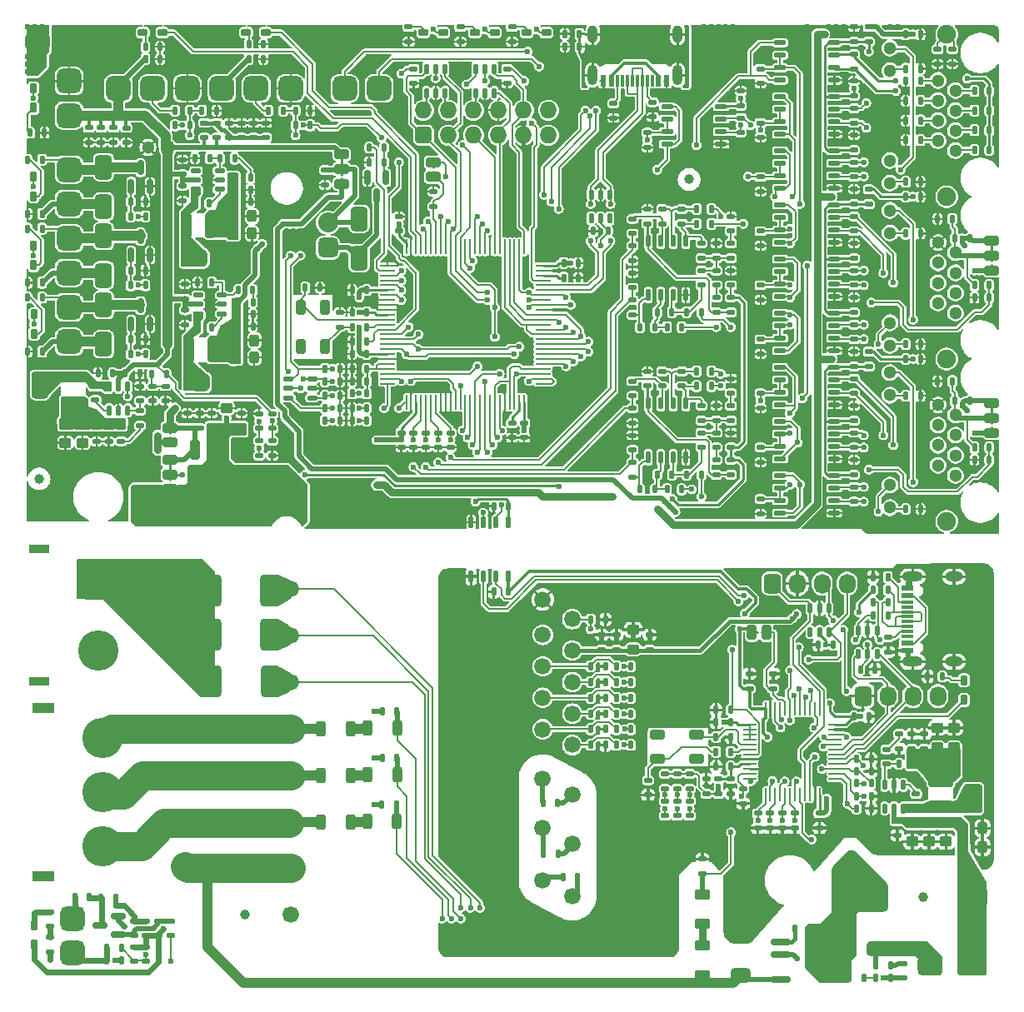
<source format=gtl>
%TF.GenerationSoftware,KiCad,Pcbnew,8.0.1*%
%TF.CreationDate,2024-09-28T11:52:02+02:00*%
%TF.ProjectId,stmbl_5.0,73746d62-6c5f-4352-9e30-2e6b69636164,1.0*%
%TF.SameCoordinates,Original*%
%TF.FileFunction,Copper,L1,Top*%
%TF.FilePolarity,Positive*%
%FSLAX46Y46*%
G04 Gerber Fmt 4.6, Leading zero omitted, Abs format (unit mm)*
G04 Created by KiCad (PCBNEW 8.0.1) date 2024-09-28 11:52:02*
%MOMM*%
%LPD*%
G01*
G04 APERTURE LIST*
G04 Aperture macros list*
%AMRoundRect*
0 Rectangle with rounded corners*
0 $1 Rounding radius*
0 $2 $3 $4 $5 $6 $7 $8 $9 X,Y pos of 4 corners*
0 Add a 4 corners polygon primitive as box body*
4,1,4,$2,$3,$4,$5,$6,$7,$8,$9,$2,$3,0*
0 Add four circle primitives for the rounded corners*
1,1,$1+$1,$2,$3*
1,1,$1+$1,$4,$5*
1,1,$1+$1,$6,$7*
1,1,$1+$1,$8,$9*
0 Add four rect primitives between the rounded corners*
20,1,$1+$1,$2,$3,$4,$5,0*
20,1,$1+$1,$4,$5,$6,$7,0*
20,1,$1+$1,$6,$7,$8,$9,0*
20,1,$1+$1,$8,$9,$2,$3,0*%
G04 Aperture macros list end*
%TA.AperFunction,EtchedComponent*%
%ADD10C,0.250000*%
%TD*%
%TA.AperFunction,SMDPad,CuDef*%
%ADD11RoundRect,0.250000X0.250000X0.750000X-0.250000X0.750000X-0.250000X-0.750000X0.250000X-0.750000X0*%
%TD*%
%TA.AperFunction,SMDPad,CuDef*%
%ADD12RoundRect,0.500000X1.250000X0.500000X-1.250000X0.500000X-1.250000X-0.500000X1.250000X-0.500000X0*%
%TD*%
%TA.AperFunction,SMDPad,CuDef*%
%ADD13RoundRect,0.250000X0.500000X0.250000X-0.500000X0.250000X-0.500000X-0.250000X0.500000X-0.250000X0*%
%TD*%
%TA.AperFunction,SMDPad,CuDef*%
%ADD14RoundRect,0.250000X-0.250000X0.500000X-0.250000X-0.500000X0.250000X-0.500000X0.250000X0.500000X0*%
%TD*%
%TA.AperFunction,SMDPad,CuDef*%
%ADD15RoundRect,0.437500X-0.812500X-0.437500X0.812500X-0.437500X0.812500X0.437500X-0.812500X0.437500X0*%
%TD*%
%TA.AperFunction,SMDPad,CuDef*%
%ADD16RoundRect,0.125000X0.125000X0.500000X-0.125000X0.500000X-0.125000X-0.500000X0.125000X-0.500000X0*%
%TD*%
%TA.AperFunction,SMDPad,CuDef*%
%ADD17RoundRect,0.125000X-0.125000X-0.500000X0.125000X-0.500000X0.125000X0.500000X-0.125000X0.500000X0*%
%TD*%
%TA.AperFunction,SMDPad,CuDef*%
%ADD18RoundRect,0.125000X-0.500000X0.125000X-0.500000X-0.125000X0.500000X-0.125000X0.500000X0.125000X0*%
%TD*%
%TA.AperFunction,SMDPad,CuDef*%
%ADD19RoundRect,0.250000X1.000000X0.250000X-1.000000X0.250000X-1.000000X-0.250000X1.000000X-0.250000X0*%
%TD*%
%TA.AperFunction,SMDPad,CuDef*%
%ADD20RoundRect,0.250000X0.250000X-1.000000X0.250000X1.000000X-0.250000X1.000000X-0.250000X-1.000000X0*%
%TD*%
%TA.AperFunction,SMDPad,CuDef*%
%ADD21RoundRect,0.437500X0.437500X-0.812500X0.437500X0.812500X-0.437500X0.812500X-0.437500X-0.812500X0*%
%TD*%
%TA.AperFunction,SMDPad,CuDef*%
%ADD22RoundRect,0.147500X0.252500X-0.147500X0.252500X0.147500X-0.252500X0.147500X-0.252500X-0.147500X0*%
%TD*%
%TA.AperFunction,SMDPad,CuDef*%
%ADD23RoundRect,0.147500X0.147500X0.252500X-0.147500X0.252500X-0.147500X-0.252500X0.147500X-0.252500X0*%
%TD*%
%TA.AperFunction,SMDPad,CuDef*%
%ADD24RoundRect,0.147500X-0.252500X0.147500X-0.252500X-0.147500X0.252500X-0.147500X0.252500X0.147500X0*%
%TD*%
%TA.AperFunction,SMDPad,CuDef*%
%ADD25RoundRect,0.147500X-0.147500X-0.252500X0.147500X-0.252500X0.147500X0.252500X-0.147500X0.252500X0*%
%TD*%
%TA.AperFunction,SMDPad,CuDef*%
%ADD26RoundRect,0.250000X-0.250000X-0.550000X0.250000X-0.550000X0.250000X0.550000X-0.250000X0.550000X0*%
%TD*%
%TA.AperFunction,SMDPad,CuDef*%
%ADD27RoundRect,0.250000X0.550000X-0.250000X0.550000X0.250000X-0.550000X0.250000X-0.550000X-0.250000X0*%
%TD*%
%TA.AperFunction,SMDPad,CuDef*%
%ADD28RoundRect,0.700000X-0.800000X-0.700000X0.800000X-0.700000X0.800000X0.700000X-0.800000X0.700000X0*%
%TD*%
%TA.AperFunction,SMDPad,CuDef*%
%ADD29RoundRect,0.150000X-0.850000X0.150000X-0.850000X-0.150000X0.850000X-0.150000X0.850000X0.150000X0*%
%TD*%
%TA.AperFunction,SMDPad,CuDef*%
%ADD30RoundRect,0.187500X-0.187500X0.312500X-0.187500X-0.312500X0.187500X-0.312500X0.187500X0.312500X0*%
%TD*%
%TA.AperFunction,SMDPad,CuDef*%
%ADD31RoundRect,0.187500X0.312500X0.187500X-0.312500X0.187500X-0.312500X-0.187500X0.312500X-0.187500X0*%
%TD*%
%TA.AperFunction,SMDPad,CuDef*%
%ADD32RoundRect,0.437500X-0.437500X0.812500X-0.437500X-0.812500X0.437500X-0.812500X0.437500X0.812500X0*%
%TD*%
%TA.AperFunction,SMDPad,CuDef*%
%ADD33RoundRect,0.250000X-0.250000X-0.500000X0.250000X-0.500000X0.250000X0.500000X-0.250000X0.500000X0*%
%TD*%
%TA.AperFunction,SMDPad,CuDef*%
%ADD34RoundRect,0.250000X0.500000X-0.250000X0.500000X0.250000X-0.500000X0.250000X-0.500000X-0.250000X0*%
%TD*%
%TA.AperFunction,SMDPad,CuDef*%
%ADD35RoundRect,0.250000X-0.500000X0.250000X-0.500000X-0.250000X0.500000X-0.250000X0.500000X0.250000X0*%
%TD*%
%TA.AperFunction,SMDPad,CuDef*%
%ADD36RoundRect,0.187500X0.187500X-0.312500X0.187500X0.312500X-0.187500X0.312500X-0.187500X-0.312500X0*%
%TD*%
%TA.AperFunction,SMDPad,CuDef*%
%ADD37RoundRect,0.250000X0.375000X-0.250000X0.375000X0.250000X-0.375000X0.250000X-0.375000X-0.250000X0*%
%TD*%
%TA.AperFunction,SMDPad,CuDef*%
%ADD38RoundRect,0.250000X0.250000X0.375000X-0.250000X0.375000X-0.250000X-0.375000X0.250000X-0.375000X0*%
%TD*%
%TA.AperFunction,SMDPad,CuDef*%
%ADD39RoundRect,0.250000X-0.250000X-0.375000X0.250000X-0.375000X0.250000X0.375000X-0.250000X0.375000X0*%
%TD*%
%TA.AperFunction,SMDPad,CuDef*%
%ADD40RoundRect,0.250000X-0.375000X0.250000X-0.375000X-0.250000X0.375000X-0.250000X0.375000X0.250000X0*%
%TD*%
%TA.AperFunction,SMDPad,CuDef*%
%ADD41RoundRect,0.375000X0.375000X1.225000X-0.375000X1.225000X-0.375000X-1.225000X0.375000X-1.225000X0*%
%TD*%
%TA.AperFunction,SMDPad,CuDef*%
%ADD42RoundRect,0.118750X-0.118750X0.381250X-0.118750X-0.381250X0.118750X-0.381250X0.118750X0.381250X0*%
%TD*%
%TA.AperFunction,SMDPad,CuDef*%
%ADD43RoundRect,0.118750X0.118750X-0.381250X0.118750X0.381250X-0.118750X0.381250X-0.118750X-0.381250X0*%
%TD*%
%TA.AperFunction,SMDPad,CuDef*%
%ADD44RoundRect,0.118750X0.381250X0.118750X-0.381250X0.118750X-0.381250X-0.118750X0.381250X-0.118750X0*%
%TD*%
%TA.AperFunction,SMDPad,CuDef*%
%ADD45RoundRect,0.150000X0.150000X-0.587500X0.150000X0.587500X-0.150000X0.587500X-0.150000X-0.587500X0*%
%TD*%
%TA.AperFunction,SMDPad,CuDef*%
%ADD46RoundRect,0.150000X-0.150000X0.587500X-0.150000X-0.587500X0.150000X-0.587500X0.150000X0.587500X0*%
%TD*%
%TA.AperFunction,SMDPad,CuDef*%
%ADD47R,0.600000X1.150000*%
%TD*%
%TA.AperFunction,SMDPad,CuDef*%
%ADD48R,0.300000X1.150000*%
%TD*%
%TA.AperFunction,ComponentPad*%
%ADD49O,1.000000X2.100000*%
%TD*%
%TA.AperFunction,ComponentPad*%
%ADD50O,1.000000X1.800000*%
%TD*%
%TA.AperFunction,SMDPad,CuDef*%
%ADD51RoundRect,0.375000X0.625000X-0.375000X0.625000X0.375000X-0.625000X0.375000X-0.625000X-0.375000X0*%
%TD*%
%TA.AperFunction,SMDPad,CuDef*%
%ADD52RoundRect,0.437500X-0.265165X-0.883883X0.883883X0.265165X0.265165X0.883883X-0.883883X-0.265165X0*%
%TD*%
%TA.AperFunction,SMDPad,CuDef*%
%ADD53RoundRect,0.431800X0.431800X-0.584200X0.431800X0.584200X-0.431800X0.584200X-0.431800X-0.584200X0*%
%TD*%
%TA.AperFunction,SMDPad,CuDef*%
%ADD54O,1.727200X2.032000*%
%TD*%
%TA.AperFunction,SMDPad,CuDef*%
%ADD55RoundRect,0.062500X-0.587500X-0.062500X0.587500X-0.062500X0.587500X0.062500X-0.587500X0.062500X0*%
%TD*%
%TA.AperFunction,SMDPad,CuDef*%
%ADD56RoundRect,0.062500X0.062500X-0.587500X0.062500X0.587500X-0.062500X0.587500X-0.062500X-0.587500X0*%
%TD*%
%TA.AperFunction,SMDPad,CuDef*%
%ADD57RoundRect,0.062500X-0.687500X-0.062500X0.687500X-0.062500X0.687500X0.062500X-0.687500X0.062500X0*%
%TD*%
%TA.AperFunction,SMDPad,CuDef*%
%ADD58RoundRect,0.062500X0.062500X-0.687500X0.062500X0.687500X-0.062500X0.687500X-0.062500X-0.687500X0*%
%TD*%
%TA.AperFunction,SMDPad,CuDef*%
%ADD59C,1.000000*%
%TD*%
%TA.AperFunction,SMDPad,CuDef*%
%ADD60RoundRect,0.150000X0.587500X0.150000X-0.587500X0.150000X-0.587500X-0.150000X0.587500X-0.150000X0*%
%TD*%
%TA.AperFunction,SMDPad,CuDef*%
%ADD61R,1.150000X0.600000*%
%TD*%
%TA.AperFunction,SMDPad,CuDef*%
%ADD62R,1.150000X0.300000*%
%TD*%
%TA.AperFunction,ComponentPad*%
%ADD63O,2.100000X1.000000*%
%TD*%
%TA.AperFunction,ComponentPad*%
%ADD64O,1.800000X1.000000*%
%TD*%
%TA.AperFunction,SMDPad,CuDef*%
%ADD65RoundRect,0.250000X-1.000000X-0.250000X1.000000X-0.250000X1.000000X0.250000X-1.000000X0.250000X0*%
%TD*%
%TA.AperFunction,ComponentPad*%
%ADD66C,1.300000*%
%TD*%
%TA.AperFunction,ComponentPad*%
%ADD67C,1.900000*%
%TD*%
%TA.AperFunction,ComponentPad*%
%ADD68RoundRect,0.508000X-0.508000X-0.508000X0.508000X-0.508000X0.508000X0.508000X-0.508000X0.508000X0*%
%TD*%
%TA.AperFunction,ComponentPad*%
%ADD69O,2.032000X2.032000*%
%TD*%
%TA.AperFunction,ComponentPad*%
%ADD70RoundRect,0.325000X0.325000X0.325000X-0.325000X0.325000X-0.325000X-0.325000X0.325000X-0.325000X0*%
%TD*%
%TA.AperFunction,ComponentPad*%
%ADD71RoundRect,0.431800X-0.431800X-0.431800X0.431800X-0.431800X0.431800X0.431800X-0.431800X0.431800X0*%
%TD*%
%TA.AperFunction,ComponentPad*%
%ADD72O,1.727200X1.727200*%
%TD*%
%TA.AperFunction,ComponentPad*%
%ADD73C,1.500000*%
%TD*%
%TA.AperFunction,SMDPad,CuDef*%
%ADD74RoundRect,0.625000X0.625000X-0.625000X0.625000X0.625000X-0.625000X0.625000X-0.625000X-0.625000X0*%
%TD*%
%TA.AperFunction,SMDPad,CuDef*%
%ADD75RoundRect,0.625000X-0.625000X-0.625000X0.625000X-0.625000X0.625000X0.625000X-0.625000X0.625000X0*%
%TD*%
%TA.AperFunction,ComponentPad*%
%ADD76C,1.680000*%
%TD*%
%TA.AperFunction,ComponentPad*%
%ADD77C,4.100000*%
%TD*%
%TA.AperFunction,ComponentPad*%
%ADD78R,2.200000X1.100000*%
%TD*%
%TA.AperFunction,ComponentPad*%
%ADD79R,2.000000X0.900000*%
%TD*%
%TA.AperFunction,ComponentPad*%
%ADD80RoundRect,1.025000X-1.025000X1.025000X-1.025000X-1.025000X1.025000X-1.025000X1.025000X1.025000X0*%
%TD*%
%TA.AperFunction,ComponentPad*%
%ADD81R,1.500000X1.500000*%
%TD*%
%TA.AperFunction,ViaPad*%
%ADD82C,0.600000*%
%TD*%
%TA.AperFunction,Conductor*%
%ADD83C,0.200000*%
%TD*%
%TA.AperFunction,Conductor*%
%ADD84C,0.250000*%
%TD*%
%TA.AperFunction,Conductor*%
%ADD85C,0.300000*%
%TD*%
%TA.AperFunction,Conductor*%
%ADD86C,0.500000*%
%TD*%
%TA.AperFunction,Conductor*%
%ADD87C,0.400000*%
%TD*%
%TA.AperFunction,Conductor*%
%ADD88C,0.600000*%
%TD*%
%TA.AperFunction,Conductor*%
%ADD89C,0.750000*%
%TD*%
%TA.AperFunction,Conductor*%
%ADD90C,0.150000*%
%TD*%
%TA.AperFunction,Conductor*%
%ADD91C,3.000000*%
%TD*%
%TA.AperFunction,Conductor*%
%ADD92C,1.000000*%
%TD*%
%TA.AperFunction,Conductor*%
%ADD93C,0.800000*%
%TD*%
G04 APERTURE END LIST*
D10*
X172381031Y-112048474D02*
X172931031Y-112048474D01*
X173881031Y-112048474D02*
X173331031Y-112048474D01*
X113250000Y-91250000D02*
X113250000Y-91800000D01*
X113250000Y-92750000D02*
X113250000Y-92200000D01*
X140000000Y-64250000D02*
X140000000Y-64800000D01*
X140000000Y-65750000D02*
X140000000Y-65200000D01*
X196750000Y-72250000D02*
X196750000Y-73750000D01*
X196750000Y-73750000D02*
X196750000Y-74300000D01*
X196750000Y-75250000D02*
X196750000Y-74700000D01*
X130700000Y-63450000D02*
X130700000Y-64950000D01*
X130700000Y-64950000D02*
X130700000Y-65500000D01*
X130700000Y-66450000D02*
X130700000Y-65900000D01*
X196750000Y-88750000D02*
X196750000Y-90250000D01*
X196750000Y-90250000D02*
X196750000Y-90800000D01*
X196750000Y-91750000D02*
X196750000Y-91200000D01*
X113250000Y-94500000D02*
X113250000Y-96000000D01*
X113250000Y-96000000D02*
X113250000Y-96550000D01*
X113250000Y-97500000D02*
X113250000Y-96950000D01*
D11*
X120250000Y-93500000D03*
X118000000Y-93500000D03*
D12*
X118000000Y-100000000D03*
D11*
X115750000Y-93500000D03*
D13*
X166741031Y-122428474D03*
X162741031Y-124928474D03*
X162741031Y-122428474D03*
X166741031Y-124928474D03*
D14*
X126500000Y-79000000D03*
X129000000Y-83000000D03*
X126500000Y-83000000D03*
X129000000Y-79000000D03*
D15*
X190491031Y-145928474D03*
X194491031Y-145928474D03*
D16*
X147645000Y-100855000D03*
X146375000Y-100855000D03*
X145105000Y-100855000D03*
X143835000Y-100855000D03*
X143835000Y-106355000D03*
X145105000Y-106355000D03*
X146375000Y-106355000D03*
X147645000Y-106355000D03*
D17*
X161845000Y-77750000D03*
X163115000Y-77750000D03*
X164385000Y-77750000D03*
X165655000Y-77750000D03*
X165655000Y-72250000D03*
X164385000Y-72250000D03*
X163115000Y-72250000D03*
X161845000Y-72250000D03*
X161845000Y-94250000D03*
X163115000Y-94250000D03*
X164385000Y-94250000D03*
X165655000Y-94250000D03*
X165655000Y-88750000D03*
X164385000Y-88750000D03*
X163115000Y-88750000D03*
X161845000Y-88750000D03*
D18*
X175250000Y-63095000D03*
X175250000Y-64365000D03*
X175250000Y-65635000D03*
X175250000Y-66905000D03*
X180750000Y-66905000D03*
X180750000Y-65635000D03*
X180750000Y-64365000D03*
X180750000Y-63095000D03*
X175250000Y-57595000D03*
X175250000Y-58865000D03*
X175250000Y-60135000D03*
X175250000Y-61405000D03*
X180750000Y-61405000D03*
X180750000Y-60135000D03*
X180750000Y-58865000D03*
X180750000Y-57595000D03*
X163750000Y-58595000D03*
X163750000Y-59865000D03*
X163750000Y-61135000D03*
X163750000Y-62405000D03*
X169250000Y-62405000D03*
X169250000Y-61135000D03*
X169250000Y-59865000D03*
X169250000Y-58595000D03*
X175250000Y-52095000D03*
X175250000Y-53365000D03*
X175250000Y-54635000D03*
X175250000Y-55905000D03*
X180750000Y-55905000D03*
X180750000Y-54635000D03*
X180750000Y-53365000D03*
X180750000Y-52095000D03*
X175250000Y-79595000D03*
X175250000Y-80865000D03*
X175250000Y-82135000D03*
X175250000Y-83405000D03*
X180750000Y-83405000D03*
X180750000Y-82135000D03*
X180750000Y-80865000D03*
X180750000Y-79595000D03*
X175250000Y-96095000D03*
X175250000Y-97365000D03*
X175250000Y-98635000D03*
X175250000Y-99905000D03*
X180750000Y-99905000D03*
X180750000Y-98635000D03*
X180750000Y-97365000D03*
X180750000Y-96095000D03*
X175250000Y-90595000D03*
X175250000Y-91865000D03*
X175250000Y-93135000D03*
X175250000Y-94405000D03*
X180750000Y-94405000D03*
X180750000Y-93135000D03*
X180750000Y-91865000D03*
X180750000Y-90595000D03*
X175250000Y-74095000D03*
X175250000Y-75365000D03*
X175250000Y-76635000D03*
X175250000Y-77905000D03*
X180750000Y-77905000D03*
X180750000Y-76635000D03*
X180750000Y-75365000D03*
X180750000Y-74095000D03*
X175250000Y-68595000D03*
X175250000Y-69865000D03*
X175250000Y-71135000D03*
X175250000Y-72405000D03*
X180750000Y-72405000D03*
X180750000Y-71135000D03*
X180750000Y-69865000D03*
X180750000Y-68595000D03*
X175250000Y-85095000D03*
X175250000Y-86365000D03*
X175250000Y-87635000D03*
X175250000Y-88905000D03*
X180750000Y-88905000D03*
X180750000Y-87635000D03*
X180750000Y-86365000D03*
X180750000Y-85095000D03*
D19*
X191581031Y-129640974D03*
X191581031Y-127240974D03*
D20*
X114937500Y-70680000D03*
X117337500Y-70680000D03*
D21*
X194901031Y-128710974D03*
X194901031Y-124710974D03*
D15*
X115820000Y-74020000D03*
X119820000Y-74020000D03*
D22*
X168750000Y-90500000D03*
X168750000Y-89000000D03*
X168750000Y-74000000D03*
X168750000Y-72500000D03*
X165250000Y-87000000D03*
X165250000Y-85500000D03*
X165250000Y-70500000D03*
X165250000Y-69000000D03*
D23*
X164250000Y-96000000D03*
X162750000Y-96000000D03*
X164250000Y-79500000D03*
X162750000Y-79500000D03*
D24*
X161750000Y-69000000D03*
X161750000Y-70500000D03*
X161750000Y-85500000D03*
X161750000Y-87000000D03*
X138000000Y-91750000D03*
X138000000Y-93250000D03*
X140500000Y-91750000D03*
X140500000Y-93250000D03*
X141750000Y-91750000D03*
X141750000Y-93250000D03*
X139250000Y-91750000D03*
X139250000Y-93250000D03*
D22*
X182750000Y-96000000D03*
X182750000Y-94500000D03*
X182750000Y-79500000D03*
X182750000Y-78000000D03*
X182750000Y-90500000D03*
X182750000Y-89000000D03*
X182750000Y-74000000D03*
X182750000Y-72500000D03*
X182750000Y-68500000D03*
X182750000Y-67000000D03*
X182750000Y-85000000D03*
X182750000Y-83500000D03*
D24*
X170250000Y-75250000D03*
X170250000Y-76750000D03*
D23*
X192750000Y-70000000D03*
X191250000Y-70000000D03*
X189500000Y-67750000D03*
X188000000Y-67750000D03*
D24*
X170250000Y-91750000D03*
X170250000Y-93250000D03*
D23*
X192750000Y-86500000D03*
X191250000Y-86500000D03*
X189500000Y-84250000D03*
X188000000Y-84250000D03*
D25*
X129000000Y-88000000D03*
X130500000Y-88000000D03*
X129000000Y-89250000D03*
X130500000Y-89250000D03*
D23*
X170241031Y-121178474D03*
X168741031Y-121178474D03*
D25*
X168741031Y-122678474D03*
X170241031Y-122678474D03*
D24*
X161820000Y-127070000D03*
X161820000Y-128570000D03*
D23*
X170241031Y-119928474D03*
X168741031Y-119928474D03*
X180641031Y-113298474D03*
X179141031Y-113298474D03*
D24*
X167741031Y-126928474D03*
X167741031Y-128428474D03*
D25*
X182991031Y-128678474D03*
X184491031Y-128678474D03*
D24*
X189061031Y-128428474D03*
X189061031Y-129928474D03*
D25*
X156250000Y-71250000D03*
X157750000Y-71250000D03*
D24*
X192750000Y-52750000D03*
X192750000Y-54250000D03*
D23*
X147650000Y-99200000D03*
X146150000Y-99200000D03*
D24*
X174241031Y-130428474D03*
X174241031Y-131928474D03*
X172991031Y-130428474D03*
X172991031Y-131928474D03*
D25*
X131750000Y-82500000D03*
X133250000Y-82500000D03*
X146150000Y-107900000D03*
X147650000Y-107900000D03*
X127000000Y-77000000D03*
X128500000Y-77000000D03*
D22*
X130500000Y-81000000D03*
X130500000Y-79500000D03*
D24*
X175491031Y-130428474D03*
X175491031Y-131928474D03*
D25*
X182991031Y-129928474D03*
X184491031Y-129928474D03*
X176741031Y-142178474D03*
X178241031Y-142178474D03*
X153180000Y-136890000D03*
X154680000Y-136890000D03*
X151190000Y-134560000D03*
X152690000Y-134560000D03*
X151150000Y-129390000D03*
X152650000Y-129390000D03*
D24*
X176741031Y-130428474D03*
X176741031Y-131928474D03*
D25*
X129000000Y-85250000D03*
X130500000Y-85250000D03*
D22*
X182750000Y-63000000D03*
X182750000Y-61500000D03*
X182750000Y-57500000D03*
X182750000Y-56000000D03*
X171250000Y-58500000D03*
X171250000Y-57000000D03*
X182750000Y-52000000D03*
X182750000Y-50500000D03*
D24*
X171491031Y-127928474D03*
X171491031Y-129428474D03*
X187151031Y-131148474D03*
X187151031Y-132648474D03*
D25*
X129000000Y-86500000D03*
X130500000Y-86500000D03*
D22*
X189891031Y-123888474D03*
X189891031Y-122388474D03*
X157141031Y-113778474D03*
X157141031Y-112278474D03*
D23*
X133250000Y-89250000D03*
X131750000Y-89250000D03*
D25*
X131750000Y-86500000D03*
X133250000Y-86500000D03*
D24*
X138000000Y-54750000D03*
X138000000Y-56250000D03*
D25*
X129000000Y-90500000D03*
X130500000Y-90500000D03*
X131750000Y-79500000D03*
X133250000Y-79500000D03*
D22*
X179241031Y-131928474D03*
X179241031Y-130428474D03*
D23*
X184240000Y-120590000D03*
X182740000Y-120590000D03*
D25*
X131750000Y-83750000D03*
X133250000Y-83750000D03*
D23*
X133250000Y-90500000D03*
X131750000Y-90500000D03*
D24*
X172141031Y-116250000D03*
X172141031Y-117750000D03*
D25*
X168741031Y-125678474D03*
X170241031Y-125678474D03*
D22*
X136750000Y-93250000D03*
X136750000Y-91750000D03*
X149250000Y-92250000D03*
X149250000Y-90750000D03*
D23*
X154750000Y-74500000D03*
X153250000Y-74500000D03*
D24*
X136500000Y-69750000D03*
X136500000Y-71250000D03*
X148000000Y-90750000D03*
X148000000Y-92250000D03*
D25*
X131750000Y-77250000D03*
X133250000Y-77250000D03*
X153250000Y-76000000D03*
X154750000Y-76000000D03*
D22*
X115000000Y-91250000D03*
X115000000Y-89750000D03*
D24*
X129010000Y-65040000D03*
X129010000Y-66540000D03*
D22*
X117500000Y-91250000D03*
X117500000Y-89750000D03*
D25*
X121250000Y-53750000D03*
X122750000Y-53750000D03*
D24*
X112790000Y-87010000D03*
X112790000Y-88510000D03*
D22*
X114520000Y-65480000D03*
X114520000Y-63980000D03*
D24*
X114520000Y-66650000D03*
X114520000Y-68150000D03*
D23*
X117230000Y-68420000D03*
X115730000Y-68420000D03*
D25*
X119920000Y-68280000D03*
X121420000Y-68280000D03*
X188000000Y-51250000D03*
X189500000Y-51250000D03*
X131750000Y-85250000D03*
X133250000Y-85250000D03*
D23*
X184491031Y-124928474D03*
X182991031Y-124928474D03*
D25*
X183391031Y-115798474D03*
X184891031Y-115798474D03*
D22*
X158624364Y-113778474D03*
X158624364Y-112278474D03*
D24*
X168991031Y-126928474D03*
X168991031Y-128428474D03*
D23*
X133250000Y-87750000D03*
X131750000Y-87750000D03*
D22*
X184250000Y-52000000D03*
X184250000Y-50500000D03*
D24*
X170250000Y-78000000D03*
X170250000Y-79500000D03*
X184250000Y-67000000D03*
X184250000Y-68500000D03*
X170250000Y-94500000D03*
X170250000Y-96000000D03*
X184250000Y-83500000D03*
X184250000Y-85000000D03*
D22*
X174530000Y-117740000D03*
X174530000Y-116240000D03*
D25*
X188000000Y-82750000D03*
X189500000Y-82750000D03*
X188000000Y-99500000D03*
X189500000Y-99500000D03*
X188000000Y-88000000D03*
X189500000Y-88000000D03*
X188000000Y-71500000D03*
X189500000Y-71500000D03*
D24*
X109580000Y-143990000D03*
X109580000Y-145490000D03*
D25*
X190241031Y-116508474D03*
X191741031Y-116508474D03*
X109250000Y-83750000D03*
X110750000Y-83750000D03*
X109250000Y-76750000D03*
X110750000Y-76750000D03*
X109250000Y-69750000D03*
X110750000Y-69750000D03*
X109250000Y-82250000D03*
X110750000Y-82250000D03*
X109250000Y-75250000D03*
X110750000Y-75250000D03*
X109250000Y-68250000D03*
X110750000Y-68250000D03*
D24*
X187343031Y-122368474D03*
X187343031Y-123868474D03*
D25*
X184991031Y-147178474D03*
X186491031Y-147178474D03*
X188000000Y-66250000D03*
X189500000Y-66250000D03*
X188000000Y-54750000D03*
X189500000Y-54750000D03*
D22*
X186041031Y-125438474D03*
X186041031Y-123938474D03*
D23*
X188841031Y-125398474D03*
X187341031Y-125398474D03*
D22*
X168750000Y-93250000D03*
X168750000Y-91750000D03*
X168750000Y-76750000D03*
X168750000Y-75250000D03*
X170250000Y-71250000D03*
X170250000Y-69750000D03*
X170250000Y-87750000D03*
X170250000Y-86250000D03*
D23*
X136281031Y-129568474D03*
X134781031Y-129568474D03*
D22*
X101040000Y-144540000D03*
X101040000Y-143040000D03*
D24*
X191250000Y-52750000D03*
X191250000Y-54250000D03*
D23*
X136291031Y-124808474D03*
X134791031Y-124808474D03*
D25*
X166750000Y-70500000D03*
X168250000Y-70500000D03*
X166750000Y-87000000D03*
X168250000Y-87000000D03*
X166750000Y-85500000D03*
X168250000Y-85500000D03*
X166750000Y-69000000D03*
X168250000Y-69000000D03*
D23*
X135000000Y-62750000D03*
X133500000Y-62750000D03*
D25*
X165750000Y-96000000D03*
X167250000Y-96000000D03*
X165750000Y-79500000D03*
X167250000Y-79500000D03*
X163750000Y-97500000D03*
X165250000Y-97500000D03*
X163750000Y-81000000D03*
X165250000Y-81000000D03*
D23*
X135000000Y-64250000D03*
X133500000Y-64250000D03*
D24*
X166041031Y-129178474D03*
X166041031Y-130678474D03*
X167250000Y-75250000D03*
X167250000Y-76750000D03*
X167250000Y-91750000D03*
X167250000Y-93250000D03*
D22*
X167250000Y-90500000D03*
X167250000Y-89000000D03*
X167250000Y-74000000D03*
X167250000Y-72500000D03*
D23*
X136301031Y-120098474D03*
X134801031Y-120098474D03*
D25*
X161000000Y-97500000D03*
X162500000Y-97500000D03*
X161000000Y-81000000D03*
X162500000Y-81000000D03*
D22*
X163250000Y-70500000D03*
X163250000Y-69000000D03*
X163250000Y-87000000D03*
X163250000Y-85500000D03*
X166041031Y-127928474D03*
X166041031Y-126428474D03*
D23*
X117270000Y-63850000D03*
X115770000Y-63850000D03*
D24*
X140000000Y-67250000D03*
X140000000Y-68750000D03*
D23*
X196500000Y-63000000D03*
X195000000Y-63000000D03*
D22*
X182750000Y-65750000D03*
X182750000Y-64250000D03*
D23*
X189500000Y-62000000D03*
X188000000Y-62000000D03*
X196500000Y-61000000D03*
X195000000Y-61000000D03*
D22*
X182750000Y-60250000D03*
X182750000Y-58750000D03*
D23*
X189500000Y-58000000D03*
X188000000Y-58000000D03*
X196500000Y-59000000D03*
X195000000Y-59000000D03*
D22*
X171250000Y-61250000D03*
X171250000Y-59750000D03*
D23*
X189500000Y-60000000D03*
X188000000Y-60000000D03*
X196500000Y-57000000D03*
X195000000Y-57000000D03*
D22*
X182750000Y-54750000D03*
X182750000Y-53250000D03*
D23*
X189500000Y-56000000D03*
X188000000Y-56000000D03*
D22*
X101040000Y-141940000D03*
X101040000Y-140440000D03*
X167341031Y-136578474D03*
X167341031Y-135078474D03*
D24*
X164791031Y-129178474D03*
X164791031Y-130678474D03*
X160250000Y-78250000D03*
X160250000Y-79750000D03*
X160250000Y-94750000D03*
X160250000Y-96250000D03*
D22*
X160250000Y-88000000D03*
X160250000Y-86500000D03*
X160250000Y-71500000D03*
X160250000Y-70000000D03*
X164791031Y-127928474D03*
X164791031Y-126428474D03*
D25*
X182241031Y-147178474D03*
X183741031Y-147178474D03*
D23*
X186491031Y-145928474D03*
X184991031Y-145928474D03*
D22*
X160250000Y-77000000D03*
X160250000Y-75500000D03*
X160250000Y-93500000D03*
X160250000Y-92000000D03*
D24*
X160250000Y-72750000D03*
X160250000Y-74250000D03*
X160250000Y-89250000D03*
X160250000Y-90750000D03*
D23*
X119810000Y-63880000D03*
X118310000Y-63880000D03*
D25*
X113750000Y-59000000D03*
X115250000Y-59000000D03*
X116500000Y-59000000D03*
X118000000Y-59000000D03*
D24*
X163541031Y-129178474D03*
X163541031Y-130678474D03*
X173250000Y-65750000D03*
X173250000Y-67250000D03*
X173250000Y-60250000D03*
X173250000Y-61750000D03*
X161750000Y-61250000D03*
X161750000Y-62750000D03*
X173250000Y-54750000D03*
X173250000Y-56250000D03*
D25*
X113750000Y-60500000D03*
X115250000Y-60500000D03*
X123250000Y-59000000D03*
X124750000Y-59000000D03*
D22*
X163541031Y-127928474D03*
X163541031Y-126428474D03*
D25*
X126000000Y-59000000D03*
X127500000Y-59000000D03*
D22*
X182750000Y-82250000D03*
X182750000Y-80750000D03*
X182750000Y-98750000D03*
X182750000Y-97250000D03*
X182750000Y-76750000D03*
X182750000Y-75250000D03*
X182750000Y-93250000D03*
X182750000Y-91750000D03*
X182750000Y-87750000D03*
X182750000Y-86250000D03*
X182750000Y-71250000D03*
X182750000Y-69750000D03*
D25*
X182991031Y-127378474D03*
X184491031Y-127378474D03*
D24*
X123630000Y-89810000D03*
X123630000Y-91310000D03*
X123630000Y-92560000D03*
X123630000Y-94060000D03*
D23*
X127500000Y-60500000D03*
X126000000Y-60500000D03*
D22*
X122310000Y-94060000D03*
X122310000Y-92560000D03*
X122310000Y-91310000D03*
X122310000Y-89810000D03*
D24*
X173250000Y-82250000D03*
X173250000Y-83750000D03*
X173250000Y-98500000D03*
X173250000Y-100000000D03*
X173250000Y-76750000D03*
X173250000Y-78250000D03*
X173250000Y-93250000D03*
X173250000Y-94750000D03*
X173250000Y-87750000D03*
X173250000Y-89250000D03*
X173250000Y-71250000D03*
X173250000Y-72750000D03*
D23*
X160091031Y-123478474D03*
X158591031Y-123478474D03*
D22*
X168750000Y-79500000D03*
X168750000Y-78000000D03*
X168750000Y-96000000D03*
X168750000Y-94500000D03*
D25*
X195000000Y-76750000D03*
X196500000Y-76750000D03*
D23*
X196500000Y-78000000D03*
X195000000Y-78000000D03*
D25*
X193000000Y-72000000D03*
X194500000Y-72000000D03*
X195000000Y-93250000D03*
X196500000Y-93250000D03*
D23*
X196500000Y-94500000D03*
X195000000Y-94500000D03*
D25*
X193000000Y-88500000D03*
X194500000Y-88500000D03*
D23*
X108330000Y-145380000D03*
X106830000Y-145380000D03*
D26*
X128581031Y-131288474D03*
X131581031Y-131288474D03*
X133311031Y-131268474D03*
X136311031Y-131268474D03*
X128591031Y-126558474D03*
X131591031Y-126558474D03*
X133321031Y-126538474D03*
X136321031Y-126538474D03*
X128601031Y-121818474D03*
X131601031Y-121818474D03*
X133331031Y-121798474D03*
X136331031Y-121798474D03*
D27*
X167341031Y-146878474D03*
X167341031Y-143878474D03*
X167341031Y-141678474D03*
X167341031Y-138678474D03*
D28*
X184741031Y-138928474D03*
X194741031Y-138928474D03*
D29*
X175291031Y-143523474D03*
X175291031Y-144793474D03*
X175291031Y-147333474D03*
X180191031Y-147333474D03*
X180191031Y-146063474D03*
X180191031Y-144793474D03*
X180191031Y-143523474D03*
D30*
X99440000Y-81694721D03*
X99440000Y-79694721D03*
X99390000Y-74719020D03*
X99390000Y-72719020D03*
X99390000Y-67719020D03*
X99390000Y-65719020D03*
D31*
X149475000Y-51060000D03*
X151475000Y-51060000D03*
X144225000Y-51060000D03*
X146225000Y-51060000D03*
X138975000Y-51060000D03*
X140975000Y-51060000D03*
X110475000Y-51060000D03*
X112475000Y-51060000D03*
X120975000Y-51060000D03*
X122975000Y-51060000D03*
D25*
X98750000Y-78000000D03*
X100250000Y-78000000D03*
X98750000Y-71000000D03*
X100250000Y-71000000D03*
X98750000Y-64000000D03*
X100250000Y-64000000D03*
D24*
X148000000Y-50500000D03*
X148000000Y-52000000D03*
X142750000Y-50500000D03*
X142750000Y-52000000D03*
X137500000Y-50500000D03*
X137500000Y-52000000D03*
D25*
X110750000Y-52500000D03*
X112250000Y-52500000D03*
X121250000Y-52250000D03*
X122750000Y-52250000D03*
D22*
X110830000Y-142880000D03*
X110830000Y-141380000D03*
X187741031Y-147178474D03*
X187741031Y-145678474D03*
D25*
X119920000Y-65820000D03*
X121420000Y-65820000D03*
D22*
X170250000Y-74000000D03*
X170250000Y-72500000D03*
X170250000Y-90500000D03*
X170250000Y-89000000D03*
D21*
X106500000Y-82750000D03*
X106500000Y-78750000D03*
X106500000Y-75750000D03*
X106500000Y-71750000D03*
X106500000Y-68750000D03*
X106500000Y-64750000D03*
D32*
X132450000Y-70000000D03*
X132450000Y-74000000D03*
D24*
X147500000Y-54750000D03*
X147500000Y-56250000D03*
D33*
X172381031Y-112048474D03*
X173881031Y-112048474D03*
D34*
X113250000Y-92750000D03*
X113250000Y-91250000D03*
D35*
X140000000Y-64250000D03*
X140000000Y-65750000D03*
D15*
X99750000Y-52000000D03*
X103750000Y-52000000D03*
D23*
X100250000Y-83500000D03*
X98750000Y-83500000D03*
X100250000Y-76500000D03*
X98750000Y-76500000D03*
X100250000Y-69500000D03*
X98750000Y-69500000D03*
D25*
X110750000Y-53750000D03*
X112250000Y-53750000D03*
D30*
X99390000Y-58719020D03*
X99390000Y-56719020D03*
D25*
X99000000Y-61250000D03*
X100500000Y-61250000D03*
D22*
X116250000Y-91250000D03*
X116250000Y-89750000D03*
X120500000Y-91250000D03*
X120500000Y-89750000D03*
X188621031Y-123888474D03*
X188621031Y-122388474D03*
D25*
X119920000Y-67050000D03*
X121420000Y-67050000D03*
D36*
X193941031Y-116898474D03*
X193941031Y-118898474D03*
D30*
X99450000Y-143790000D03*
X99450000Y-141790000D03*
D37*
X191241031Y-123738474D03*
X191241031Y-121738474D03*
X192931031Y-123738474D03*
X192931031Y-121738474D03*
D38*
X184491031Y-144178474D03*
X182491031Y-144178474D03*
D39*
X193801031Y-133878474D03*
X195801031Y-133878474D03*
D40*
X190377697Y-131298474D03*
X190377697Y-133298474D03*
D39*
X119570000Y-69720000D03*
X121570000Y-69720000D03*
D37*
X119000000Y-91250000D03*
X119000000Y-89250000D03*
D39*
X119570000Y-71470000D03*
X121570000Y-71470000D03*
D23*
X170241031Y-124178474D03*
X168741031Y-124178474D03*
X133250000Y-81000000D03*
X131750000Y-81000000D03*
D41*
X123191031Y-107778474D03*
X117691031Y-107778474D03*
X123191031Y-112278474D03*
X117691031Y-112278474D03*
X123241031Y-117028474D03*
X117741031Y-117028474D03*
D42*
X157950000Y-67550000D03*
X157000000Y-67550000D03*
X156050000Y-67550000D03*
X156050000Y-69950000D03*
X157000000Y-69950000D03*
X157950000Y-69950000D03*
D43*
X144300000Y-57200000D03*
X145250000Y-57200000D03*
X146200000Y-57200000D03*
X146200000Y-54800000D03*
X145250000Y-54800000D03*
X144300000Y-54800000D03*
D42*
X180191031Y-109598474D03*
X179241031Y-109598474D03*
X178291031Y-109598474D03*
X178291031Y-111998474D03*
X179241031Y-111998474D03*
X180191031Y-111998474D03*
D43*
X139300000Y-57200000D03*
X140250000Y-57200000D03*
X141200000Y-57200000D03*
X141200000Y-54800000D03*
X140250000Y-54800000D03*
X139300000Y-54800000D03*
D44*
X127700000Y-88200000D03*
X127700000Y-87250000D03*
X127700000Y-86300000D03*
X125300000Y-86300000D03*
X125300000Y-87250000D03*
X125300000Y-88200000D03*
D42*
X185091031Y-111848474D03*
X184141031Y-111848474D03*
X183191031Y-111848474D03*
X183191031Y-114248474D03*
X184141031Y-114248474D03*
X185091031Y-114248474D03*
D40*
X160307697Y-111778474D03*
X160307697Y-113778474D03*
D24*
X110830000Y-143990000D03*
X110830000Y-145490000D03*
X111500000Y-87010000D03*
X111500000Y-88510000D03*
D22*
X121750000Y-61750000D03*
X121750000Y-60250000D03*
X120500000Y-61750000D03*
X120500000Y-60250000D03*
D35*
X196750000Y-72250000D03*
X196750000Y-73750000D03*
X196750000Y-75250000D03*
X130700000Y-63450000D03*
X130700000Y-64950000D03*
X130700000Y-66450000D03*
X196750000Y-88750000D03*
X196750000Y-90250000D03*
X196750000Y-91750000D03*
D22*
X119250000Y-61750000D03*
X119250000Y-60250000D03*
D35*
X113250000Y-94500000D03*
X113250000Y-96000000D03*
X113250000Y-97500000D03*
D45*
X109300000Y-80687500D03*
X111200000Y-80687500D03*
X110250000Y-78812500D03*
X109300000Y-73687500D03*
X111200000Y-73687500D03*
X110250000Y-71812500D03*
X109300000Y-66687500D03*
X111200000Y-66687500D03*
X110250000Y-64812500D03*
D46*
X135200000Y-65812500D03*
X133300000Y-65812500D03*
X134250000Y-67687500D03*
D22*
X123000000Y-61750000D03*
X123000000Y-60250000D03*
X116750000Y-61750000D03*
X116750000Y-60250000D03*
D24*
X105000000Y-60750000D03*
X105000000Y-62250000D03*
X108800000Y-60760000D03*
X108800000Y-62260000D03*
X106250000Y-60750000D03*
X106250000Y-62250000D03*
X107500000Y-60750000D03*
X107500000Y-62250000D03*
D23*
X112880000Y-85770000D03*
X111380000Y-85770000D03*
D22*
X118000000Y-61750000D03*
X118000000Y-60250000D03*
D40*
X192091031Y-131298474D03*
X192091031Y-133298474D03*
D22*
X161991031Y-113778474D03*
X161991031Y-112278474D03*
D23*
X160091031Y-121878474D03*
X158591031Y-121878474D03*
D47*
X163700000Y-55990000D03*
X162900000Y-55990000D03*
D48*
X161750000Y-55990000D03*
X160750000Y-55990000D03*
X160250000Y-55990000D03*
X159250000Y-55990000D03*
D47*
X158100000Y-55990000D03*
X157300000Y-55990000D03*
X157300000Y-55990000D03*
X158100000Y-55990000D03*
D48*
X158750000Y-55990000D03*
X159750000Y-55990000D03*
X161250000Y-55990000D03*
X162250000Y-55990000D03*
D47*
X162900000Y-55990000D03*
X163700000Y-55990000D03*
D49*
X164820000Y-55415000D03*
D50*
X164820000Y-51235000D03*
D49*
X156180000Y-55415000D03*
D50*
X156180000Y-51235000D03*
D25*
X182991031Y-126178474D03*
X184491031Y-126178474D03*
D51*
X171241031Y-146928474D03*
X171241031Y-142928474D03*
D52*
X182164286Y-135715220D03*
X184992714Y-132886792D03*
D22*
X170241031Y-128428474D03*
X170241031Y-126928474D03*
D53*
X183650000Y-118510000D03*
D54*
X186190000Y-118510000D03*
X188730000Y-118510000D03*
X191270000Y-118510000D03*
D53*
X174440000Y-107080000D03*
D54*
X176980000Y-107080000D03*
X179520000Y-107080000D03*
X182060000Y-107080000D03*
D55*
X172141031Y-121428474D03*
X172141031Y-121928474D03*
X172141031Y-122428474D03*
X172141031Y-122928474D03*
X172141031Y-123428474D03*
X172141031Y-123928474D03*
X172141031Y-124428474D03*
X172141031Y-124928474D03*
X172141031Y-125428474D03*
X172141031Y-125928474D03*
X172141031Y-126428474D03*
X172141031Y-126928474D03*
D56*
X173741031Y-128528474D03*
X174241031Y-128528474D03*
X174741031Y-128528474D03*
X175241031Y-128528474D03*
X175741031Y-128528474D03*
X176241031Y-128528474D03*
X176741031Y-128528474D03*
X177241031Y-128528474D03*
X177741031Y-128528474D03*
X178241031Y-128528474D03*
X178741031Y-128528474D03*
X179241031Y-128528474D03*
D55*
X180841031Y-126928474D03*
X180841031Y-126428474D03*
X180841031Y-125928474D03*
X180841031Y-125428474D03*
X180841031Y-124928474D03*
X180841031Y-124428474D03*
X180841031Y-123928474D03*
X180841031Y-123428474D03*
X180841031Y-122928474D03*
X180841031Y-122428474D03*
X180841031Y-121928474D03*
X180841031Y-121428474D03*
D56*
X179241031Y-119828474D03*
X178741031Y-119828474D03*
X178241031Y-119828474D03*
X177741031Y-119828474D03*
X177241031Y-119828474D03*
X176741031Y-119828474D03*
X176241031Y-119828474D03*
X175741031Y-119828474D03*
X175241031Y-119828474D03*
X174741031Y-119828474D03*
X174241031Y-119828474D03*
X173741031Y-119828474D03*
D57*
X135350000Y-74750000D03*
X135350000Y-75250000D03*
X135350000Y-75750000D03*
X135350000Y-76250000D03*
X135350000Y-76750000D03*
X135350000Y-77250000D03*
X135350000Y-77750000D03*
X135350000Y-78250000D03*
X135350000Y-78750000D03*
X135350000Y-79250000D03*
X135350000Y-79750000D03*
X135350000Y-80250000D03*
X135350000Y-80750000D03*
X135350000Y-81250000D03*
X135350000Y-81750000D03*
X135350000Y-82250000D03*
X135350000Y-82750000D03*
X135350000Y-83250000D03*
X135350000Y-83750000D03*
X135350000Y-84250000D03*
X135350000Y-84750000D03*
X135350000Y-85250000D03*
X135350000Y-85750000D03*
X135350000Y-86250000D03*
X135350000Y-86750000D03*
D58*
X137250000Y-88650000D03*
X137750000Y-88650000D03*
X138250000Y-88650000D03*
X138750000Y-88650000D03*
X139250000Y-88650000D03*
X139750000Y-88650000D03*
X140250000Y-88650000D03*
X140750000Y-88650000D03*
X141250000Y-88650000D03*
X141750000Y-88650000D03*
X142250000Y-88650000D03*
X142750000Y-88650000D03*
X143250000Y-88650000D03*
X143750000Y-88650000D03*
X144250000Y-88650000D03*
X144750000Y-88650000D03*
X145250000Y-88650000D03*
X145750000Y-88650000D03*
X146250000Y-88650000D03*
X146750000Y-88650000D03*
X147250000Y-88650000D03*
X147750000Y-88650000D03*
X148250000Y-88650000D03*
X148750000Y-88650000D03*
X149250000Y-88650000D03*
D57*
X151150000Y-86750000D03*
X151150000Y-86250000D03*
X151150000Y-85750000D03*
X151150000Y-85250000D03*
X151150000Y-84750000D03*
X151150000Y-84250000D03*
X151150000Y-83750000D03*
X151150000Y-83250000D03*
X151150000Y-82750000D03*
X151150000Y-82250000D03*
X151150000Y-81750000D03*
X151150000Y-81250000D03*
X151150000Y-80750000D03*
X151150000Y-80250000D03*
X151150000Y-79750000D03*
X151150000Y-79250000D03*
X151150000Y-78750000D03*
X151150000Y-78250000D03*
X151150000Y-77750000D03*
X151150000Y-77250000D03*
X151150000Y-76750000D03*
X151150000Y-76250000D03*
X151150000Y-75750000D03*
X151150000Y-75250000D03*
X151150000Y-74750000D03*
D58*
X149250000Y-72850000D03*
X148750000Y-72850000D03*
X148250000Y-72850000D03*
X147750000Y-72850000D03*
X147250000Y-72850000D03*
X146750000Y-72850000D03*
X146250000Y-72850000D03*
X145750000Y-72850000D03*
X145250000Y-72850000D03*
X144750000Y-72850000D03*
X144250000Y-72850000D03*
X143750000Y-72850000D03*
X143250000Y-72850000D03*
X142750000Y-72850000D03*
X142250000Y-72850000D03*
X141750000Y-72850000D03*
X141250000Y-72850000D03*
X140750000Y-72850000D03*
X140250000Y-72850000D03*
X139750000Y-72850000D03*
X139250000Y-72850000D03*
X138750000Y-72850000D03*
X138250000Y-72850000D03*
X137750000Y-72850000D03*
X137250000Y-72850000D03*
D40*
X188664364Y-131298474D03*
X188664364Y-133298474D03*
D39*
X193801031Y-131948474D03*
X195801031Y-131948474D03*
D59*
X189780000Y-138930000D03*
X166000000Y-66000000D03*
D60*
X107970000Y-142770000D03*
X107970000Y-140870000D03*
X106095000Y-141820000D03*
D24*
X109580000Y-141380000D03*
X109580000Y-142880000D03*
D25*
X106830000Y-144130000D03*
X108330000Y-144130000D03*
D24*
X112080000Y-141380000D03*
X112080000Y-142880000D03*
D22*
X113330000Y-142880000D03*
X113330000Y-141380000D03*
D23*
X107750000Y-139000000D03*
X106250000Y-139000000D03*
X105070000Y-138970000D03*
X103570000Y-138970000D03*
D61*
X188140000Y-113900000D03*
X188140000Y-113100000D03*
D62*
X188140000Y-111950000D03*
X188140000Y-110950000D03*
X188140000Y-110450000D03*
X188140000Y-109450000D03*
D61*
X188140000Y-108300000D03*
X188140000Y-107500000D03*
X188140000Y-107500000D03*
X188140000Y-108300000D03*
D62*
X188140000Y-108950000D03*
X188140000Y-109950000D03*
X188140000Y-111450000D03*
X188140000Y-112450000D03*
D61*
X188140000Y-113100000D03*
X188140000Y-113900000D03*
D63*
X188715000Y-115020000D03*
D64*
X192895000Y-115020000D03*
D63*
X188715000Y-106380000D03*
D64*
X192895000Y-106380000D03*
D25*
X120167500Y-79685000D03*
X121667500Y-79685000D03*
D23*
X186191031Y-107698474D03*
X184691031Y-107698474D03*
D25*
X155991031Y-115478474D03*
X157491031Y-115478474D03*
D23*
X117477500Y-81055000D03*
X115977500Y-81055000D03*
X160091031Y-117078474D03*
X158591031Y-117078474D03*
X107430000Y-85710000D03*
X105930000Y-85710000D03*
D22*
X158300000Y-59750000D03*
X158300000Y-58250000D03*
X110230000Y-88510000D03*
X110230000Y-87010000D03*
D39*
X119817500Y-82355000D03*
X121817500Y-82355000D03*
D24*
X105800000Y-91110000D03*
X105800000Y-92610000D03*
D25*
X184690000Y-106420000D03*
X186190000Y-106420000D03*
D24*
X114767500Y-79285000D03*
X114767500Y-80785000D03*
D23*
X154850000Y-51200000D03*
X153350000Y-51200000D03*
D25*
X155991031Y-121878474D03*
X157491031Y-121878474D03*
X155991031Y-117078474D03*
X157491031Y-117078474D03*
D40*
X102610000Y-90760000D03*
X102610000Y-92760000D03*
D22*
X186210000Y-114040000D03*
X186210000Y-112540000D03*
D24*
X107030000Y-91110000D03*
X107030000Y-92610000D03*
D25*
X155991031Y-123478474D03*
X157491031Y-123478474D03*
D24*
X108260000Y-91110000D03*
X108260000Y-92610000D03*
D25*
X155991031Y-120328474D03*
X157491031Y-120328474D03*
D23*
X117517500Y-76485000D03*
X116017500Y-76485000D03*
X121660000Y-77230000D03*
X120160000Y-77230000D03*
X160091031Y-118678474D03*
X158591031Y-118678474D03*
X154850000Y-52500000D03*
X153350000Y-52500000D03*
D59*
X99940000Y-96430000D03*
D15*
X116067500Y-86655000D03*
X120067500Y-86655000D03*
D44*
X118282500Y-67015000D03*
X118282500Y-66065000D03*
X118282500Y-65115000D03*
X115882500Y-65115000D03*
X115882500Y-66065000D03*
X115882500Y-67015000D03*
X118530000Y-79650000D03*
X118530000Y-78700000D03*
X118530000Y-77750000D03*
X116130000Y-77750000D03*
X116130000Y-78700000D03*
X116130000Y-79650000D03*
D22*
X162300000Y-59650000D03*
X162300000Y-58150000D03*
D25*
X155991031Y-118678474D03*
X157491031Y-118678474D03*
D43*
X107065000Y-89472500D03*
X108015000Y-89472500D03*
X108965000Y-89472500D03*
X108965000Y-87072500D03*
X108015000Y-87072500D03*
X107065000Y-87072500D03*
D65*
X103400000Y-86127500D03*
X103400000Y-88527500D03*
D22*
X105660000Y-88420000D03*
X105660000Y-86920000D03*
D23*
X160091031Y-120328474D03*
X158591031Y-120328474D03*
D22*
X110200000Y-91000000D03*
X110200000Y-89500000D03*
D40*
X104360000Y-90760000D03*
X104360000Y-92760000D03*
D39*
X119817500Y-84105000D03*
X121817500Y-84105000D03*
D25*
X120167500Y-80915000D03*
X121667500Y-80915000D03*
X184691031Y-108998474D03*
X186191031Y-108998474D03*
D32*
X100060000Y-87010000D03*
X100060000Y-91010000D03*
D25*
X155991031Y-110728474D03*
X157491031Y-110728474D03*
D59*
X120881031Y-140708474D03*
D22*
X114767500Y-78115000D03*
X114767500Y-76615000D03*
D42*
X187776031Y-127535974D03*
X186826031Y-127535974D03*
X185876031Y-127535974D03*
X185876031Y-129935974D03*
X186826031Y-129935974D03*
X187776031Y-129935974D03*
D25*
X108655000Y-85710000D03*
X110155000Y-85710000D03*
D23*
X160091031Y-115478474D03*
X158591031Y-115478474D03*
D20*
X115185000Y-83315000D03*
X117585000Y-83315000D03*
D25*
X120167500Y-78455000D03*
X121667500Y-78455000D03*
X184691031Y-110298474D03*
X186191031Y-110298474D03*
D66*
X193060000Y-96070000D03*
X191280000Y-95050000D03*
X193060000Y-94030000D03*
X191280000Y-93010000D03*
X193060000Y-91990000D03*
X191280000Y-90970000D03*
X193060000Y-89950000D03*
X191280000Y-88930000D03*
X186420000Y-87930000D03*
X186420000Y-85640000D03*
X186420000Y-99360000D03*
X186420000Y-97070000D03*
D67*
X192170000Y-100750000D03*
X192170000Y-84250000D03*
D66*
X193060000Y-79570000D03*
X191280000Y-78550000D03*
X193060000Y-77530000D03*
X191280000Y-76510000D03*
X193060000Y-75490000D03*
X191280000Y-74470000D03*
X193060000Y-73450000D03*
X191280000Y-72430000D03*
X186420000Y-71430000D03*
X186420000Y-69140000D03*
X186420000Y-82860000D03*
X186420000Y-80570000D03*
D67*
X192170000Y-84250000D03*
X192170000Y-67750000D03*
D66*
X193060000Y-63070000D03*
X191280000Y-62050000D03*
X193060000Y-61030000D03*
X191280000Y-60010000D03*
X193060000Y-58990000D03*
X191280000Y-57970000D03*
X193060000Y-56950000D03*
X191280000Y-55930000D03*
X186420000Y-54930000D03*
X186420000Y-52640000D03*
X186420000Y-66360000D03*
X186420000Y-64070000D03*
D67*
X192170000Y-67750000D03*
X192170000Y-51250000D03*
D68*
X129300000Y-72940000D03*
D69*
X129300000Y-70400000D03*
D70*
X113000000Y-62750000D03*
D66*
X111000000Y-62750000D03*
D71*
X139000000Y-61500000D03*
D72*
X139000000Y-58960000D03*
X141540000Y-61500000D03*
X141540000Y-58960000D03*
X144080000Y-61500000D03*
X144080000Y-58960000D03*
X146620000Y-61500000D03*
X146620000Y-58960000D03*
X149160000Y-61500000D03*
X149160000Y-58960000D03*
X151700000Y-61500000D03*
X151700000Y-58960000D03*
D73*
X103350000Y-144650000D03*
D74*
X103350000Y-144650000D03*
D73*
X103350000Y-141150000D03*
D74*
X103350000Y-141150000D03*
D73*
X103000000Y-59500000D03*
D74*
X103000000Y-59500000D03*
D73*
X103000000Y-56000000D03*
D74*
X103000000Y-56000000D03*
D73*
X103000000Y-82500000D03*
D74*
X103000000Y-82500000D03*
D73*
X103000000Y-79000000D03*
D74*
X103000000Y-79000000D03*
D73*
X103000000Y-75500000D03*
D74*
X103000000Y-75500000D03*
D73*
X103000000Y-72000000D03*
D74*
X103000000Y-72000000D03*
D73*
X103000000Y-68500000D03*
D74*
X103000000Y-68500000D03*
D73*
X103000000Y-65000000D03*
D74*
X103000000Y-65000000D03*
D73*
X108000000Y-56750000D03*
D75*
X108000000Y-56750000D03*
D73*
X111500000Y-56750000D03*
D75*
X111500000Y-56750000D03*
D73*
X115000000Y-56750000D03*
D75*
X115000000Y-56750000D03*
D73*
X118500000Y-56750000D03*
D75*
X118500000Y-56750000D03*
D73*
X122000000Y-56750000D03*
D75*
X122000000Y-56750000D03*
D73*
X125500000Y-56750000D03*
D75*
X125500000Y-56750000D03*
D73*
X131000000Y-56750000D03*
D75*
X131000000Y-56750000D03*
D73*
X134500000Y-56750000D03*
D75*
X134500000Y-56750000D03*
D76*
X154126031Y-138888474D03*
X151126031Y-137288474D03*
X154126031Y-133488474D03*
X151126031Y-131888474D03*
X154126031Y-128488474D03*
X151126031Y-126888474D03*
X154126031Y-123488474D03*
X151126031Y-121888474D03*
X154126031Y-120288474D03*
X151126031Y-118688474D03*
X154126031Y-117088474D03*
X151126031Y-115488474D03*
X154126031Y-113888474D03*
X151126031Y-112288474D03*
X154126031Y-110688474D03*
X151126031Y-108688474D03*
X125526031Y-107633474D03*
X125526031Y-112363474D03*
X125526031Y-117093474D03*
X125526031Y-121823474D03*
X125526031Y-126553474D03*
X125526031Y-131283474D03*
X125526031Y-136013474D03*
X125526031Y-140743474D03*
D77*
X106360000Y-122750000D03*
X106360000Y-128250000D03*
X106360000Y-133750000D03*
D78*
X100360000Y-136800000D03*
X100360000Y-119700000D03*
D79*
X99930000Y-103540000D03*
X99930000Y-117040000D03*
D80*
X105930000Y-106690000D03*
D77*
X105930000Y-113890000D03*
D81*
X114751031Y-135778474D03*
D73*
X114751031Y-113278474D03*
D82*
X186760000Y-60380000D03*
X129000000Y-56000000D03*
X129000000Y-56750000D03*
X129000000Y-55250000D03*
X109290000Y-91070000D03*
X158500000Y-91250000D03*
X110250000Y-66720000D03*
X138250000Y-100500000D03*
X188700000Y-82020000D03*
X123040000Y-80867776D03*
X111760000Y-75310000D03*
X121390000Y-88860000D03*
X195750000Y-78000000D03*
X117860000Y-74740000D03*
X166580000Y-52700000D03*
X181750000Y-50500000D03*
X104980000Y-74240000D03*
X160750000Y-69000000D03*
X178000000Y-62250000D03*
X191250000Y-97000000D03*
X170430000Y-55190000D03*
X129250000Y-51000000D03*
X114050000Y-79990000D03*
X104562000Y-84630000D03*
X173250000Y-97500000D03*
X189480000Y-98480000D03*
X117310000Y-78970000D03*
X150750000Y-72500000D03*
X169750000Y-52000000D03*
X191000000Y-82750000D03*
X136500000Y-69000000D03*
X105464000Y-84630000D03*
X104840000Y-63500000D03*
X156750000Y-79500000D03*
X140900000Y-99850000D03*
X157140000Y-90270000D03*
X190250000Y-86750000D03*
X127590000Y-93800000D03*
X182000000Y-65000000D03*
X136820000Y-95310000D03*
X139400000Y-56170000D03*
X151700000Y-91060000D03*
X130150000Y-99300000D03*
X181250000Y-56750000D03*
X128500000Y-51000000D03*
X190700000Y-64880000D03*
X125380000Y-72160000D03*
X173250000Y-79750000D03*
X142250000Y-77000000D03*
X125750000Y-90000000D03*
X174000000Y-79770000D03*
X184500000Y-54250000D03*
X160400000Y-65540000D03*
X153830000Y-60250000D03*
X181880000Y-92490000D03*
X108790000Y-94140000D03*
X99150000Y-89030000D03*
X175380000Y-56750000D03*
X123040000Y-85412216D03*
X186800000Y-58630000D03*
X107500000Y-51750000D03*
X111720000Y-69450000D03*
X173180000Y-58480000D03*
X187320000Y-101630000D03*
X147750000Y-81250000D03*
X161750000Y-79980000D03*
X183750000Y-72500000D03*
X109540000Y-94140000D03*
X108250000Y-73230000D03*
X194250000Y-94500000D03*
X165700000Y-58400000D03*
X148000000Y-71500000D03*
X137900000Y-99850000D03*
X128250000Y-74500000D03*
X170500000Y-52750000D03*
X113760000Y-88200000D03*
X125500000Y-51000000D03*
X114020000Y-81610000D03*
X189500000Y-72500000D03*
X166800000Y-57200000D03*
X169750000Y-52750000D03*
X129050000Y-60230000D03*
X183750000Y-94500000D03*
X155000000Y-67750000D03*
X106750000Y-51750000D03*
X166540000Y-77750000D03*
X183750000Y-73250000D03*
X182000000Y-62250000D03*
X195750000Y-94500000D03*
X155640000Y-91770000D03*
X129840000Y-93800000D03*
X143250000Y-80750000D03*
X156140000Y-91270000D03*
X132090000Y-93800000D03*
X104900000Y-77760000D03*
X126260000Y-95190000D03*
X147500000Y-57000000D03*
X137250000Y-60750000D03*
X162250000Y-91750000D03*
X132250000Y-51000000D03*
X185130000Y-58630000D03*
X141000000Y-76500000D03*
X100052000Y-84630000D03*
X166400000Y-59000000D03*
X178000000Y-58449990D03*
X140250000Y-79000000D03*
X185070000Y-101630000D03*
X159750000Y-62000000D03*
X130000000Y-51000000D03*
X131650000Y-99300000D03*
X195680000Y-62000000D03*
X104910000Y-83720000D03*
X189500000Y-73250000D03*
X165500000Y-74750000D03*
X130990000Y-94450000D03*
X132010000Y-59220000D03*
X147750000Y-80500000D03*
X126530000Y-72760000D03*
X125080000Y-94250000D03*
X122590000Y-63660000D03*
X159000000Y-91750000D03*
X140500000Y-87000000D03*
X123060000Y-74910000D03*
X106190000Y-94790000D03*
X138750000Y-80500000D03*
X141750000Y-80250000D03*
X108250000Y-68235000D03*
X161500000Y-74500000D03*
X190250000Y-80250000D03*
X111750000Y-82000000D03*
X123040000Y-79050000D03*
X189750000Y-86250000D03*
X173630000Y-63940000D03*
X176500000Y-84500000D03*
X134650000Y-99300000D03*
X161500000Y-91750000D03*
X147000000Y-81250000D03*
X168750000Y-89750000D03*
X116000000Y-51000000D03*
X178000000Y-60750000D03*
X103480000Y-91900000D03*
X136250000Y-72500000D03*
X147000000Y-79750000D03*
X178000000Y-52000000D03*
X132850000Y-67040000D03*
X151500000Y-89000000D03*
X163000000Y-75250000D03*
X141650000Y-99850000D03*
X155750000Y-65750000D03*
X146250000Y-75250000D03*
X170750000Y-65500000D03*
X137150000Y-78980000D03*
X178000000Y-90750000D03*
X153830000Y-61000000D03*
X114780000Y-75590000D03*
X168260000Y-65500000D03*
X164500000Y-73750000D03*
X109000000Y-51000000D03*
X108440000Y-94790000D03*
X139500000Y-78250000D03*
X194360000Y-58010000D03*
X101490000Y-89880000D03*
X133750000Y-51000000D03*
X185250000Y-53000000D03*
X160100000Y-58400000D03*
X141250000Y-87000000D03*
X145500000Y-80250000D03*
X162250000Y-74500000D03*
X130500000Y-98650000D03*
X146750000Y-84750000D03*
X137500000Y-76750000D03*
X185000000Y-54750000D03*
X185250000Y-86000000D03*
X158000000Y-91750000D03*
X181880000Y-88390000D03*
X111840000Y-79200000D03*
X145500000Y-76000000D03*
X132400000Y-99300000D03*
X127840000Y-64410000D03*
X118070000Y-86710000D03*
X139500000Y-77500000D03*
X140250000Y-78250000D03*
X106940000Y-94790000D03*
X160000000Y-69000000D03*
X156750000Y-62000000D03*
X108250000Y-69720000D03*
X182000000Y-98000000D03*
X181900000Y-87010000D03*
X117000000Y-85050000D03*
X154500000Y-55000000D03*
X108250000Y-66750000D03*
X109940000Y-94790000D03*
X154500000Y-86250000D03*
X129000000Y-54500000D03*
X132650000Y-63500000D03*
X167490000Y-69800000D03*
X170500000Y-53500000D03*
X113830000Y-84290000D03*
X149500000Y-70250000D03*
X195630000Y-58010000D03*
X126500000Y-88250000D03*
X181890000Y-71920000D03*
X157250000Y-79000000D03*
X173260000Y-57090000D03*
X137500000Y-100500000D03*
X132000000Y-98650000D03*
X142750000Y-54500000D03*
X139750000Y-87000000D03*
X164770000Y-91060000D03*
X178000000Y-63750000D03*
X111700000Y-70470000D03*
X174080000Y-58480000D03*
X137500000Y-75750000D03*
X169000000Y-52750000D03*
X167500000Y-53500000D03*
X167500000Y-51250000D03*
X189750000Y-70250000D03*
X178000000Y-55750000D03*
X132750000Y-98650000D03*
X131250000Y-98650000D03*
X134250000Y-98650000D03*
X154100000Y-53400000D03*
X123040000Y-83594440D03*
X113500000Y-51750000D03*
X191750000Y-82000000D03*
X133370000Y-78360000D03*
X154500000Y-54100000D03*
X178000000Y-64500000D03*
X172500000Y-96750000D03*
X155000000Y-71750000D03*
X106040000Y-66780000D03*
X139000000Y-100500000D03*
X141250000Y-100500000D03*
X123040000Y-82685552D03*
X187750000Y-63750000D03*
X161500000Y-91000000D03*
X172510000Y-90630000D03*
X141750000Y-81000000D03*
X101500000Y-62880000D03*
X130750000Y-51000000D03*
X192750000Y-55250000D03*
X147000000Y-80500000D03*
X113800000Y-85120000D03*
X117500000Y-51000000D03*
X167500000Y-50500000D03*
X159500000Y-67750000D03*
X105440000Y-94790000D03*
X108250000Y-51000000D03*
X151000000Y-60250000D03*
X130500000Y-82250000D03*
X183500000Y-89750000D03*
X145500000Y-81750000D03*
X136400000Y-99850000D03*
X190250000Y-70750000D03*
X181000000Y-50500000D03*
X171420000Y-54210000D03*
X193750000Y-101250000D03*
X173250000Y-53750000D03*
X145500000Y-82500000D03*
X123040000Y-79958888D03*
X128740000Y-94450000D03*
X120000000Y-59000000D03*
X132840000Y-93800000D03*
X104790000Y-66130000D03*
X183750000Y-79500000D03*
X130900000Y-99300000D03*
X119230000Y-64630000D03*
X124500000Y-52250000D03*
X178000000Y-96000000D03*
X152470000Y-51710000D03*
X122680000Y-71380000D03*
X121530000Y-63700000D03*
X111710000Y-71540000D03*
X123040000Y-86321104D03*
X109190000Y-94790000D03*
X188750000Y-85250000D03*
X173250000Y-96750000D03*
X113980000Y-68930000D03*
X169750000Y-50500000D03*
X156000000Y-86250000D03*
X103660000Y-84630000D03*
X138650000Y-99850000D03*
X189500000Y-89750000D03*
X104690000Y-94790000D03*
X181890000Y-69170000D03*
X195700000Y-60060000D03*
X111720000Y-68330000D03*
X194360000Y-60060000D03*
X108250000Y-74613333D03*
X178000000Y-91500000D03*
X157200000Y-57800000D03*
X134500000Y-51000000D03*
X145500000Y-79500000D03*
X109000000Y-51750000D03*
X123750000Y-52250000D03*
X127500000Y-74500000D03*
X103620000Y-61810000D03*
X146250000Y-76000000D03*
X181750000Y-81500000D03*
X166590000Y-54180000D03*
X108210000Y-83510000D03*
X149250000Y-82250000D03*
X180500000Y-62250000D03*
X173240000Y-63280000D03*
X110830000Y-87740000D03*
X114980000Y-64750000D03*
X145500000Y-81000000D03*
X122070000Y-64310000D03*
X140250000Y-84750000D03*
X131500000Y-62450000D03*
X137250000Y-87250000D03*
X167750000Y-61750000D03*
X129750000Y-98650000D03*
X185250000Y-85250000D03*
X161500000Y-75250000D03*
X170250000Y-57750000D03*
X163510000Y-80070000D03*
X169000000Y-50500000D03*
X178000000Y-53500000D03*
X180500000Y-56750000D03*
X133430000Y-59220000D03*
X136750000Y-100500000D03*
X120750000Y-59000000D03*
X168250000Y-50500000D03*
X173250000Y-72000000D03*
X188000000Y-73250000D03*
X114500000Y-51000000D03*
X127750000Y-51000000D03*
X139690000Y-63160000D03*
X138500000Y-52000000D03*
X129000000Y-98650000D03*
X119000000Y-51000000D03*
X115000000Y-90500000D03*
X110720000Y-61410000D03*
X108250000Y-77380000D03*
X180750000Y-95250000D03*
X169000000Y-55250000D03*
X126250000Y-51000000D03*
X150750000Y-88250000D03*
X188820000Y-101630000D03*
X106366000Y-84630000D03*
X115250000Y-51000000D03*
X170250000Y-76000000D03*
X127000000Y-51000000D03*
X108250000Y-75996666D03*
X121400000Y-90400000D03*
X170960000Y-54740000D03*
X190250000Y-82000000D03*
X182750000Y-78750000D03*
X116250000Y-90500000D03*
X133250000Y-91750000D03*
X153750000Y-86250000D03*
X132650000Y-64250000D03*
X189500000Y-77250000D03*
X174480000Y-56750000D03*
X178000000Y-89250000D03*
X130590000Y-93800000D03*
X117900000Y-73140000D03*
X110070000Y-60760000D03*
X153830000Y-59400000D03*
X117320000Y-79830000D03*
X167500000Y-55250000D03*
X151500000Y-88250000D03*
X169930000Y-65500000D03*
X164270000Y-90560000D03*
X136500000Y-68250000D03*
X99150000Y-84630000D03*
X139500000Y-79000000D03*
X104900000Y-69710000D03*
X142000000Y-100500000D03*
X159250000Y-69000000D03*
X131510000Y-71930000D03*
X188710000Y-65380000D03*
X182000000Y-78750000D03*
X186570000Y-101630000D03*
X191000000Y-82000000D03*
X133000000Y-54500000D03*
X131740000Y-94450000D03*
X152510000Y-50700000D03*
X160500000Y-67750000D03*
X196500000Y-96000000D03*
X109390000Y-86190000D03*
X162110000Y-65540000D03*
X143250000Y-84750000D03*
X152200000Y-90560000D03*
X191450000Y-64130000D03*
X180250000Y-50500000D03*
X184630000Y-75960000D03*
X160500000Y-62000000D03*
X187250000Y-50500000D03*
X126160000Y-72160000D03*
X132400000Y-72010000D03*
X104960000Y-80160000D03*
X156750000Y-86250000D03*
X173240000Y-91070000D03*
X122080000Y-86740000D03*
X121250000Y-94250000D03*
X165750000Y-61750000D03*
X165970000Y-69760000D03*
X131500000Y-51000000D03*
X178000000Y-93750000D03*
X117070000Y-66910000D03*
X163000000Y-91750000D03*
X194360000Y-62000000D03*
X155250000Y-86250000D03*
X172340000Y-63280000D03*
X156640000Y-90770000D03*
X157000000Y-71250000D03*
X107268000Y-84630000D03*
X175000000Y-95250000D03*
X172250000Y-88500000D03*
X116540000Y-64420000D03*
X102758000Y-84630000D03*
X111130000Y-77940000D03*
X104960000Y-73170000D03*
X109950000Y-61660000D03*
X128340000Y-93800000D03*
X117750000Y-88880000D03*
X148000000Y-70250000D03*
X159250000Y-85500000D03*
X108900000Y-91880000D03*
X178000000Y-92250000D03*
X143500000Y-54500000D03*
X127250000Y-90750000D03*
X178000000Y-52750000D03*
X160000000Y-85500000D03*
X151500000Y-73250000D03*
X185820000Y-101630000D03*
X135750000Y-60000000D03*
X111760000Y-76420000D03*
X183470000Y-62320000D03*
X162250000Y-75250000D03*
X178000000Y-50500000D03*
X176280000Y-56750000D03*
X100040000Y-89030000D03*
X113870000Y-83490000D03*
X130130000Y-61660000D03*
X133920000Y-73550000D03*
X136000000Y-51000000D03*
X141750000Y-84750000D03*
X171830000Y-63940000D03*
X154210000Y-65760000D03*
X169000000Y-51250000D03*
X134250000Y-90000000D03*
X117070000Y-66000000D03*
X132740000Y-59230000D03*
X129090000Y-93800000D03*
X134340000Y-72900000D03*
X118250000Y-51000000D03*
X178000000Y-61500000D03*
X185770000Y-60370000D03*
X130500000Y-78440000D03*
X169000000Y-53500000D03*
X151500000Y-72500000D03*
X106410000Y-91890000D03*
X141750000Y-79500000D03*
X181900000Y-85650000D03*
X177250000Y-84500000D03*
X122700000Y-69690000D03*
X168250000Y-55250000D03*
X120750000Y-72590000D03*
X172360000Y-57090000D03*
X157640000Y-89770000D03*
X123040000Y-84503328D03*
X107110000Y-66760000D03*
X178000000Y-65250000D03*
X104950000Y-76780000D03*
X191250000Y-98480000D03*
X188000000Y-89000000D03*
X172730000Y-63940000D03*
X135250000Y-51000000D03*
X104920000Y-70780000D03*
X172500000Y-79750000D03*
X136320000Y-94700000D03*
X147750000Y-65570000D03*
X137500000Y-77750000D03*
X135750000Y-63500000D03*
X125430000Y-93600000D03*
X157750000Y-78500000D03*
X167500000Y-52000000D03*
X178000000Y-94500000D03*
X127990000Y-94450000D03*
X185750000Y-76500000D03*
X171500000Y-52750000D03*
X187500000Y-86750000D03*
X149520000Y-65620000D03*
X158630000Y-65540000D03*
X161240000Y-65540000D03*
X166500000Y-96750000D03*
X158140000Y-89270000D03*
X184320000Y-101630000D03*
X166580000Y-53460000D03*
X126500000Y-90750000D03*
X131150000Y-61600000D03*
X100954000Y-84630000D03*
X172500000Y-97500000D03*
X108250000Y-80750000D03*
X129490000Y-94450000D03*
X101480000Y-61810000D03*
X166950000Y-54790000D03*
X169750000Y-53500000D03*
X107950000Y-88230000D03*
X142500000Y-90750000D03*
X123400000Y-74250000D03*
X159400000Y-58000000D03*
X187250000Y-72500000D03*
X133000000Y-51000000D03*
X190700000Y-66380000D03*
X130500000Y-83000000D03*
X165270000Y-91560000D03*
X102550000Y-61810000D03*
X190365000Y-98480000D03*
X172590000Y-91760000D03*
X153700000Y-89060000D03*
X166530000Y-80300000D03*
X183750000Y-78750000D03*
X140920000Y-56180000D03*
X133240000Y-94450000D03*
X148000000Y-91500000D03*
X169500000Y-96750000D03*
X125750000Y-72760000D03*
X133900000Y-99300000D03*
X178000000Y-93000000D03*
X147000000Y-87250000D03*
X165000000Y-74250000D03*
X109210000Y-63480000D03*
X140500000Y-100500000D03*
X115800000Y-88880000D03*
X193000000Y-99250000D03*
X191000000Y-80250000D03*
X140250000Y-81250000D03*
X188750000Y-69250000D03*
X127500000Y-73750000D03*
X128500000Y-59750000D03*
X134000000Y-78000000D03*
X108040000Y-94140000D03*
X168250000Y-52000000D03*
X140000000Y-52000000D03*
X157000000Y-68500000D03*
X191750000Y-82750000D03*
X191450000Y-64880000D03*
X108140000Y-63500000D03*
X169750000Y-54250000D03*
X153270000Y-61580000D03*
X184270000Y-57320000D03*
X106540000Y-94140000D03*
X123040000Y-81776664D03*
X167510000Y-86290000D03*
X106000000Y-51750000D03*
X129110000Y-61660000D03*
X131900000Y-61650000D03*
X157200000Y-59700000D03*
X171750000Y-97500000D03*
X169000000Y-52000000D03*
X178000000Y-51250000D03*
X167500000Y-57200000D03*
X159250000Y-80500000D03*
X105040000Y-94140000D03*
X170500000Y-50500000D03*
X190700000Y-64130000D03*
X190700000Y-65630000D03*
X169000000Y-54250000D03*
X154000000Y-67750000D03*
X108230000Y-82230000D03*
X183750000Y-56750000D03*
X190250000Y-83500000D03*
X108170000Y-84630000D03*
X171500000Y-53500000D03*
X169550000Y-81540000D03*
X185250000Y-86750000D03*
X189500000Y-52250000D03*
X178000000Y-68250000D03*
X107290000Y-94140000D03*
X160750000Y-85500000D03*
X190250000Y-97000000D03*
X178000000Y-98250000D03*
X169110000Y-65500000D03*
X174330000Y-62260000D03*
X139250000Y-52000000D03*
X130860000Y-71410000D03*
X104970000Y-81270000D03*
X167500000Y-52750000D03*
X144810000Y-74260000D03*
X188000000Y-89750000D03*
X111750000Y-83500000D03*
X101490000Y-91960000D03*
X178000000Y-73250000D03*
X181250000Y-62250000D03*
X185980000Y-58630000D03*
X119250000Y-59000000D03*
X190250000Y-82750000D03*
X152700000Y-90060000D03*
X178000000Y-95250000D03*
X177999998Y-69000000D03*
X121250000Y-93500000D03*
X120480000Y-88850000D03*
X184000000Y-90250000D03*
X148250000Y-57000000D03*
X173240000Y-90160000D03*
X159000000Y-90750000D03*
X111650000Y-64850000D03*
X189500000Y-89000000D03*
X181500000Y-95250000D03*
X111750000Y-82750000D03*
X130240000Y-94450000D03*
X185750000Y-93000000D03*
X141000000Y-84750000D03*
X189250000Y-85750000D03*
X141750000Y-81750000D03*
X106000000Y-51000000D03*
X149500000Y-76750000D03*
X150400000Y-58300000D03*
X127340000Y-63690000D03*
X116750000Y-51000000D03*
X117070000Y-65090000D03*
X172280000Y-58480000D03*
X139400000Y-99850000D03*
X170500000Y-52000000D03*
X178000000Y-56500000D03*
X135500000Y-74000000D03*
X186500000Y-50500000D03*
X128260000Y-63680000D03*
X123080000Y-73520000D03*
X177750000Y-70449990D03*
X155000000Y-65750000D03*
X134000000Y-78750000D03*
X170250000Y-89750000D03*
X128000000Y-90750000D03*
X131340000Y-93800000D03*
X190210000Y-58640000D03*
X189250000Y-69750000D03*
X170500000Y-54250000D03*
X105790000Y-94140000D03*
X131590000Y-78430000D03*
X142000000Y-54500000D03*
X153200000Y-89560000D03*
X141500000Y-77000000D03*
X151000000Y-71500000D03*
X168300000Y-57200000D03*
X100960000Y-89030000D03*
X139000000Y-67500000D03*
X106900000Y-88240000D03*
X168250000Y-52750000D03*
X139000000Y-68250000D03*
X170820000Y-62300000D03*
X140250000Y-58250000D03*
X178000000Y-72500000D03*
X132500000Y-91750000D03*
X163770000Y-90060000D03*
X151200000Y-91560000D03*
X116830000Y-88880000D03*
X161750000Y-79090000D03*
X112180000Y-87710000D03*
X127120000Y-61620000D03*
X136250000Y-54500000D03*
X103640000Y-62880000D03*
X169750000Y-51250000D03*
X162250000Y-91000000D03*
X142500000Y-84750000D03*
X104290000Y-94140000D03*
X150750000Y-89000000D03*
X169750000Y-55250000D03*
X132490000Y-94450000D03*
X159400000Y-58800000D03*
X139750000Y-100500000D03*
X112000000Y-96500000D03*
X178000000Y-55000000D03*
X140250000Y-80500000D03*
X137270000Y-94700000D03*
X157300000Y-58500000D03*
X168750000Y-73250000D03*
X102570000Y-62880000D03*
X168250000Y-53500000D03*
X168250000Y-51250000D03*
X123040000Y-87230000D03*
X126940000Y-72160000D03*
X124680000Y-93600000D03*
X117870000Y-73950000D03*
X129400000Y-99300000D03*
X188000000Y-77250000D03*
X150750000Y-73250000D03*
X133500000Y-98650000D03*
X140150000Y-99850000D03*
X177540000Y-73840000D03*
X181890000Y-70530000D03*
X107690000Y-94790000D03*
X151000000Y-70250000D03*
X158250000Y-78000000D03*
X108250000Y-51750000D03*
X141750000Y-82500000D03*
X101856000Y-84630000D03*
X104810000Y-67200000D03*
X114060000Y-75580000D03*
X178000000Y-54250000D03*
X141680000Y-63140000D03*
X110250000Y-73750000D03*
X107500000Y-51000000D03*
X122080000Y-85820000D03*
X191750000Y-80250000D03*
X168250000Y-54250000D03*
X167500000Y-54250000D03*
X122690000Y-74260000D03*
X128100000Y-61300000D03*
X139500000Y-80500000D03*
X159500000Y-65540000D03*
X190750000Y-71250000D03*
X149750000Y-83000000D03*
X133150000Y-99300000D03*
X184730000Y-92570000D03*
X165750000Y-59750000D03*
X106750000Y-51000000D03*
X188000000Y-72500000D03*
X137150000Y-99850000D03*
X107690000Y-91880000D03*
X188070000Y-101630000D03*
X194250000Y-78000000D03*
X170500000Y-51250000D03*
X166000000Y-75250000D03*
X178000000Y-63000000D03*
X167750000Y-59750000D03*
X169490000Y-77360000D03*
X105190000Y-91890000D03*
X140500000Y-76000000D03*
X184141031Y-113298474D03*
X183744131Y-127417030D03*
X169570000Y-121200000D03*
X189531266Y-125131173D03*
X183445000Y-120590000D03*
X189251031Y-124488474D03*
X173991017Y-122678474D03*
X180291031Y-119228474D03*
X189851031Y-124508474D03*
X171649752Y-110139752D03*
X168991031Y-127723474D03*
X183241031Y-109998474D03*
X191260000Y-118510000D03*
X171140000Y-111680000D03*
X179891031Y-113298474D03*
X179991031Y-128928462D03*
X144291031Y-131128474D03*
X182540000Y-117220000D03*
X165000000Y-119470000D03*
X161410000Y-110120000D03*
X144341031Y-113728474D03*
X170420000Y-140080000D03*
X145841031Y-114478474D03*
X174400000Y-134890000D03*
X145841031Y-115228474D03*
X192000000Y-119910000D03*
X173010000Y-119150000D03*
X142791031Y-133378474D03*
X146541031Y-138628474D03*
X171920000Y-140080000D03*
X145791031Y-131128474D03*
X158041031Y-127278474D03*
X166470000Y-114810000D03*
X173490000Y-110170000D03*
X144291031Y-137128474D03*
X163220000Y-142750000D03*
X158410000Y-109370000D03*
X186846031Y-128728474D03*
X166500000Y-119470000D03*
X190260000Y-119930000D03*
X171930000Y-113530000D03*
X142091031Y-118978474D03*
X172583333Y-113530000D03*
X145041031Y-137128474D03*
X163500000Y-119470000D03*
X144330000Y-108240000D03*
X158041031Y-137028474D03*
X169460000Y-123470000D03*
X168910000Y-110120000D03*
X162160000Y-109370000D03*
X180530000Y-115600000D03*
X156910000Y-109370000D03*
X159910000Y-107870000D03*
X167410000Y-110120000D03*
X154660000Y-107870000D03*
X171170000Y-140830000D03*
X183590000Y-107600000D03*
X163660000Y-110120000D03*
X175788969Y-109711526D03*
X189511031Y-134338474D03*
X186970000Y-113240000D03*
X146541031Y-133378474D03*
X184400000Y-131290000D03*
X172670000Y-139330000D03*
X146591031Y-116728474D03*
X144341031Y-115228474D03*
X168160000Y-109370000D03*
X146591031Y-119728474D03*
X156790000Y-115460000D03*
X185000000Y-117560000D03*
X172670000Y-135580000D03*
X145091031Y-112978474D03*
X172830000Y-106760000D03*
X170240000Y-127730000D03*
X146591031Y-120478474D03*
X169660000Y-108620000D03*
X180030000Y-134210000D03*
X145091031Y-120478474D03*
X193210000Y-120590000D03*
X185500000Y-107060000D03*
X168830000Y-129490000D03*
X161030000Y-117650000D03*
X158410000Y-108620000D03*
X142791031Y-131878474D03*
X158791031Y-137028474D03*
X142091031Y-115978474D03*
X144291031Y-135628474D03*
X191213334Y-132400000D03*
X176091031Y-126178474D03*
X143591031Y-116728474D03*
X196200000Y-135230000D03*
X165000000Y-120220000D03*
X145091031Y-121228474D03*
X193341031Y-127638474D03*
X195740000Y-117390000D03*
X164410000Y-109370000D03*
X178280000Y-115610000D03*
X142091031Y-113728474D03*
X113250000Y-113280000D03*
X174890000Y-122550000D03*
X173420000Y-140830000D03*
X161041031Y-129528474D03*
X164410000Y-110870000D03*
X167970000Y-114810000D03*
X158791031Y-134778474D03*
X164220000Y-114810000D03*
X163970000Y-143500000D03*
X168530000Y-134550000D03*
X177100000Y-122710000D03*
X146690000Y-108981149D03*
X185600000Y-123080000D03*
X195740000Y-120390000D03*
X159160000Y-108620000D03*
X186910000Y-116940000D03*
X157291031Y-132528474D03*
X162540000Y-126260000D03*
X161041031Y-130278474D03*
X158041031Y-131028474D03*
X182671031Y-122188474D03*
X178000000Y-134790000D03*
X142841031Y-121228474D03*
X169470000Y-114810000D03*
X172670000Y-141580000D03*
X142091031Y-121228474D03*
X170580000Y-106010000D03*
X165910000Y-111620000D03*
X158791031Y-128778474D03*
X144341031Y-118978474D03*
X159541031Y-130278474D03*
X115810660Y-112219340D03*
X108580000Y-141880000D03*
X172670000Y-140080000D03*
X164250000Y-120220000D03*
X159541031Y-126528474D03*
X143541031Y-129628474D03*
X166500000Y-120970000D03*
X145791031Y-136378474D03*
X161330000Y-115830000D03*
X159541031Y-131028474D03*
X142791031Y-130378474D03*
X113689340Y-114340660D03*
X158410000Y-107870000D03*
X189513334Y-132400000D03*
X179740000Y-110880000D03*
X146541031Y-136378474D03*
X162750000Y-120970000D03*
X170330000Y-129490000D03*
X154660000Y-108620000D03*
X142091031Y-118228474D03*
X167410000Y-107870000D03*
X143591031Y-118978474D03*
X195801031Y-126368474D03*
X177100000Y-121960000D03*
X168160000Y-107870000D03*
X162790000Y-127130000D03*
X146541031Y-134128474D03*
X145091031Y-114478474D03*
X159910000Y-108620000D03*
X143591031Y-115228474D03*
X147341031Y-112978474D03*
X188551031Y-116378474D03*
X185910000Y-115940000D03*
X147291031Y-133378474D03*
X165160000Y-109370000D03*
X146591031Y-115978474D03*
X178860000Y-134640000D03*
X172670000Y-142330000D03*
X163220000Y-143500000D03*
X168160000Y-110870000D03*
X158041031Y-138528474D03*
X165160000Y-110120000D03*
X195741031Y-122578474D03*
X172810000Y-110160000D03*
X170420000Y-138580000D03*
X180620000Y-114200000D03*
X173420000Y-139330000D03*
X175310000Y-112510000D03*
X161791031Y-131028474D03*
X144341031Y-115978474D03*
X162000000Y-112970000D03*
X114750000Y-114780000D03*
X143541031Y-130378474D03*
X142791031Y-131128474D03*
X143591031Y-121228474D03*
X158791031Y-133278474D03*
X142041031Y-133378474D03*
X161720000Y-144250000D03*
X143591031Y-112978474D03*
X195740000Y-118890000D03*
X158041031Y-129528474D03*
X145791031Y-132628474D03*
X142841031Y-112978474D03*
X145841031Y-112228474D03*
X134001031Y-120098474D03*
X190040000Y-117650000D03*
X180780000Y-130200000D03*
X185740000Y-134170000D03*
X192710000Y-118790000D03*
X167250000Y-120220000D03*
X162910000Y-107870000D03*
X142841031Y-113728474D03*
X145091031Y-115978474D03*
X160291031Y-131778474D03*
X162750000Y-120220000D03*
X157291031Y-128778474D03*
X145791031Y-135628474D03*
X164410000Y-110120000D03*
X144341031Y-117478474D03*
X167250000Y-119470000D03*
X171920000Y-141580000D03*
X183930000Y-131820000D03*
X160970000Y-143500000D03*
X188110000Y-119910000D03*
X194841031Y-132908474D03*
X179991031Y-127678474D03*
X171920000Y-138580000D03*
X143591031Y-118228474D03*
X195740000Y-114390000D03*
X164970000Y-114810000D03*
X175400000Y-114920000D03*
X159541031Y-132528474D03*
X157291031Y-137778474D03*
X159541031Y-125778474D03*
X145791031Y-138628474D03*
X158041031Y-134028474D03*
X169660000Y-109370000D03*
X162160000Y-110120000D03*
X187240000Y-134170000D03*
X171330000Y-106760000D03*
X142791031Y-134878474D03*
X142841031Y-115228474D03*
X186300000Y-122770000D03*
X188121031Y-121348474D03*
X172710000Y-128410000D03*
X195941031Y-135748474D03*
X195740000Y-113640000D03*
X164410000Y-107870000D03*
X155410000Y-107870000D03*
X172080000Y-106760000D03*
X157291031Y-133278474D03*
X165910000Y-107870000D03*
X189530000Y-121360000D03*
X171170000Y-139330000D03*
X165720000Y-114810000D03*
X162000000Y-120970000D03*
X158791031Y-131778474D03*
X182370000Y-111250000D03*
X174880000Y-108760000D03*
X143541031Y-133378474D03*
X167400000Y-130510000D03*
X171920000Y-140830000D03*
X161720000Y-142750000D03*
X160220000Y-144250000D03*
X116250000Y-113280000D03*
X146541031Y-131128474D03*
X156160000Y-108620000D03*
X171920000Y-135580000D03*
X195291031Y-126688474D03*
X186846031Y-126298474D03*
X142041031Y-130378474D03*
X172500000Y-114930000D03*
X171920000Y-136330000D03*
X144291031Y-136378474D03*
X144291031Y-134128474D03*
X160291031Y-126528474D03*
X169290000Y-113100000D03*
X165910000Y-109370000D03*
X160291031Y-112778474D03*
X162160000Y-108620000D03*
X145841031Y-115978474D03*
X147341031Y-113728474D03*
X146591031Y-117478474D03*
X162910000Y-108620000D03*
X158791031Y-134028474D03*
X170420000Y-141580000D03*
X187410000Y-121360000D03*
X157660000Y-109370000D03*
X147341031Y-118978474D03*
X163970000Y-142750000D03*
X112580000Y-142130000D03*
X176350000Y-122710000D03*
X173420000Y-141580000D03*
X157291031Y-134778474D03*
X165750000Y-119470000D03*
X142091031Y-112978474D03*
X156790000Y-120320000D03*
X185450000Y-108330000D03*
X195741031Y-121871806D03*
X172830000Y-107510000D03*
X145841031Y-112978474D03*
X145041031Y-131128474D03*
X146541031Y-132628474D03*
X145091031Y-117478474D03*
X163660000Y-110870000D03*
X157660000Y-108620000D03*
X182410000Y-114140000D03*
X168720000Y-114810000D03*
X146591031Y-112978474D03*
X158041031Y-128778474D03*
X174910000Y-123690000D03*
X187000000Y-114870000D03*
X145041031Y-134878474D03*
X195831031Y-126978474D03*
X178380000Y-123830000D03*
X171920000Y-139330000D03*
X142041031Y-134128474D03*
X195740000Y-119640000D03*
X143541031Y-134128474D03*
X173641031Y-126178474D03*
X144341031Y-120478474D03*
X145091031Y-116728474D03*
X170420000Y-139330000D03*
X145041031Y-133378474D03*
X145041031Y-136378474D03*
X146591031Y-121228474D03*
X143591031Y-114478474D03*
X178860000Y-115420000D03*
X145041031Y-137878474D03*
X147291031Y-130378474D03*
X144341031Y-112228474D03*
X171920000Y-137830000D03*
X162910000Y-110120000D03*
X158791031Y-129528474D03*
X165910000Y-110870000D03*
X142791031Y-135628474D03*
X183230000Y-131720000D03*
X182530000Y-110620000D03*
X162470000Y-143500000D03*
X175820000Y-112860000D03*
X177891031Y-113960000D03*
X158041031Y-132528474D03*
X146591031Y-113728474D03*
X169580000Y-129490000D03*
X170420000Y-137080000D03*
X167410000Y-111620000D03*
X145091031Y-118978474D03*
X180560000Y-116530000D03*
X186641031Y-124708474D03*
X177850000Y-121960000D03*
X178130000Y-106010000D03*
X173236666Y-113530000D03*
X142791031Y-132628474D03*
X192480000Y-119430000D03*
X175310000Y-113240000D03*
X156790000Y-117070000D03*
X172080000Y-106010000D03*
X156910000Y-108620000D03*
X163660000Y-109370000D03*
X186410000Y-116440000D03*
X145041031Y-134128474D03*
X167800000Y-127630000D03*
X193710000Y-120170000D03*
X187721031Y-126418474D03*
X160291031Y-128028474D03*
X144341031Y-118228474D03*
X144341031Y-116728474D03*
X187811031Y-128728474D03*
X147341031Y-115228474D03*
X167410000Y-109370000D03*
X145041031Y-129628474D03*
X165160000Y-111620000D03*
X171170000Y-141580000D03*
X147341031Y-120478474D03*
X168910000Y-107870000D03*
X142841031Y-118978474D03*
X158791031Y-132528474D03*
X146591031Y-112228474D03*
X144291031Y-133378474D03*
X175890000Y-134340000D03*
X147291031Y-134128474D03*
X162160000Y-107870000D03*
X142841031Y-114478474D03*
X146040000Y-108950000D03*
X142091031Y-115228474D03*
X145091031Y-112228474D03*
X171170000Y-137830000D03*
X144341031Y-114478474D03*
X172670000Y-137080000D03*
X160291031Y-129528474D03*
X158041031Y-128028474D03*
X167250000Y-120970000D03*
X165750000Y-120220000D03*
X113689340Y-112219340D03*
X145841031Y-121228474D03*
X145791031Y-134878474D03*
X145791031Y-134128474D03*
X159541031Y-134028474D03*
X171170000Y-137080000D03*
X180780000Y-130950000D03*
X178130000Y-108110000D03*
X180780000Y-129450000D03*
X145791031Y-137878474D03*
X145041031Y-131878474D03*
X143941031Y-107628474D03*
X142091031Y-116728474D03*
X170420000Y-140830000D03*
X178241031Y-130678474D03*
X142091031Y-119728474D03*
X165160000Y-108620000D03*
X158041031Y-135528474D03*
X193731031Y-122808474D03*
X159541031Y-129528474D03*
X173420000Y-140080000D03*
X146591031Y-114478474D03*
X166920000Y-130060000D03*
X147341031Y-117478474D03*
X142841031Y-117478474D03*
X167410000Y-108620000D03*
X166660000Y-107870000D03*
X166660000Y-109370000D03*
X145041031Y-132628474D03*
X185481031Y-124708474D03*
X172670000Y-137830000D03*
X147291031Y-131878474D03*
X159541031Y-128778474D03*
X162910000Y-109370000D03*
X179030000Y-110900000D03*
X159541031Y-133278474D03*
X188841031Y-116918474D03*
X161041031Y-131778474D03*
X192081031Y-122838474D03*
X142091031Y-120478474D03*
X185000000Y-119680000D03*
X164250000Y-119470000D03*
X167410000Y-110870000D03*
X183590000Y-106190000D03*
X164410000Y-111620000D03*
X179560000Y-134740000D03*
X161410000Y-109370000D03*
X143591031Y-117478474D03*
X143541031Y-134878474D03*
X171920000Y-137080000D03*
X191241031Y-134338474D03*
X165160000Y-107870000D03*
X180800000Y-106010000D03*
X142041031Y-132628474D03*
X174420000Y-121780000D03*
X147291031Y-132628474D03*
X185230000Y-130840000D03*
X169550000Y-119240000D03*
X145091031Y-119728474D03*
X168540000Y-113850000D03*
X173890000Y-113530000D03*
X188820000Y-121360000D03*
X145091031Y-115228474D03*
X142091031Y-114478474D03*
X160291031Y-128778474D03*
X142841031Y-118228474D03*
X147341031Y-114478474D03*
X158791031Y-131028474D03*
X157291031Y-139278474D03*
X166660000Y-110120000D03*
X183590000Y-106890000D03*
X158041031Y-126528474D03*
X187380000Y-117420000D03*
X161041031Y-132528474D03*
X156160000Y-109370000D03*
X145041031Y-130378474D03*
X182690000Y-121570000D03*
X145791031Y-130378474D03*
X143541031Y-131878474D03*
X142041031Y-134878474D03*
X166660000Y-111620000D03*
X171330000Y-106010000D03*
X163220000Y-142000000D03*
X166660000Y-110870000D03*
X155410000Y-108620000D03*
X157140000Y-112980000D03*
X179491031Y-127178474D03*
X144291031Y-129628474D03*
X156790000Y-118700000D03*
X177100000Y-121210000D03*
X175860000Y-113550000D03*
X174170000Y-140080000D03*
X189350000Y-127330000D03*
X172670000Y-136330000D03*
X164250000Y-120970000D03*
X157291031Y-125778474D03*
X147291031Y-136378474D03*
X174480000Y-126160000D03*
X163220000Y-144250000D03*
X173890000Y-124320000D03*
X162160000Y-110870000D03*
X175298969Y-109261526D03*
X115810660Y-114340660D03*
X163500000Y-120970000D03*
X144341031Y-112978474D03*
X164410000Y-108620000D03*
X195740000Y-116640000D03*
X158791031Y-130278474D03*
X143541031Y-135628474D03*
X144341031Y-121228474D03*
X145791031Y-133378474D03*
X160291031Y-127278474D03*
X142841031Y-119728474D03*
X195641031Y-135238474D03*
X114750000Y-111780000D03*
X156800000Y-123470000D03*
X165750000Y-120970000D03*
X145841031Y-118228474D03*
X157291031Y-131028474D03*
X173806667Y-114930000D03*
X175280000Y-124318474D03*
X147341031Y-119728474D03*
X170040000Y-112350000D03*
X161791031Y-131778474D03*
X146591031Y-118228474D03*
X189171031Y-116388474D03*
X159160000Y-107870000D03*
X160660000Y-108620000D03*
X157291031Y-129528474D03*
X142841031Y-115978474D03*
X146541031Y-135628474D03*
X144291031Y-132628474D03*
X176640000Y-134340000D03*
X177390000Y-134340000D03*
X146541031Y-137878474D03*
X134001031Y-124788474D03*
X157291031Y-130278474D03*
X183470000Y-132330000D03*
X189640000Y-119880000D03*
X146541031Y-131878474D03*
X157291031Y-138528474D03*
X146541031Y-137128474D03*
X161791031Y-130278474D03*
X144291031Y-130378474D03*
X158041031Y-130278474D03*
X143541031Y-132628474D03*
X158041031Y-125778474D03*
X185881031Y-128728474D03*
X173153333Y-114930000D03*
X143541031Y-136378474D03*
X158791031Y-128028474D03*
X175410000Y-118310000D03*
X145041031Y-135628474D03*
X171170000Y-138580000D03*
X143590000Y-108220000D03*
X142091031Y-117478474D03*
X171846667Y-114930000D03*
X158791031Y-127278474D03*
X145791031Y-137128474D03*
X146541031Y-134878474D03*
X147291031Y-131128474D03*
X145841031Y-118978474D03*
X159541031Y-131778474D03*
X177950000Y-124340000D03*
X168160000Y-108620000D03*
X160970000Y-144250000D03*
X160291031Y-133278474D03*
X195740000Y-118140000D03*
X175940000Y-106010000D03*
X176710000Y-123390000D03*
X186490000Y-134170000D03*
X169180000Y-134860000D03*
X160660000Y-110120000D03*
X185090000Y-123620000D03*
X165000000Y-120970000D03*
X157291031Y-134028474D03*
X145841031Y-116728474D03*
X147341031Y-112228474D03*
X161720000Y-143500000D03*
X159541031Y-128028474D03*
X174581031Y-124318474D03*
X161410000Y-108620000D03*
X168910000Y-108620000D03*
X144341031Y-119728474D03*
X159541031Y-127278474D03*
X165910000Y-108620000D03*
X147291031Y-129628474D03*
X142041031Y-131878474D03*
X144291031Y-134878474D03*
X145841031Y-117478474D03*
X178740000Y-116020000D03*
X171170000Y-136330000D03*
X143591031Y-119728474D03*
X167250000Y-126010000D03*
X167850000Y-126020000D03*
X158041031Y-133278474D03*
X134001031Y-129558474D03*
X144291031Y-131878474D03*
X172670000Y-140830000D03*
X142041031Y-131128474D03*
X158630000Y-112980000D03*
X157291031Y-128028474D03*
X142841031Y-116728474D03*
X145091031Y-113728474D03*
X163970000Y-142000000D03*
X158041031Y-134778474D03*
X161410000Y-107870000D03*
X195740000Y-115890000D03*
X177850000Y-121210000D03*
X175140000Y-134340000D03*
X163660000Y-111620000D03*
X189980000Y-119370000D03*
X145091031Y-118228474D03*
X145791031Y-131878474D03*
X160291031Y-132528474D03*
X156800000Y-121870000D03*
X162910000Y-110870000D03*
X167220000Y-114810000D03*
X158791031Y-136278474D03*
X178991031Y-126678474D03*
X165160000Y-110870000D03*
X158041031Y-137778474D03*
X166500000Y-120220000D03*
X161041031Y-131028474D03*
X157291031Y-127278474D03*
X181060000Y-116000000D03*
X146591031Y-115228474D03*
X157291031Y-136278474D03*
X160660000Y-109370000D03*
X142841031Y-112228474D03*
X158791031Y-137778474D03*
X146541031Y-129628474D03*
X158791031Y-126528474D03*
X147341031Y-118228474D03*
X142791031Y-134128474D03*
X194721031Y-131038474D03*
X179640000Y-124600000D03*
X145841031Y-119728474D03*
X195741031Y-121165140D03*
X147291031Y-134878474D03*
X158041031Y-131778474D03*
X161980000Y-115610000D03*
X188750000Y-126700000D03*
X182770000Y-132240000D03*
X159910000Y-109370000D03*
X145791031Y-129628474D03*
X143591031Y-120478474D03*
X172670000Y-138580000D03*
X170420000Y-137830000D03*
X146591031Y-118978474D03*
X162470000Y-142000000D03*
X147291031Y-137128474D03*
X158791031Y-135528474D03*
X157291031Y-135528474D03*
X161450000Y-115170000D03*
X160660000Y-107870000D03*
X157291031Y-131778474D03*
X165910000Y-110120000D03*
X143591031Y-113728474D03*
X180920000Y-108230000D03*
X163660000Y-107870000D03*
X143541031Y-131128474D03*
X169470000Y-124870000D03*
X158791031Y-125778474D03*
X174170000Y-140830000D03*
X195740000Y-115140000D03*
X179100000Y-135250000D03*
X163500000Y-120220000D03*
X168160000Y-110120000D03*
X147341031Y-115978474D03*
X145841031Y-120478474D03*
X157291031Y-126528474D03*
X143591031Y-112228474D03*
X156910000Y-107870000D03*
X177280000Y-110970000D03*
X163660000Y-108620000D03*
X183690000Y-131190000D03*
X178241031Y-129928474D03*
X160291031Y-130278474D03*
X163970000Y-144250000D03*
X166660000Y-108620000D03*
X157660000Y-107870000D03*
X145841031Y-113728474D03*
X142791031Y-129628474D03*
X147341031Y-116728474D03*
X175241031Y-126178474D03*
X174240000Y-123700000D03*
X156160000Y-107870000D03*
X162470000Y-144250000D03*
X162470000Y-142750000D03*
X157291031Y-137028474D03*
X142841031Y-120478474D03*
X146541031Y-130378474D03*
X171170000Y-140080000D03*
X143591031Y-115978474D03*
X184141031Y-115798474D03*
X158041031Y-136278474D03*
X168910000Y-109370000D03*
X160291031Y-131028474D03*
X172830000Y-106010000D03*
X159160000Y-109370000D03*
X147291031Y-137878474D03*
X168580000Y-135230000D03*
X181181031Y-109928474D03*
X189260000Y-123190000D03*
X169220000Y-135580000D03*
X147291031Y-135628474D03*
X145250000Y-56000000D03*
X140250000Y-55710000D03*
X122140000Y-73040000D03*
X113250000Y-89750000D03*
X113750000Y-89250000D03*
X136750000Y-55250000D03*
X149250000Y-56000000D03*
X113250000Y-90500000D03*
X118890000Y-81000000D03*
X122620000Y-72560000D03*
X119140000Y-81500000D03*
X119390000Y-81000010D03*
X183741031Y-128728474D03*
X140891031Y-141128474D03*
X126750000Y-60500000D03*
X132500000Y-79500000D03*
X129750000Y-90500000D03*
X154000000Y-74500000D03*
X157000000Y-72750000D03*
X136750000Y-92500000D03*
X141250000Y-65750000D03*
X144280000Y-98750000D03*
X149250000Y-91500000D03*
X132500000Y-78000000D03*
X132500000Y-81000000D03*
X132500000Y-87750000D03*
X134750000Y-61750000D03*
X114500000Y-60500000D03*
X136500000Y-70500000D03*
X126500000Y-87250000D03*
X119000000Y-90250000D03*
X134250000Y-92500000D03*
X121731031Y-135638474D03*
X117981031Y-135638474D03*
X124001031Y-135628474D03*
X123651031Y-136278474D03*
X119481031Y-135638474D03*
X120631031Y-136288474D03*
X116481031Y-135638474D03*
X118381031Y-136288474D03*
X122131031Y-136288474D03*
X119881031Y-136288474D03*
X116881031Y-136288474D03*
X118731031Y-135638474D03*
X121381031Y-136288474D03*
X123251031Y-135628474D03*
X122901031Y-136278474D03*
X120981031Y-135638474D03*
X117631031Y-136288474D03*
X120231031Y-135638474D03*
X119131031Y-136288474D03*
X117231031Y-135638474D03*
X122501031Y-135628474D03*
X174241031Y-131178474D03*
X141841031Y-141128474D03*
X142791031Y-141128474D03*
X172991031Y-131178474D03*
X166041031Y-128528474D03*
X175491031Y-131178474D03*
X164791031Y-128528474D03*
X176741031Y-131178474D03*
X138000000Y-95250000D03*
X138000000Y-92500000D03*
X140500000Y-92500006D03*
X140500000Y-94750000D03*
X141750000Y-92500000D03*
X141750000Y-94250000D03*
X139250000Y-95250000D03*
X139250000Y-92500000D03*
X163541031Y-128528474D03*
X171290000Y-128670000D03*
X107630000Y-145370000D03*
X176929832Y-110184243D03*
X176479101Y-110634974D03*
X193061031Y-131348474D03*
X189531031Y-131368474D03*
X101040000Y-145290000D03*
X191261031Y-131368474D03*
X107750000Y-139830000D03*
X170260000Y-132360000D03*
X182100000Y-129450000D03*
X99440000Y-80694299D03*
X100250000Y-54250000D03*
X98750000Y-53500000D03*
X99500000Y-55000000D03*
X98750000Y-50500000D03*
X99500000Y-53500000D03*
X99390000Y-57718598D03*
X99500000Y-54250000D03*
X98750000Y-54250000D03*
X98750000Y-55000000D03*
X99390000Y-73718598D03*
X99500000Y-50500000D03*
X99390000Y-66718598D03*
X100250000Y-50500000D03*
X100250000Y-53500000D03*
X136500000Y-89250000D03*
X145065000Y-99865000D03*
X137500000Y-81000000D03*
X115250000Y-61500000D03*
X126500000Y-73750000D03*
X129750000Y-85250000D03*
X171250000Y-57750000D03*
X182750000Y-56750000D03*
X184250000Y-53000000D03*
X194250000Y-55750000D03*
X129750000Y-86500000D03*
X125500000Y-73750000D03*
X126000000Y-61500000D03*
X125250000Y-85500000D03*
X138500000Y-81750000D03*
X126750005Y-86250005D03*
X176220000Y-120990000D03*
X176270532Y-115900720D03*
X179491031Y-125928474D03*
X171600000Y-108276046D03*
X178741031Y-124678474D03*
X176250000Y-80750000D03*
X155750000Y-83500000D03*
X144500000Y-93750000D03*
X176250000Y-97000000D03*
X176250000Y-76750000D03*
X155000000Y-84000000D03*
X146000000Y-93000000D03*
X176250000Y-91750000D03*
X173250000Y-88500000D03*
X147000000Y-91500000D03*
X153500000Y-81000000D03*
X176250000Y-71000000D03*
X177141031Y-113548474D03*
X171010000Y-108880000D03*
X167250000Y-98250000D03*
X183750000Y-98750000D03*
X166250000Y-97500000D03*
X183750000Y-97250000D03*
X148501496Y-85750000D03*
X146750000Y-85750000D03*
X177250000Y-97000000D03*
X144000000Y-93000000D03*
X152750000Y-80500000D03*
X176250000Y-79750000D03*
X155750000Y-82500000D03*
X145250000Y-86500000D03*
X149750000Y-86500000D03*
X177000000Y-92749994D03*
X145500000Y-93750000D03*
X176250000Y-78000000D03*
X155000000Y-82000000D03*
X176250000Y-72500000D03*
X154250000Y-81500000D03*
X146500000Y-92250000D03*
X176250000Y-89750000D03*
X186750000Y-93000000D03*
X185750000Y-92000000D03*
X188750000Y-96749996D03*
X143500000Y-92250000D03*
X185250000Y-99750000D03*
X143000000Y-91500000D03*
X183750000Y-76750000D03*
X171499998Y-70500000D03*
X186750000Y-76500000D03*
X185750000Y-75500000D03*
X183750000Y-75250000D03*
X169250000Y-69750000D03*
X188750000Y-80250000D03*
X154250000Y-84500000D03*
X153500000Y-85000000D03*
X185250000Y-82750000D03*
X183750000Y-65699990D03*
X163555025Y-98744975D03*
X118990000Y-68820000D03*
X164055025Y-99244975D03*
X119240000Y-68320010D03*
X195500000Y-75250000D03*
X118740000Y-68320000D03*
X126100000Y-70500000D03*
X125430000Y-70500000D03*
X195000000Y-75250000D03*
X124750000Y-70505506D03*
X195000000Y-91750000D03*
X164600000Y-99800000D03*
X183750000Y-64250000D03*
X184000000Y-60750000D03*
X135000000Y-89250000D03*
X146900000Y-99099500D03*
X136500000Y-64250000D03*
X180500000Y-84250000D03*
X188750000Y-84250000D03*
X112000000Y-92000000D03*
X112000000Y-93500000D03*
X180500000Y-67750000D03*
X188750000Y-51250000D03*
X179000000Y-67750000D03*
X162800000Y-99500000D03*
X105190000Y-90170000D03*
X134250000Y-97050000D03*
X157500000Y-98200000D03*
X135789354Y-97800000D03*
X156800000Y-98200000D03*
X158200000Y-98200000D03*
X179750000Y-51250000D03*
X179000000Y-84250000D03*
X105780000Y-90440000D03*
X163300000Y-100000000D03*
X193750000Y-72000000D03*
X163800000Y-100500000D03*
X193750000Y-89000000D03*
X179750000Y-84250000D03*
X105700000Y-89780000D03*
X179000000Y-51250000D03*
X188750000Y-67750000D03*
X112000000Y-92750000D03*
X179750000Y-67750000D03*
X194250000Y-89500000D03*
X135144621Y-97144625D03*
X194000000Y-72750000D03*
X172250000Y-60500000D03*
X150750000Y-54500000D03*
X149600000Y-53000000D03*
X171250000Y-60500000D03*
X184000000Y-58250000D03*
X138500000Y-83250000D03*
X129750000Y-88000000D03*
X184500000Y-78500000D03*
X148750000Y-83000000D03*
X177500000Y-88250000D03*
X178000000Y-74750000D03*
X137249992Y-83750000D03*
X184250000Y-95500000D03*
X148250000Y-83750000D03*
X129750000Y-89250000D03*
X187000000Y-57000000D03*
X187000000Y-56000000D03*
X144000000Y-74250000D03*
X187500000Y-65000000D03*
X143750000Y-75000000D03*
X170391031Y-113798474D03*
X178141031Y-114798474D03*
X183700000Y-125560000D03*
X110830000Y-144810000D03*
X180641031Y-110798474D03*
X181991031Y-122678474D03*
X181641045Y-111798474D03*
X181991031Y-118010000D03*
X162750000Y-65000000D03*
X141999993Y-71000007D03*
X149750000Y-78250000D03*
X145500000Y-78250000D03*
X143000000Y-62500000D03*
X146250000Y-79000000D03*
X176500000Y-67750012D03*
X149750000Y-79000000D03*
X144500000Y-85000000D03*
X154000002Y-78750000D03*
X146250000Y-82000000D03*
X150000000Y-60250000D03*
X143400000Y-56349994D03*
X149750000Y-77500000D03*
X153500000Y-78000000D03*
X174750000Y-67750000D03*
X145500000Y-77500000D03*
X152750000Y-69000000D03*
X156549000Y-59000000D03*
X145500000Y-71250000D03*
X150500422Y-50750000D03*
X152000000Y-68250000D03*
X145000000Y-70500000D03*
X155950502Y-59556834D03*
X145250422Y-50750000D03*
X155449500Y-59000000D03*
X144500000Y-69750000D03*
X151250000Y-67550010D03*
X140000422Y-50750000D03*
X110000000Y-69750000D03*
X136750000Y-75250000D03*
X110000000Y-76750000D03*
X136750000Y-76250000D03*
X185391031Y-112798474D03*
X179650000Y-123630000D03*
X182891037Y-112798474D03*
X179741031Y-122678484D03*
X108960000Y-88030000D03*
X136750000Y-78250000D03*
X132500000Y-89250000D03*
X137750000Y-86500000D03*
X123640000Y-90556900D03*
X122310000Y-90560000D03*
X132500000Y-90500000D03*
X136750000Y-86499982D03*
X185741031Y-147178474D03*
X176991031Y-145178474D03*
X110000000Y-83750000D03*
X136750000Y-77250000D03*
X122310000Y-93310000D03*
X152764167Y-97199500D03*
X114500000Y-96000000D03*
X127000000Y-96000000D03*
X164300000Y-98500000D03*
X159390000Y-117090000D03*
X177841031Y-118593493D03*
X159390000Y-120340000D03*
X176641887Y-118427138D03*
X178341923Y-117970909D03*
X159390000Y-115490000D03*
X159390000Y-118690000D03*
X177141976Y-117802706D03*
X175400000Y-120910000D03*
X159438969Y-121881526D03*
X159380000Y-123460000D03*
X175273781Y-121699983D03*
X166041031Y-129928474D03*
X142791031Y-140028474D03*
X144741031Y-140028474D03*
X163541031Y-129928474D03*
X164791031Y-129928474D03*
X143766031Y-140028474D03*
X113360000Y-145460000D03*
X178460000Y-133080000D03*
X141500000Y-70250000D03*
X172000000Y-65699990D03*
X173250000Y-61000000D03*
X140750000Y-69750000D03*
X139000000Y-71000000D03*
X161750000Y-62000000D03*
X177249990Y-68500000D03*
X142750000Y-87000000D03*
X176910000Y-127179984D03*
X172291031Y-127178474D03*
X174490000Y-127170000D03*
X175700000Y-127180016D03*
X139500000Y-70250000D03*
X166750000Y-62500000D03*
X155991031Y-111718474D03*
X178720000Y-121720000D03*
X156000000Y-68500000D03*
X156000000Y-72250000D03*
X158000000Y-68500000D03*
X158000000Y-72250000D03*
X169200000Y-85749998D03*
X183750000Y-92000000D03*
X183750000Y-93250000D03*
X169250000Y-87000000D03*
X168750000Y-81000000D03*
X183750000Y-80750000D03*
X170250000Y-81000000D03*
X183750000Y-82250000D03*
D83*
X149250000Y-61590000D02*
X149160000Y-61500000D01*
X135350000Y-78750000D02*
X134500000Y-78750000D01*
X135350000Y-79250000D02*
X134500000Y-79250000D01*
X170250000Y-75200000D02*
X170250000Y-76000000D01*
X135350000Y-78250000D02*
X135000000Y-78250000D01*
X141750000Y-88650000D02*
X141750000Y-87750000D01*
X141750000Y-88650000D02*
X141750000Y-89500000D01*
X120500000Y-89750000D02*
X120500000Y-88870000D01*
X135350000Y-74750000D02*
X136250000Y-74750000D01*
X141250000Y-88650000D02*
X141250000Y-89500000D01*
X135350000Y-84250000D02*
X134500000Y-84250000D01*
X120500000Y-88870000D02*
X120480000Y-88850000D01*
X137750000Y-88650000D02*
X137750000Y-89500000D01*
X140750000Y-88650000D02*
X140750000Y-89500000D01*
X145750000Y-72850000D02*
X145750000Y-73750000D01*
X141250000Y-88650000D02*
X141250000Y-87750000D01*
X140750000Y-88650000D02*
X140750000Y-87750000D01*
X135350000Y-78250000D02*
X134500000Y-78250000D01*
X135350000Y-78750000D02*
X136250000Y-78750000D01*
X137750000Y-72850000D02*
X137750000Y-73700000D01*
X151150000Y-75250000D02*
X152000000Y-75250000D01*
X168750000Y-72450000D02*
X168750000Y-73250000D01*
X147250000Y-88650000D02*
X147250000Y-89500000D01*
X147250000Y-88650000D02*
X147250000Y-87750000D01*
X137750000Y-88650000D02*
X137750000Y-87750000D01*
X181175000Y-83405000D02*
X180155000Y-83405000D01*
X137750000Y-72850000D02*
X137750000Y-72000000D01*
X135350000Y-74150000D02*
X135500000Y-74000000D01*
X151150000Y-79250000D02*
X152000000Y-79250000D01*
X146200000Y-58540000D02*
X146620000Y-58960000D01*
X135350000Y-74750000D02*
X135350000Y-74150000D01*
X157000000Y-67550000D02*
X157000000Y-68500000D01*
X135350000Y-84250000D02*
X136200000Y-84250000D01*
X173250000Y-72800000D02*
X173250000Y-72000000D01*
X135350000Y-79250000D02*
X136250000Y-79250000D01*
X147650000Y-106360000D02*
X147645000Y-106355000D01*
X183744131Y-127417030D02*
X183029587Y-127417030D01*
X166768474Y-126428474D02*
X167041031Y-126701031D01*
D84*
X183241031Y-109998474D02*
X183241031Y-109148474D01*
X180291031Y-119228474D02*
X180291031Y-120061031D01*
X179891031Y-112898474D02*
X179891031Y-113298474D01*
D83*
X179241031Y-111998474D02*
X179241031Y-112248474D01*
X192771031Y-123898474D02*
X192931031Y-123738474D01*
D85*
X171649752Y-110139752D02*
X172741031Y-109048473D01*
X172741031Y-108497838D02*
X171869239Y-107626046D01*
D83*
X184141031Y-114798474D02*
X184141031Y-114748474D01*
D86*
X179991031Y-130178474D02*
X179991031Y-128928462D01*
D83*
X172141031Y-122928474D02*
X172141031Y-122428474D01*
X184141031Y-114748474D02*
X184141031Y-114248474D01*
D85*
X171492557Y-117750000D02*
X172141031Y-117750000D01*
X171141031Y-117398474D02*
X171492557Y-117750000D01*
D84*
X180291031Y-120061031D02*
X180820000Y-120590000D01*
X179241031Y-112248474D02*
X179891031Y-112898474D01*
D85*
X169172082Y-105840000D02*
X149770000Y-105840000D01*
X171141031Y-111681031D02*
X172013588Y-111681031D01*
D84*
X184141031Y-114248474D02*
X184141031Y-113298474D01*
X183241031Y-109148474D02*
X184691031Y-107698474D01*
X170241031Y-121178474D02*
X170741031Y-121178474D01*
D86*
X179741031Y-130428474D02*
X179991031Y-130178474D01*
D84*
X170741031Y-121178474D02*
X170991031Y-121428474D01*
D85*
X173541031Y-120948969D02*
X173741031Y-120748969D01*
D86*
X168991031Y-128478474D02*
X168991031Y-127723474D01*
D85*
X170958128Y-107626046D02*
X169172082Y-105840000D01*
D84*
X180641031Y-113298474D02*
X179891031Y-113298474D01*
D86*
X179241031Y-130428474D02*
X179741031Y-130428474D01*
D83*
X163541031Y-126428474D02*
X166768474Y-126428474D01*
D84*
X172141031Y-121428474D02*
X170991031Y-121428474D01*
D86*
X169536031Y-121180000D02*
X169537557Y-121178474D01*
D84*
X181901526Y-121428474D02*
X182740000Y-120590000D01*
X180841031Y-121428474D02*
X181901526Y-121428474D01*
D83*
X172666031Y-121428474D02*
X172141031Y-121428474D01*
D85*
X149770000Y-105840000D02*
X147700000Y-107910000D01*
D86*
X169537557Y-121178474D02*
X170291031Y-121178474D01*
D84*
X180820000Y-120590000D02*
X182740000Y-120590000D01*
D85*
X173541031Y-122228488D02*
X173541031Y-120948969D01*
X172013588Y-111681031D02*
X172045156Y-111712599D01*
X171141031Y-111681031D02*
X171141031Y-117398474D01*
X172141031Y-117750000D02*
X172141031Y-119627692D01*
X173741031Y-120748969D02*
X173741031Y-119828474D01*
X172141031Y-119627692D02*
X172341813Y-119828474D01*
D83*
X167041031Y-127728474D02*
X167741031Y-128428474D01*
X167041031Y-126701031D02*
X167041031Y-127728474D01*
X172141031Y-121428474D02*
X172141031Y-121928474D01*
D85*
X172741031Y-109048473D02*
X172741031Y-108497838D01*
D84*
X179241031Y-130578474D02*
X179241031Y-128528474D01*
D85*
X147650000Y-107900000D02*
X147650000Y-106360000D01*
X171869239Y-107626046D02*
X170958128Y-107626046D01*
X172341813Y-119828474D02*
X173741031Y-119828474D01*
D84*
X180291031Y-119228474D02*
X180291031Y-119241031D01*
D83*
X183391031Y-115548474D02*
X184141031Y-114798474D01*
X183029587Y-127417030D02*
X182991031Y-127378474D01*
X167741031Y-128428474D02*
X168991031Y-128428474D01*
D85*
X173991017Y-122678474D02*
X173541031Y-122228488D01*
D86*
X183445000Y-120590000D02*
X182740000Y-120590000D01*
D83*
X172141031Y-122428474D02*
X172141031Y-121928474D01*
X183391031Y-115798474D02*
X183391031Y-115548474D01*
X157491031Y-117078474D02*
X156741031Y-117078474D01*
X174241031Y-121601031D02*
X174420000Y-121780000D01*
D87*
X188140000Y-113900000D02*
X188140000Y-114445000D01*
D83*
X178741031Y-129788969D02*
X178740000Y-129790000D01*
X182331526Y-121928474D02*
X182690000Y-121570000D01*
D86*
X157141031Y-112278474D02*
X157141031Y-113028474D01*
D87*
X188140000Y-114445000D02*
X188715000Y-115020000D01*
D83*
X157491031Y-120328474D02*
X156741031Y-120328474D01*
X188386031Y-114543474D02*
X188961031Y-115118474D01*
D84*
X174241031Y-118818969D02*
X174241031Y-119828474D01*
D83*
X160307697Y-112761808D02*
X160291031Y-112778474D01*
D88*
X112080000Y-142630000D02*
X112080000Y-142880000D01*
D83*
X157491031Y-115478474D02*
X156741031Y-115478474D01*
D84*
X173391031Y-125928474D02*
X173641031Y-126178474D01*
X173281526Y-124928474D02*
X173890000Y-124320000D01*
D83*
X173960000Y-118520000D02*
X174250000Y-118810000D01*
X134011031Y-129568474D02*
X134001031Y-129558474D01*
D84*
X169528474Y-124928474D02*
X172141031Y-124928474D01*
D83*
X173540000Y-118520000D02*
X173960000Y-118520000D01*
D88*
X111069792Y-146570000D02*
X112080000Y-145559792D01*
D83*
X157491031Y-121878474D02*
X156741031Y-121878474D01*
D88*
X112080000Y-142880000D02*
X110830000Y-142880000D01*
D83*
X173010000Y-119150000D02*
X173010000Y-119050000D01*
X157491031Y-118678474D02*
X156741031Y-118678474D01*
X184141031Y-112123474D02*
X184141031Y-111848474D01*
D87*
X188390000Y-107250000D02*
X188390000Y-106705000D01*
D88*
X108017500Y-140930000D02*
X108017500Y-141317500D01*
X112580000Y-142130000D02*
X112080000Y-142630000D01*
D83*
X188140000Y-107500000D02*
X188390000Y-107250000D01*
D88*
X112080000Y-145559792D02*
X112080000Y-142880000D01*
D85*
X180841031Y-121928474D02*
X182331526Y-121928474D01*
D88*
X108017500Y-141317500D02*
X108580000Y-141880000D01*
D86*
X160307697Y-111778474D02*
X160307697Y-112761808D01*
D84*
X172141031Y-125928474D02*
X173391031Y-125928474D01*
X172141031Y-124928474D02*
X173281526Y-124928474D01*
D88*
X99450000Y-145320000D02*
X100700000Y-146570000D01*
D83*
X174250000Y-118810000D02*
X174241031Y-118818969D01*
X173010000Y-119050000D02*
X173540000Y-118520000D01*
D88*
X100700000Y-146570000D02*
X111069792Y-146570000D01*
D83*
X158624364Y-113011807D02*
X158641031Y-113028474D01*
X188386031Y-113998474D02*
X188386031Y-114543474D01*
D88*
X110830000Y-142880000D02*
X110830000Y-143880000D01*
D84*
X169470000Y-124870000D02*
X169528474Y-124928474D01*
D86*
X161991031Y-112278474D02*
X161991031Y-113028474D01*
D85*
X195801031Y-133878474D02*
X195801031Y-131948474D01*
D86*
X134801031Y-120098474D02*
X134001031Y-120098474D01*
D84*
X178741031Y-127368969D02*
X178741031Y-129788969D01*
D83*
X188390000Y-106705000D02*
X188715000Y-106380000D01*
D86*
X158624364Y-112278474D02*
X158624364Y-113011807D01*
D83*
X134021031Y-124808474D02*
X134001031Y-124788474D01*
D86*
X134781031Y-129568474D02*
X134011031Y-129568474D01*
D88*
X110830000Y-143990000D02*
X109580000Y-143990000D01*
D86*
X134791031Y-124808474D02*
X134021031Y-124808474D01*
D83*
X157491031Y-123478474D02*
X156741031Y-123478474D01*
D84*
X174241031Y-119828474D02*
X174241031Y-121601031D01*
D88*
X99450000Y-143900000D02*
X99450000Y-145320000D01*
D83*
X170741031Y-121928474D02*
X170991031Y-122178474D01*
X168741031Y-122678474D02*
X166991031Y-122678474D01*
X170991031Y-122178474D02*
X170991031Y-123171031D01*
X171248474Y-123428474D02*
X172141031Y-123428474D01*
X169741031Y-121928474D02*
X170741031Y-121928474D01*
X170991031Y-123171031D02*
X171248474Y-123428474D01*
X168991031Y-122678474D02*
X169741031Y-121928474D01*
D89*
X113750000Y-89250000D02*
X113250000Y-89750000D01*
D83*
X148000000Y-54750000D02*
X149250000Y-56000000D01*
D86*
X120900000Y-76730000D02*
X120900000Y-77722500D01*
D83*
X137950000Y-54750000D02*
X138000000Y-54700000D01*
D86*
X113250000Y-94500000D02*
X114662000Y-94500000D01*
D83*
X140250000Y-54800000D02*
X140250000Y-55710000D01*
D86*
X122620000Y-72560000D02*
X121920000Y-73260000D01*
D89*
X113250000Y-90500000D02*
X113250000Y-91250000D01*
D83*
X137250000Y-54750000D02*
X137950000Y-54750000D01*
D86*
X121920000Y-73260000D02*
X121920000Y-75710000D01*
X121920000Y-75710000D02*
X120900000Y-76730000D01*
D83*
X147500000Y-54750000D02*
X148000000Y-54750000D01*
D86*
X115000000Y-91250000D02*
X115750000Y-91250000D01*
D89*
X113250000Y-89750000D02*
X113250000Y-90500000D01*
D86*
X115750000Y-91250000D02*
X116250000Y-91250000D01*
D83*
X145250000Y-54800000D02*
X145250000Y-56000000D01*
D86*
X120900000Y-77722500D02*
X120167500Y-78455000D01*
D83*
X136750000Y-55250000D02*
X137250000Y-54750000D01*
D86*
X115750000Y-93412000D02*
X115750000Y-91250000D01*
X114662000Y-94500000D02*
X115750000Y-93412000D01*
X113250000Y-91250000D02*
X115000000Y-91250000D01*
D83*
X182390000Y-128077443D02*
X182390000Y-127077443D01*
X181741031Y-126428474D02*
X180841031Y-126428474D01*
X136311031Y-129598474D02*
X136281031Y-129568474D01*
X182390000Y-127077443D02*
X181741031Y-126428474D01*
X183741031Y-128728474D02*
X183041031Y-128728474D01*
D86*
X136311031Y-131268474D02*
X136311031Y-129598474D01*
D83*
X140891031Y-139158474D02*
X136311031Y-134578474D01*
X140891031Y-141128474D02*
X140891031Y-139158474D01*
X136311031Y-134578474D02*
X136311031Y-131268474D01*
X183041031Y-128728474D02*
X182390000Y-128077443D01*
X187776031Y-127535974D02*
X188318531Y-127535974D01*
X188318531Y-127535974D02*
X189061031Y-128278474D01*
X189061031Y-128278474D02*
X189061031Y-128428474D01*
D86*
X132750000Y-83750000D02*
X133300000Y-83750000D01*
D83*
X147650000Y-101105000D02*
X147650000Y-100850000D01*
D84*
X134000000Y-79500000D02*
X133300000Y-79500000D01*
X149250000Y-90750000D02*
X149250000Y-88650000D01*
D83*
X113250000Y-97500000D02*
X113250000Y-99250000D01*
D86*
X132750000Y-83750000D02*
X132500000Y-83500000D01*
X133300000Y-77250000D02*
X132750000Y-77250000D01*
D83*
X141000000Y-64250000D02*
X140000000Y-64250000D01*
X157000000Y-72150000D02*
X157000000Y-72325736D01*
X157000000Y-70450000D02*
X157000000Y-69950000D01*
X141250000Y-64500000D02*
X141000000Y-64250000D01*
D84*
X152500000Y-74750000D02*
X152750000Y-74500000D01*
D83*
X157800000Y-71250000D02*
X157000000Y-70450000D01*
D86*
X136500000Y-71300000D02*
X136500000Y-70500000D01*
D83*
X113250000Y-99250000D02*
X114000000Y-100000000D01*
D86*
X133300000Y-79500000D02*
X132500000Y-79500000D01*
D83*
X125300000Y-87250000D02*
X126500000Y-87250000D01*
D86*
X132500000Y-83500000D02*
X132500000Y-81000000D01*
X136750000Y-92500000D02*
X136750000Y-91700000D01*
D83*
X128250000Y-60500000D02*
X126750000Y-60500000D01*
D84*
X144530000Y-98500000D02*
X147400000Y-98500000D01*
X152750000Y-74500000D02*
X153200000Y-74500000D01*
X136750000Y-91700000D02*
X136750000Y-91250000D01*
D86*
X132750000Y-77250000D02*
X132500000Y-77500000D01*
D84*
X136500000Y-71750000D02*
X136500000Y-71300000D01*
D83*
X141250000Y-65750000D02*
X141250000Y-64500000D01*
X157800000Y-71350000D02*
X157000000Y-72150000D01*
X157000000Y-72325736D02*
X157000000Y-72750000D01*
D84*
X137250000Y-72500000D02*
X136500000Y-71750000D01*
D86*
X132500000Y-77500000D02*
X132500000Y-78000000D01*
D83*
X130677818Y-60350000D02*
X130227818Y-60800000D01*
X157800000Y-71250000D02*
X157800000Y-71350000D01*
X129750000Y-90500000D02*
X128950000Y-90500000D01*
D84*
X138250000Y-89600000D02*
X138250000Y-88650000D01*
D83*
X117948000Y-100000000D02*
X118000000Y-100052000D01*
D86*
X134250000Y-92500000D02*
X136750000Y-92500000D01*
D83*
X147605000Y-99445000D02*
X147650000Y-99400000D01*
X147605000Y-101150000D02*
X147650000Y-101105000D01*
D84*
X133300000Y-83750000D02*
X135350000Y-83750000D01*
X147650000Y-98750000D02*
X147650000Y-99400000D01*
D86*
X149250000Y-90700000D02*
X149250000Y-91500000D01*
D84*
X147400000Y-98500000D02*
X147650000Y-98750000D01*
X151150000Y-74750000D02*
X152500000Y-74750000D01*
D83*
X131700000Y-87750000D02*
X132500000Y-87750000D01*
X134750000Y-61750000D02*
X133350000Y-60350000D01*
D84*
X134250000Y-79750000D02*
X134000000Y-79500000D01*
D83*
X133350000Y-60350000D02*
X130677818Y-60350000D01*
D86*
X153200000Y-74500000D02*
X154000000Y-74500000D01*
X119000000Y-91250000D02*
X119000000Y-90250000D01*
D84*
X144280000Y-98750000D02*
X144530000Y-98500000D01*
X135350000Y-79750000D02*
X134250000Y-79750000D01*
X138250000Y-89750000D02*
X138250000Y-89600000D01*
X136750000Y-91250000D02*
X138250000Y-89750000D01*
D83*
X113700000Y-60500000D02*
X114500000Y-60500000D01*
D84*
X147605000Y-101150000D02*
X147605000Y-99445000D01*
X135350000Y-77250000D02*
X133300000Y-77250000D01*
D90*
X149300000Y-90750000D02*
X149250000Y-90700000D01*
D84*
X137250000Y-72850000D02*
X137250000Y-72500000D01*
D83*
X114000000Y-100000000D02*
X117948000Y-100000000D01*
X128550000Y-60800000D02*
X128250000Y-60500000D01*
X130227818Y-60800000D02*
X128550000Y-60800000D01*
X191293531Y-129928474D02*
X191581031Y-129640974D01*
D91*
X114986031Y-136013474D02*
X114751031Y-135778474D01*
D92*
X120691031Y-147678474D02*
X117040000Y-144027443D01*
D86*
X175291031Y-147333474D02*
X171646031Y-147333474D01*
D91*
X125526031Y-136013474D02*
X114986031Y-136013474D01*
D92*
X167391031Y-146928474D02*
X167341031Y-146878474D01*
X167391031Y-147678474D02*
X167391031Y-146928474D01*
D86*
X171646031Y-147333474D02*
X171241031Y-146928474D01*
D92*
X171241031Y-146928474D02*
X170491031Y-147678474D01*
X117040000Y-144027443D02*
X117040000Y-135859505D01*
X117121031Y-135778474D02*
X114751031Y-135778474D01*
X117040000Y-135859505D02*
X117121031Y-135778474D01*
X170491031Y-147678474D02*
X167391031Y-147678474D01*
X167391031Y-147678474D02*
X120691031Y-147678474D01*
D83*
X141491031Y-140778474D02*
X141491031Y-139171031D01*
X141491031Y-139171031D02*
X137321031Y-135001031D01*
X141841031Y-141128474D02*
X141491031Y-140778474D01*
D86*
X136321031Y-126538474D02*
X136321031Y-124838474D01*
D83*
X174241031Y-130378474D02*
X174241031Y-129928474D01*
X174241031Y-129928474D02*
X174741031Y-129428474D01*
X174741031Y-129428474D02*
X174741031Y-128528474D01*
X136321031Y-124838474D02*
X136291031Y-124808474D01*
X174241031Y-131178474D02*
X174241031Y-130378474D01*
X136321031Y-127698474D02*
X136321031Y-126538474D01*
X137321031Y-128698474D02*
X136321031Y-127698474D01*
X137321031Y-135001031D02*
X137321031Y-128698474D01*
X151455453Y-115478474D02*
X151450453Y-115483474D01*
X155991031Y-115478474D02*
X155991031Y-115379945D01*
X155991031Y-115379945D02*
X156592502Y-114778474D01*
X155991031Y-115478474D02*
X151455453Y-115478474D01*
X156592502Y-114778474D02*
X157891031Y-114778474D01*
X157891031Y-114778474D02*
X158591031Y-115478474D01*
X151450453Y-115483474D02*
X151443178Y-115534073D01*
X155991031Y-116979945D02*
X156592502Y-116378474D01*
X154455453Y-117078474D02*
X154450453Y-117083474D01*
X155991031Y-117078474D02*
X154455453Y-117078474D01*
X156592502Y-116378474D02*
X157891031Y-116378474D01*
X154450453Y-117083474D02*
X154443178Y-117134073D01*
X155991031Y-117078474D02*
X155991031Y-116979945D01*
X157891031Y-116378474D02*
X158591031Y-117078474D01*
X172991031Y-131178474D02*
X172991031Y-130428474D01*
X142791031Y-141128474D02*
X142041031Y-140378474D01*
X172991031Y-130178474D02*
X172991031Y-130378474D01*
X136331031Y-120128474D02*
X136301031Y-120098474D01*
X136331031Y-122988474D02*
X136331031Y-121798474D01*
X142041031Y-140378474D02*
X142041031Y-139091031D01*
X173741031Y-129428474D02*
X172991031Y-130178474D01*
D86*
X136331031Y-121798474D02*
X136331031Y-120128474D01*
D83*
X138231031Y-124888474D02*
X136331031Y-122988474D01*
X142041031Y-139091031D02*
X138231031Y-135281031D01*
X138231031Y-135281031D02*
X138231031Y-124888474D01*
X173741031Y-128528474D02*
X173741031Y-129428474D01*
X167075000Y-88325000D02*
X167250000Y-88500000D01*
X165655000Y-87455000D02*
X165250000Y-87050000D01*
X167250000Y-88500000D02*
X167250000Y-88950000D01*
X165250000Y-87050000D02*
X166650000Y-87050000D01*
X165655000Y-88325000D02*
X165655000Y-87455000D01*
X165655000Y-88325000D02*
X167075000Y-88325000D01*
X166650000Y-87050000D02*
X166700000Y-87000000D01*
X165250000Y-85500000D02*
X166750000Y-85500000D01*
X164250000Y-88250000D02*
X164325000Y-88325000D01*
X164250000Y-85900000D02*
X164250000Y-88250000D01*
X164250000Y-85750000D02*
X164000000Y-85500000D01*
X164250000Y-85900000D02*
X164250000Y-85750000D01*
X163400000Y-85500000D02*
X163350000Y-85450000D01*
X164325000Y-88325000D02*
X164385000Y-88325000D01*
X165250000Y-85500000D02*
X164500000Y-85500000D01*
X164000000Y-85500000D02*
X163250000Y-85500000D01*
X164500000Y-85500000D02*
X164250000Y-85750000D01*
X165655000Y-71825000D02*
X167075000Y-71825000D01*
X167075000Y-71825000D02*
X167250000Y-72000000D01*
X165250000Y-70995000D02*
X165655000Y-71400000D01*
X165655000Y-71825000D02*
X165655000Y-71500000D01*
X165250000Y-70550000D02*
X166650000Y-70550000D01*
X165655000Y-71400000D02*
X165655000Y-71500000D01*
X167250000Y-72000000D02*
X167250000Y-72450000D01*
X166650000Y-70550000D02*
X166700000Y-70500000D01*
X165250000Y-70500000D02*
X165250000Y-70995000D01*
X164500000Y-69000000D02*
X165250000Y-69000000D01*
X164250000Y-72000000D02*
X164385000Y-72135000D01*
X164250000Y-69250000D02*
X164500000Y-69000000D01*
X163250000Y-69000000D02*
X164000000Y-69000000D01*
X164000000Y-69000000D02*
X164250000Y-69250000D01*
X164250000Y-69895000D02*
X164250000Y-72000000D01*
X164385000Y-72135000D02*
X164385000Y-72250000D01*
X163300000Y-69000000D02*
X163250000Y-68950000D01*
X166750000Y-69000000D02*
X165250000Y-69000000D01*
X164250000Y-69895000D02*
X164250000Y-69250000D01*
X165700000Y-96000000D02*
X166000000Y-96000000D01*
X166000000Y-96000000D02*
X167250000Y-94750000D01*
X165700000Y-96000000D02*
X164300000Y-96000000D01*
X164385000Y-95915000D02*
X164300000Y-96000000D01*
X164385000Y-94675000D02*
X164385000Y-95915000D01*
X167250000Y-94750000D02*
X167250000Y-93300000D01*
X163115000Y-94675000D02*
X163115000Y-95585000D01*
X162700000Y-97350000D02*
X162550000Y-97500000D01*
X162550000Y-97500000D02*
X163700000Y-97500000D01*
X162700000Y-96000000D02*
X162700000Y-97350000D01*
X163115000Y-95585000D02*
X162700000Y-96000000D01*
X130500000Y-81250000D02*
X129000000Y-82750000D01*
X131750000Y-81000000D02*
X130500000Y-81000000D01*
X130500000Y-81000000D02*
X130500000Y-81250000D01*
X129000000Y-82750000D02*
X129000000Y-83000000D01*
X175491031Y-129678474D02*
X175741031Y-129428474D01*
X175491031Y-130378474D02*
X175491031Y-129678474D01*
X166041031Y-129128474D02*
X166041031Y-127978474D01*
X175741031Y-129428474D02*
X175741031Y-128528474D01*
X175491031Y-130378474D02*
X175491031Y-131178474D01*
X164250000Y-78310000D02*
X164250000Y-79450000D01*
X164250000Y-79450000D02*
X164300000Y-79500000D01*
X164385000Y-78175000D02*
X164250000Y-78310000D01*
X167250000Y-78250000D02*
X167250000Y-76800000D01*
X164300000Y-79500000D02*
X166000000Y-79500000D01*
X166000000Y-79500000D02*
X167250000Y-78250000D01*
X163115000Y-78635000D02*
X162750000Y-79000000D01*
X163115000Y-78175000D02*
X163115000Y-78635000D01*
X162750000Y-80150000D02*
X162750000Y-79500000D01*
X162750000Y-79000000D02*
X162750000Y-79500000D01*
X162550000Y-81000000D02*
X163700000Y-81000000D01*
X162500000Y-80400000D02*
X162500000Y-81000000D01*
X162750000Y-80150000D02*
X162500000Y-80400000D01*
D84*
X125190730Y-121522694D02*
X125190730Y-121728474D01*
X128596031Y-121823474D02*
X128601031Y-121818474D01*
X125190730Y-121728474D02*
X125197919Y-121678474D01*
D92*
X125526031Y-121823474D02*
X128596031Y-121823474D01*
D91*
X125526031Y-121823474D02*
X107286526Y-121823474D01*
X107286526Y-121823474D02*
X106360000Y-122750000D01*
D83*
X127000000Y-79000000D02*
X128250000Y-80250000D01*
X127000000Y-77750000D02*
X126500000Y-78250000D01*
X126500000Y-78250000D02*
X126500000Y-79000000D01*
X127000000Y-77000000D02*
X127000000Y-77750000D01*
X128250000Y-80250000D02*
X135350000Y-80250000D01*
X126500000Y-79000000D02*
X127000000Y-79000000D01*
D84*
X128586031Y-126553474D02*
X128591031Y-126558474D01*
D91*
X106060000Y-128550000D02*
X106360000Y-128250000D01*
X110476526Y-126553474D02*
X108480000Y-128550000D01*
D92*
X125526031Y-126553474D02*
X128586031Y-126553474D01*
D91*
X125526031Y-126553474D02*
X110476526Y-126553474D01*
D84*
X125421291Y-126022133D02*
X125289010Y-126174794D01*
X125059981Y-126628474D02*
X125184139Y-126504316D01*
D91*
X108480000Y-128550000D02*
X106060000Y-128550000D01*
D90*
X168750000Y-79550000D02*
X168650000Y-79550000D01*
D83*
X168750000Y-79500000D02*
X168350000Y-79500000D01*
X168800000Y-79500000D02*
X170200000Y-79500000D01*
X168750000Y-79500000D02*
X168250000Y-79500000D01*
X168250000Y-79500000D02*
X168000000Y-79250000D01*
X167750000Y-76000000D02*
X164750000Y-76000000D01*
D84*
X161845000Y-71825000D02*
X161750000Y-71730000D01*
D83*
X164750000Y-76000000D02*
X161845000Y-73095000D01*
X161770000Y-71750000D02*
X161845000Y-71825000D01*
X161845000Y-73095000D02*
X161845000Y-72250000D01*
X168750000Y-79550000D02*
X168800000Y-79500000D01*
X168000000Y-76250000D02*
X167750000Y-76000000D01*
X170200000Y-79500000D02*
X170250000Y-79550000D01*
D90*
X161845000Y-72142500D02*
X161845000Y-71825000D01*
D84*
X161750000Y-71730000D02*
X161750000Y-70550000D01*
D83*
X168000000Y-79250000D02*
X168000000Y-76250000D01*
D92*
X125526031Y-131283474D02*
X128576031Y-131283474D01*
D91*
X110370000Y-133750000D02*
X106360000Y-133750000D01*
D84*
X128576031Y-131283474D02*
X128581031Y-131288474D01*
X125177790Y-131278474D02*
X125184139Y-131234317D01*
D91*
X125359505Y-131450000D02*
X112670000Y-131450000D01*
X112670000Y-131450000D02*
X110370000Y-133750000D01*
D84*
X125177790Y-130995634D02*
X125177790Y-131278474D01*
D83*
X168000000Y-95750000D02*
X168250000Y-96000000D01*
D84*
X161750000Y-87000000D02*
X161750000Y-88655000D01*
D90*
X168750000Y-96050000D02*
X168650000Y-96050000D01*
D83*
X168250000Y-96000000D02*
X168750000Y-96000000D01*
X161845000Y-88750000D02*
X161845000Y-89575000D01*
D84*
X161750000Y-88655000D02*
X161845000Y-88750000D01*
D83*
X170250000Y-96000000D02*
X168750000Y-96000000D01*
X168000000Y-92750000D02*
X168000000Y-95750000D01*
X164770000Y-92500000D02*
X167750000Y-92500000D01*
X167750000Y-92500000D02*
X168000000Y-92750000D01*
X161845000Y-89575000D02*
X164770000Y-92500000D01*
X176741031Y-130378474D02*
X176741031Y-129928474D01*
X176741031Y-131178474D02*
X176741031Y-130378474D01*
X176741031Y-129928474D02*
X176241031Y-129428474D01*
X164791031Y-129128474D02*
X164791031Y-127978474D01*
X176241031Y-129428474D02*
X176241031Y-128528474D01*
X138750000Y-90500000D02*
X138750000Y-89600000D01*
X138700000Y-95950000D02*
X158945000Y-95950000D01*
X138000000Y-91700000D02*
X138000000Y-91250000D01*
X138000000Y-92500000D02*
X138000000Y-91700000D01*
X158945000Y-95950000D02*
X160145000Y-94750000D01*
X138000000Y-95250000D02*
X138700000Y-95950000D01*
X160250000Y-93550000D02*
X160250000Y-94750000D01*
X138750000Y-89600000D02*
X138750000Y-88650000D01*
X138000000Y-91250000D02*
X138750000Y-90500000D01*
X160145000Y-94750000D02*
X160250000Y-94750000D01*
X139750000Y-90500000D02*
X140500000Y-91250000D01*
X140500000Y-92075742D02*
X140500000Y-92500006D01*
X158500000Y-87500000D02*
X151000000Y-95000000D01*
X160050000Y-78200000D02*
X158500000Y-79750000D01*
X139750000Y-88650000D02*
X139750000Y-90500000D01*
X140500000Y-91700000D02*
X140500000Y-92075742D01*
X160250000Y-78200000D02*
X160250000Y-77050000D01*
X151000000Y-95000000D02*
X140750000Y-95000000D01*
X140500000Y-91250000D02*
X140500000Y-92075742D01*
X160250000Y-78200000D02*
X160050000Y-78200000D01*
X158500000Y-79750000D02*
X158500000Y-87500000D01*
X140750000Y-95000000D02*
X140500000Y-94750000D01*
X141750000Y-91700000D02*
X141750000Y-91250000D01*
X142000000Y-94500000D02*
X141750000Y-94250000D01*
X159250000Y-78250000D02*
X158000000Y-79500000D01*
X159250000Y-74200000D02*
X159250000Y-78250000D01*
X160250000Y-72750000D02*
X160250000Y-73200000D01*
X158000000Y-79500000D02*
X158000000Y-87250000D01*
X160250000Y-73200000D02*
X159250000Y-74200000D01*
X141750000Y-92500000D02*
X141750000Y-91700000D01*
X141750000Y-91250000D02*
X140250000Y-89750000D01*
X158000000Y-87250000D02*
X150750000Y-94500000D01*
X150750000Y-94500000D02*
X142000000Y-94500000D01*
X160250000Y-71550000D02*
X160250000Y-73200000D01*
X140250000Y-89600000D02*
X140250000Y-88650000D01*
X140250000Y-89750000D02*
X140250000Y-89600000D01*
X139250000Y-88650000D02*
X139250000Y-91700000D01*
X160250000Y-88050000D02*
X160250000Y-89200000D01*
X153250000Y-95500000D02*
X139500000Y-95500000D01*
X139500000Y-95500000D02*
X139250000Y-95250000D01*
X139250000Y-92500000D02*
X139250000Y-91700000D01*
X159500000Y-89250000D02*
X153250000Y-95500000D01*
X160250000Y-89250000D02*
X159500000Y-89250000D01*
X171241031Y-126428474D02*
X170991031Y-126678474D01*
X163541031Y-129128474D02*
X163541031Y-127978474D01*
X171491031Y-128468969D02*
X171491031Y-127928474D01*
X171491031Y-127678474D02*
X170991031Y-127178474D01*
X171491031Y-127928474D02*
X171491031Y-127678474D01*
X170991031Y-126678474D02*
X170991031Y-127178474D01*
X171290000Y-128670000D02*
X171491031Y-128468969D01*
X172141031Y-126428474D02*
X171241031Y-126428474D01*
D88*
X110830000Y-141380000D02*
X109580000Y-141380000D01*
X101040000Y-145290000D02*
X101040000Y-144540000D01*
D87*
X167121526Y-113888474D02*
X154126031Y-113888474D01*
D86*
X154606996Y-113878474D02*
X154601996Y-113883474D01*
X154601996Y-113883474D02*
X154591651Y-113955421D01*
D87*
X170130000Y-110880000D02*
X167121526Y-113888474D01*
D88*
X109255000Y-140506606D02*
X109255000Y-140525000D01*
D87*
X154545012Y-113928474D02*
X154542160Y-113948306D01*
X176234075Y-110880000D02*
X170130000Y-110880000D01*
X176479101Y-110634974D02*
X176234075Y-110880000D01*
X176929832Y-110184243D02*
X176479101Y-110634974D01*
D88*
X109255000Y-140525000D02*
X109580000Y-140850000D01*
X108578394Y-139830000D02*
X109255000Y-140506606D01*
X109580000Y-140850000D02*
X109580000Y-141380000D01*
X107750000Y-139830000D02*
X108578394Y-139830000D01*
D86*
X108330000Y-145380000D02*
X107640000Y-145380000D01*
D83*
X193801031Y-133788474D02*
X193891031Y-133878474D01*
D86*
X107750000Y-139830000D02*
X107750000Y-139000000D01*
D83*
X182100000Y-129450000D02*
X182578474Y-129928474D01*
X170260000Y-132566744D02*
X170260000Y-132360000D01*
X182100000Y-129450000D02*
X181991031Y-129341031D01*
X181984578Y-128422021D02*
X181991031Y-128428474D01*
X181991031Y-128428474D02*
X181991031Y-128678474D01*
X180841031Y-126928474D02*
X181491031Y-126928474D01*
X181491031Y-126928474D02*
X181984578Y-127422021D01*
X169241031Y-136578474D02*
X167341031Y-136578474D01*
X182578474Y-129928474D02*
X182991031Y-129928474D01*
D86*
X167341031Y-138678474D02*
X167341031Y-136578474D01*
D83*
X170260000Y-132360000D02*
X170260000Y-135559505D01*
X181991031Y-129341031D02*
X181991031Y-128428474D01*
X181984578Y-127422021D02*
X181984578Y-128422021D01*
X170260000Y-135559505D02*
X169241031Y-136578474D01*
D87*
X175291031Y-143523474D02*
X176396031Y-143523474D01*
X176396031Y-143523474D02*
X176741031Y-143178474D01*
X176741031Y-143178474D02*
X176741031Y-142178474D01*
D86*
X180191031Y-147333474D02*
X180191031Y-146063474D01*
X153141526Y-136928474D02*
X151589906Y-136928474D01*
X153180000Y-136890000D02*
X153141526Y-136928474D01*
D83*
X151422729Y-137095651D02*
X151443882Y-137242774D01*
D92*
X113000000Y-65400000D02*
X113000000Y-66120000D01*
D83*
X122050000Y-88230000D02*
X114710000Y-88230000D01*
D92*
X110730000Y-59500000D02*
X108750000Y-59500000D01*
D86*
X118750000Y-62750000D02*
X118500000Y-62750000D01*
D83*
X99390000Y-65670000D02*
X99390000Y-66718598D01*
X116065000Y-78765000D02*
X116130000Y-78700000D01*
D86*
X103000000Y-82500000D02*
X101300000Y-82500000D01*
X101300000Y-75500000D02*
X100300000Y-76500000D01*
X103000000Y-68500000D02*
X101300000Y-68500000D01*
D83*
X112880000Y-85770000D02*
X112777600Y-85770000D01*
X99390000Y-56670000D02*
X99390000Y-57718598D01*
D85*
X106250000Y-60700000D02*
X106250000Y-59500000D01*
D86*
X114540000Y-66130000D02*
X114605000Y-66065000D01*
X119750000Y-62750000D02*
X118750000Y-62750000D01*
X101300000Y-68500000D02*
X100300000Y-69500000D01*
D83*
X99440000Y-79645701D02*
X99440000Y-80694299D01*
D86*
X114605000Y-66065000D02*
X115752500Y-66065000D01*
D92*
X105000000Y-59500000D02*
X105250000Y-59500000D01*
D83*
X99390000Y-72670000D02*
X99390000Y-73718598D01*
D85*
X108750000Y-60700000D02*
X108750000Y-60200000D01*
D86*
X111810000Y-84802400D02*
X109507600Y-84802400D01*
X108000000Y-56750000D02*
X108000000Y-56450000D01*
D92*
X103000000Y-75500000D02*
X106251020Y-75500000D01*
D83*
X113090000Y-65490000D02*
X113000000Y-65400000D01*
D86*
X118500000Y-57000000D02*
X118500000Y-56700000D01*
D92*
X106250000Y-59500000D02*
X107500000Y-59500000D01*
X108000000Y-59500000D02*
X108000000Y-56750000D01*
D83*
X113035000Y-66085000D02*
X113000000Y-66120000D01*
D92*
X106251020Y-75500000D02*
X106500000Y-75748980D01*
X105250000Y-59500000D02*
X106250000Y-59500000D01*
D85*
X118000000Y-61800000D02*
X118000000Y-62750000D01*
D86*
X119750000Y-62750000D02*
X130000000Y-62750000D01*
X108600000Y-85710000D02*
X107430000Y-85710000D01*
X108600000Y-85710000D02*
X108015000Y-86295000D01*
X101300000Y-82500000D02*
X100300000Y-83500000D01*
D83*
X112777600Y-85770000D02*
X111810000Y-84802400D01*
D85*
X107500000Y-60700000D02*
X107500000Y-60200000D01*
D86*
X111978812Y-84802400D02*
X111810000Y-84802400D01*
X113000000Y-62750000D02*
X113850000Y-62750000D01*
X113175000Y-78115000D02*
X113000000Y-77940000D01*
X114787500Y-78765000D02*
X114852500Y-78700000D01*
X113000000Y-82750000D02*
X113000000Y-83781212D01*
X114787500Y-79355000D02*
X114787500Y-78765000D01*
X118500000Y-56450000D02*
X121200000Y-53750000D01*
D83*
X115817500Y-66130000D02*
X115882500Y-66065000D01*
D92*
X103000000Y-59500000D02*
X105000000Y-59500000D01*
D86*
X130000000Y-62750000D02*
X130327072Y-63077072D01*
D83*
X113800000Y-86690000D02*
X112880000Y-85770000D01*
D92*
X112800000Y-61570000D02*
X110730000Y-59500000D01*
X113000000Y-66120000D02*
X113000000Y-77940000D01*
D86*
X108000000Y-57000000D02*
X108000000Y-56700000D01*
X109487600Y-84822400D02*
X108600000Y-85710000D01*
X103000000Y-75500000D02*
X101300000Y-75500000D01*
D85*
X107500000Y-60200000D02*
X107500000Y-59500000D01*
D86*
X113000000Y-83781212D02*
X111978812Y-84802400D01*
D92*
X103000000Y-82500000D02*
X106251020Y-82500000D01*
D85*
X116750000Y-61800000D02*
X116750000Y-62750000D01*
D86*
X113850000Y-62750000D02*
X114750000Y-62750000D01*
X118500000Y-62750000D02*
X118000000Y-62750000D01*
D83*
X113800000Y-87320000D02*
X113800000Y-86690000D01*
D92*
X113000000Y-77940000D02*
X113000000Y-82750000D01*
D86*
X114540000Y-66130000D02*
X114540000Y-65470000D01*
D85*
X108750000Y-60200000D02*
X108750000Y-59500000D01*
D92*
X107500000Y-59500000D02*
X108000000Y-59500000D01*
X112800000Y-62550000D02*
X112800000Y-61570000D01*
X106251020Y-68500000D02*
X106500000Y-68748980D01*
D86*
X114615000Y-78115000D02*
X113175000Y-78115000D01*
X114787500Y-78765000D02*
X114787500Y-78105000D01*
D92*
X113000000Y-62750000D02*
X112800000Y-62550000D01*
D86*
X108000000Y-56450000D02*
X110700000Y-53750000D01*
D92*
X103000000Y-68500000D02*
X106251020Y-68500000D01*
D86*
X119804746Y-62750000D02*
X119750000Y-62750000D01*
X109507600Y-84802400D02*
X108600000Y-85710000D01*
X118000000Y-62750000D02*
X116750000Y-62750000D01*
D92*
X113000000Y-62750000D02*
X113000000Y-65400000D01*
X106251020Y-82500000D02*
X106500000Y-82748980D01*
D83*
X114710000Y-88230000D02*
X113800000Y-87320000D01*
D86*
X114540000Y-66720000D02*
X114540000Y-66130000D01*
D85*
X105000000Y-60700000D02*
X105000000Y-59500000D01*
D92*
X108000000Y-59500000D02*
X108750000Y-59500000D01*
D86*
X114852500Y-78700000D02*
X116000000Y-78700000D01*
X108015000Y-86295000D02*
X108015000Y-87072500D01*
X114380000Y-65490000D02*
X113090000Y-65490000D01*
X116750000Y-62750000D02*
X114750000Y-62750000D01*
D83*
X107950000Y-87007500D02*
X108015000Y-87072500D01*
X123630000Y-89810000D02*
X122050000Y-88230000D01*
D86*
X154680000Y-137089505D02*
X154680000Y-138438380D01*
D83*
X154422729Y-139081297D02*
X154443882Y-138934174D01*
D86*
X154680000Y-138438380D02*
X154422729Y-138695651D01*
D83*
X154422729Y-138695651D02*
X154443882Y-138842774D01*
D86*
X151190000Y-134560000D02*
X151190000Y-131952443D01*
D83*
X151422729Y-132071297D02*
X151442474Y-131933972D01*
X151190000Y-131952443D02*
X151126031Y-131888474D01*
X151450453Y-131878474D02*
X151442474Y-131933969D01*
X151550453Y-131778474D02*
X151450453Y-131878474D01*
D86*
X152690000Y-134560000D02*
X153280000Y-134560000D01*
X153280000Y-134560000D02*
X154126031Y-133713969D01*
D83*
X154422729Y-133295651D02*
X154443882Y-133442774D01*
D86*
X154126031Y-133713969D02*
X154126031Y-133488474D01*
D83*
X151422729Y-127071297D02*
X151442474Y-126933972D01*
X151126031Y-129324505D02*
X151150000Y-129348474D01*
X151450453Y-126878474D02*
X151442474Y-126933969D01*
X151700453Y-126628474D02*
X151450453Y-126878474D01*
X151126031Y-126888474D02*
X151150000Y-126912443D01*
D86*
X151126031Y-126888474D02*
X151126031Y-129324505D01*
X153851526Y-128762979D02*
X153224505Y-129390000D01*
D83*
X154422729Y-128681297D02*
X154443882Y-128534174D01*
D86*
X153851526Y-128488474D02*
X153851526Y-128762979D01*
X153224505Y-129390000D02*
X152950000Y-129390000D01*
D83*
X154126031Y-128488474D02*
X153851526Y-128488474D01*
X154422729Y-128295651D02*
X154443882Y-128442774D01*
X152950000Y-129390000D02*
X152650000Y-129390000D01*
X137100000Y-88650000D02*
X136500000Y-89250000D01*
X145065000Y-100850000D02*
X145065000Y-99865000D01*
X137250000Y-88650000D02*
X137100000Y-88650000D01*
D86*
X184991031Y-145928474D02*
X184991031Y-144678474D01*
D83*
X184991031Y-144678474D02*
X184491031Y-144178474D01*
X125514001Y-74735999D02*
X125514001Y-84514001D01*
X115250000Y-61500000D02*
X115250000Y-60550000D01*
X126250000Y-85750000D02*
X126250000Y-85250000D01*
X126250000Y-85250000D02*
X128450000Y-85250000D01*
X125514001Y-84514001D02*
X126250000Y-85250000D01*
X129750000Y-85250000D02*
X128950000Y-85250000D01*
X115250000Y-59000000D02*
X115250000Y-60550000D01*
X128450000Y-85250000D02*
X128950000Y-85250000D01*
X115200000Y-60500000D02*
X115250000Y-60550000D01*
X126500000Y-73750000D02*
X125514001Y-74735999D01*
X116450000Y-59000000D02*
X115250000Y-59000000D01*
X136750000Y-81750000D02*
X135350000Y-81750000D01*
X125300000Y-86300000D02*
X125700000Y-86300000D01*
X125700000Y-86300000D02*
X126250000Y-85750000D01*
X126250000Y-85250000D02*
X127000000Y-85250000D01*
X137500000Y-81000000D02*
X136750000Y-81750000D01*
D84*
X179750000Y-62750000D02*
X180095000Y-63095000D01*
X182750000Y-56750000D02*
X182750000Y-57550000D01*
X181175000Y-52095000D02*
X180155000Y-52095000D01*
X180095000Y-63095000D02*
X181175000Y-63095000D01*
X196000000Y-55750000D02*
X196500000Y-56250000D01*
X196500000Y-57000000D02*
X196500000Y-59000000D01*
X171200000Y-58500000D02*
X171250000Y-58550000D01*
X179750000Y-57500000D02*
X179750000Y-62750000D01*
X180845000Y-63000000D02*
X180750000Y-63095000D01*
X184250000Y-53000000D02*
X184250000Y-52050000D01*
X196500000Y-56250000D02*
X196500000Y-57000000D01*
X184250000Y-52000000D02*
X182750000Y-52000000D01*
X196500000Y-61000000D02*
X196500000Y-63000000D01*
X179845000Y-57595000D02*
X179750000Y-57500000D01*
X169770000Y-58500000D02*
X171200000Y-58500000D01*
X182750000Y-57500000D02*
X180845000Y-57500000D01*
X179750000Y-52500000D02*
X179750000Y-57500000D01*
X182750000Y-52000000D02*
X180845000Y-52000000D01*
X182750000Y-63000000D02*
X180845000Y-63000000D01*
X169675000Y-58595000D02*
X169770000Y-58500000D01*
X180750000Y-57595000D02*
X179845000Y-57595000D01*
X171250000Y-58550000D02*
X171250000Y-57750000D01*
X180155000Y-52095000D02*
X179750000Y-52500000D01*
X194250000Y-55750000D02*
X196000000Y-55750000D01*
X180845000Y-52000000D02*
X180750000Y-52095000D01*
X180845000Y-57500000D02*
X180750000Y-57595000D01*
X196500000Y-59000000D02*
X196500000Y-61000000D01*
D83*
X124800000Y-59000000D02*
X126000000Y-59000000D01*
X138000000Y-82250000D02*
X138200001Y-82049999D01*
X125000000Y-74250000D02*
X125000000Y-85250000D01*
X125000000Y-85250000D02*
X125250000Y-85500000D01*
X125200001Y-74049999D02*
X125000000Y-74250000D01*
X135350000Y-82250000D02*
X138000000Y-82250000D01*
X128750000Y-86300000D02*
X128950000Y-86500000D01*
X126800000Y-86300000D02*
X126750005Y-86250005D01*
X127700000Y-86300000D02*
X128750000Y-86300000D01*
X126000000Y-60500000D02*
X126000000Y-59000000D01*
X126000000Y-61500000D02*
X126000000Y-60500000D01*
X125500000Y-73750000D02*
X125200001Y-74049999D01*
X128950000Y-86500000D02*
X129750000Y-86500000D01*
X138200001Y-82049999D02*
X138500000Y-81750000D01*
X127700000Y-86300000D02*
X126800000Y-86300000D01*
X134400000Y-84750000D02*
X134250000Y-84900000D01*
X133300000Y-86500000D02*
X133300000Y-85250000D01*
X135350000Y-84750000D02*
X134400000Y-84750000D01*
X135350000Y-85250000D02*
X134250000Y-85250000D01*
X134250000Y-85250000D02*
X133300000Y-85250000D01*
X133300000Y-86500000D02*
X133300000Y-87750000D01*
X134250000Y-84900000D02*
X134250000Y-85250000D01*
D92*
X131581031Y-131288474D02*
X133291031Y-131288474D01*
D83*
X133291031Y-131288474D02*
X133311031Y-131268474D01*
X133301031Y-126558474D02*
X133321031Y-126538474D01*
X131591031Y-126568474D02*
X131591031Y-126558474D01*
D92*
X131591031Y-126558474D02*
X133301031Y-126558474D01*
D84*
X182750000Y-90500000D02*
X180845000Y-90500000D01*
X181220000Y-85050000D02*
X181175000Y-85095000D01*
X180750000Y-90595000D02*
X179845000Y-90595000D01*
D83*
X179845000Y-90595000D02*
X179750000Y-90500000D01*
D84*
X179750000Y-90500000D02*
X179750000Y-90250000D01*
X180845000Y-90500000D02*
X180750000Y-90595000D01*
X181175000Y-96095000D02*
X181220000Y-96050000D01*
X182750000Y-85000000D02*
X180845000Y-85000000D01*
X184250000Y-85000000D02*
X182750000Y-85000000D01*
X179750000Y-85500000D02*
X179750000Y-90250000D01*
X180845000Y-85000000D02*
X180750000Y-85095000D01*
X180095000Y-96095000D02*
X181175000Y-96095000D01*
X179750000Y-90750000D02*
X179750000Y-95750000D01*
X180155000Y-85095000D02*
X179750000Y-85500000D01*
X181220000Y-90550000D02*
X181175000Y-90595000D01*
X179750000Y-95750000D02*
X180095000Y-96095000D01*
X179750000Y-90750000D02*
X179750000Y-90500000D01*
X182750000Y-96000000D02*
X180845000Y-96000000D01*
X181175000Y-85095000D02*
X180155000Y-85095000D01*
X180845000Y-96000000D02*
X180750000Y-96095000D01*
X168991031Y-126928474D02*
X170241031Y-126928474D01*
X171241031Y-125428474D02*
X170991031Y-125678474D01*
X170991031Y-125678474D02*
X170291031Y-125678474D01*
X170241031Y-126928474D02*
X170241031Y-125678474D01*
X172141031Y-125428474D02*
X171241031Y-125428474D01*
X148000000Y-90700000D02*
X148000000Y-90200000D01*
X148000000Y-90200000D02*
X148750000Y-89450000D01*
X148750000Y-89450000D02*
X148750000Y-88650000D01*
X152750000Y-76000000D02*
X153200000Y-76000000D01*
X152500000Y-75750000D02*
X152750000Y-76000000D01*
X151150000Y-75750000D02*
X152500000Y-75750000D01*
D83*
X132200000Y-69700000D02*
X131500000Y-70400000D01*
D86*
X132050000Y-64950000D02*
X131225000Y-64950000D01*
X129300000Y-70400000D02*
X128650000Y-70400000D01*
X129020000Y-65050000D02*
X130172600Y-65050000D01*
X129300000Y-70400000D02*
X129150000Y-70400000D01*
X132050000Y-67650000D02*
X132050000Y-64950000D01*
X131500000Y-70400000D02*
X129300000Y-70400000D01*
X129010000Y-65040000D02*
X129020000Y-65050000D01*
X129300000Y-70400000D02*
X132050000Y-67650000D01*
D83*
X117617500Y-81055000D02*
X118530000Y-80142500D01*
X117477500Y-81055000D02*
X117617500Y-81055000D01*
X118530000Y-80142500D02*
X118530000Y-79650000D01*
X115210000Y-86450000D02*
X114960000Y-86200000D01*
X115185000Y-85772500D02*
X116067500Y-86655000D01*
X115977500Y-79802500D02*
X116130000Y-79650000D01*
X133311031Y-121818474D02*
X133331031Y-121798474D01*
D92*
X131601031Y-121818474D02*
X133311031Y-121818474D01*
D83*
X160950000Y-95250000D02*
X160950000Y-95066000D01*
X160250000Y-96300000D02*
X160300000Y-96250000D01*
X160950000Y-97500000D02*
X160950000Y-96250000D01*
X161341000Y-94675000D02*
X161845000Y-94675000D01*
X160950000Y-96250000D02*
X160950000Y-95250000D01*
X160300000Y-96250000D02*
X160950000Y-96250000D01*
X160950000Y-95066000D02*
X161341000Y-94675000D01*
X160950000Y-79750000D02*
X160950000Y-78750000D01*
X160950000Y-78750000D02*
X160950000Y-78566000D01*
X160250000Y-79800000D02*
X160300000Y-79750000D01*
X160300000Y-79750000D02*
X160950000Y-79750000D01*
X160950000Y-81000000D02*
X160950000Y-79750000D01*
X161341000Y-78175000D02*
X161845000Y-78175000D01*
X160950000Y-78566000D02*
X161341000Y-78175000D01*
X163000000Y-69750000D02*
X160450000Y-69750000D01*
X163115000Y-71825000D02*
X163250000Y-71690000D01*
X160450000Y-69750000D02*
X160250000Y-69950000D01*
X163250000Y-70005000D02*
X163000000Y-69755000D01*
X163000000Y-69755000D02*
X163000000Y-69750000D01*
X163250000Y-70500000D02*
X163250000Y-70005000D01*
X163250000Y-70500000D02*
X163250000Y-71690000D01*
X160450000Y-86300000D02*
X162550000Y-86300000D01*
X163250000Y-87000000D02*
X163250000Y-88190000D01*
X162550000Y-86300000D02*
X163250000Y-87000000D01*
X163115000Y-88325000D02*
X163250000Y-88190000D01*
X160250000Y-86500000D02*
X160450000Y-86300000D01*
X114937500Y-73137500D02*
X115820000Y-74020000D01*
X115730000Y-67167500D02*
X115882500Y-67015000D01*
X105660000Y-88560000D02*
X106572500Y-89472500D01*
X106572500Y-89472500D02*
X107065000Y-89472500D01*
X105660000Y-88420000D02*
X105660000Y-88560000D01*
X100942500Y-86127500D02*
X100060000Y-87010000D01*
X106912500Y-86920000D02*
X107065000Y-87072500D01*
X155991031Y-118678474D02*
X155991031Y-118578969D01*
X157891031Y-117978474D02*
X158591031Y-118678474D01*
X151455453Y-118678474D02*
X151450453Y-118683474D01*
X155991031Y-118578969D02*
X156591526Y-117978474D01*
X151450453Y-118683474D02*
X151443178Y-118734073D01*
X156591526Y-117978474D02*
X157891031Y-117978474D01*
X155991031Y-118678474D02*
X151455453Y-118678474D01*
X180841031Y-125928474D02*
X182241031Y-125928474D01*
X182491031Y-126178474D02*
X182991031Y-126178474D01*
X176041887Y-118675667D02*
X176241031Y-118874811D01*
X176220000Y-120990000D02*
X176241031Y-120968969D01*
X176241031Y-120968969D02*
X176241031Y-119828474D01*
X179491031Y-125928474D02*
X180841031Y-125928474D01*
X176241031Y-118874811D02*
X176241031Y-119828474D01*
X176330000Y-115960188D02*
X176330000Y-117671206D01*
X176270532Y-115900720D02*
X176330000Y-115960188D01*
X182991031Y-126178474D02*
X183291031Y-126178474D01*
X176330000Y-117671206D02*
X176041887Y-117959319D01*
X182241031Y-125928474D02*
X182491031Y-126178474D01*
X183291031Y-126178474D02*
X184491031Y-127378474D01*
X176041887Y-117959319D02*
X176041887Y-118675667D01*
X155991031Y-120328474D02*
X155991031Y-120228969D01*
X155991031Y-120228969D02*
X156591526Y-119628474D01*
X154488777Y-120288474D02*
X154443178Y-120334073D01*
X156591526Y-119628474D02*
X157891031Y-119628474D01*
X155951031Y-120288474D02*
X154488777Y-120288474D01*
X157891031Y-119628474D02*
X158591031Y-120328474D01*
X155991031Y-120328474D02*
X155951031Y-120288474D01*
X155991031Y-121878474D02*
X151455453Y-121878474D01*
X157891031Y-121178474D02*
X158591031Y-121878474D01*
X156591526Y-121178474D02*
X157891031Y-121178474D01*
X151455453Y-121878474D02*
X151450453Y-121883474D01*
X155991031Y-121878474D02*
X155991031Y-121778969D01*
X155991031Y-121778969D02*
X156591526Y-121178474D01*
X151450453Y-121883474D02*
X151443178Y-121934073D01*
X157882557Y-122770000D02*
X158591031Y-123478474D01*
X155991031Y-123478474D02*
X155991031Y-123378969D01*
X154450453Y-123483474D02*
X154443178Y-123534073D01*
X156600000Y-122770000D02*
X157882557Y-122770000D01*
X155991031Y-123478474D02*
X154455453Y-123478474D01*
X155991031Y-123378969D02*
X156600000Y-122770000D01*
X154455453Y-123478474D02*
X154450453Y-123483474D01*
X192441031Y-116698474D02*
X191691031Y-116698474D01*
X192641031Y-116898474D02*
X192441031Y-116698474D01*
X193941031Y-116898474D02*
X192641031Y-116898474D01*
X146940000Y-107653052D02*
X146375000Y-107088052D01*
X146375000Y-107088052D02*
X146375000Y-106355000D01*
X169015686Y-106320000D02*
X150276396Y-106320000D01*
X178241031Y-125178474D02*
X178441032Y-124978473D01*
X178441032Y-124978473D02*
X178741031Y-124678474D01*
X170971732Y-108276046D02*
X169015686Y-106320000D01*
X146341031Y-106583474D02*
X146346031Y-106578474D01*
X178241031Y-128528474D02*
X178241031Y-125178474D01*
X147295000Y-108600000D02*
X146940000Y-108245000D01*
X171600000Y-108276046D02*
X170971732Y-108276046D01*
X150276396Y-106320000D02*
X147996396Y-108600000D01*
X147996396Y-108600000D02*
X147295000Y-108600000D01*
X146940000Y-108245000D02*
X146940000Y-107653052D01*
D93*
X167341031Y-143878474D02*
X167341031Y-141678474D01*
D83*
X182920000Y-123880000D02*
X183815686Y-123880000D01*
X192291031Y-120548474D02*
X193891031Y-118948474D01*
X180841031Y-124928474D02*
X181881526Y-124928474D01*
X182881526Y-123918474D02*
X182920000Y-123880000D01*
X181881526Y-124928474D02*
X182881526Y-123928474D01*
X183815686Y-123880000D02*
X187147212Y-120548474D01*
X193891031Y-118948474D02*
X193891031Y-118597494D01*
X187147212Y-120548474D02*
X192291031Y-120548474D01*
X182881526Y-123928474D02*
X182881526Y-123918474D01*
X99440000Y-81694721D02*
X99495279Y-81750000D01*
X99905279Y-81694721D02*
X99440000Y-81694721D01*
X100230000Y-79230000D02*
X100230000Y-81370000D01*
X99000000Y-78000000D02*
X100230000Y-79230000D01*
X100230000Y-81370000D02*
X99905279Y-81694721D01*
X98700000Y-78000000D02*
X99000000Y-78000000D01*
X99495279Y-81750000D02*
X99650000Y-81750000D01*
D86*
X134250000Y-67748220D02*
X134250000Y-71650000D01*
X134250000Y-71650000D02*
X132200000Y-73700000D01*
X129300000Y-72940000D02*
X131390000Y-72940000D01*
X131390000Y-72940000D02*
X132450000Y-74000000D01*
D88*
X99450000Y-140580000D02*
X99590000Y-140440000D01*
X99450000Y-141680000D02*
X99450000Y-140580000D01*
X99590000Y-140440000D02*
X101040000Y-140440000D01*
D83*
X99930000Y-74690000D02*
X100160000Y-74460000D01*
X100160000Y-74460000D02*
X100160000Y-72160000D01*
X99710000Y-74690000D02*
X99930000Y-74690000D01*
X99650000Y-74750000D02*
X99710000Y-74690000D01*
X100160000Y-72160000D02*
X99000000Y-71000000D01*
X99000000Y-71000000D02*
X98700000Y-71000000D01*
X100150000Y-67410000D02*
X99840000Y-67720000D01*
X98700000Y-64000000D02*
X99000000Y-64000000D01*
X100150000Y-65150000D02*
X100150000Y-67410000D01*
X99000000Y-64000000D02*
X100150000Y-65150000D01*
X99680000Y-67720000D02*
X99650000Y-67750000D01*
X99840000Y-67720000D02*
X99680000Y-67720000D01*
X148000000Y-50450000D02*
X148050000Y-50500000D01*
X149200980Y-50500000D02*
X149450980Y-50750000D01*
X148050000Y-50500000D02*
X149200980Y-50500000D01*
X142800000Y-50500000D02*
X143950980Y-50500000D01*
X142750000Y-50450000D02*
X142800000Y-50500000D01*
X143950980Y-50500000D02*
X144200980Y-50750000D01*
X175825736Y-80750000D02*
X176250000Y-80750000D01*
X173300000Y-82250000D02*
X173250000Y-82200000D01*
X155500000Y-83250000D02*
X155750000Y-83500000D01*
X174825000Y-80865000D02*
X174940000Y-80750000D01*
X151150000Y-83250000D02*
X155500000Y-83250000D01*
X174710000Y-82250000D02*
X173300000Y-82250000D01*
X174940000Y-80750000D02*
X175825736Y-80750000D01*
X175250000Y-82135000D02*
X175250000Y-80865000D01*
X174825000Y-82135000D02*
X174710000Y-82250000D01*
X173250000Y-98500000D02*
X175115000Y-98500000D01*
X175250000Y-97365000D02*
X175250000Y-98635000D01*
X175115000Y-98500000D02*
X175250000Y-98635000D01*
X144750000Y-88650000D02*
X144750000Y-93500000D01*
X175885000Y-97365000D02*
X176250000Y-97000000D01*
X175135000Y-98750000D02*
X175250000Y-98635000D01*
X175250000Y-97365000D02*
X175885000Y-97365000D01*
X144750000Y-93500000D02*
X144500000Y-93750000D01*
X173300000Y-76750000D02*
X173250000Y-76700000D01*
X175250000Y-75365000D02*
X175250000Y-76635000D01*
X176250000Y-76750000D02*
X176135000Y-76635000D01*
X151150000Y-83750000D02*
X154750000Y-83750000D01*
X176135000Y-76635000D02*
X174825000Y-76635000D01*
X174825000Y-76635000D02*
X174710000Y-76750000D01*
X154750000Y-83750000D02*
X155000000Y-84000000D01*
X174710000Y-76750000D02*
X173300000Y-76750000D01*
X145750000Y-88650000D02*
X145750000Y-92750000D01*
X175250000Y-91865000D02*
X175250000Y-93135000D01*
X174710000Y-93250000D02*
X173300000Y-93250000D01*
X175825736Y-91750000D02*
X176250000Y-91750000D01*
X174825000Y-91865000D02*
X174940000Y-91750000D01*
X145750000Y-92750000D02*
X146000000Y-93000000D01*
X174825000Y-93135000D02*
X174710000Y-93250000D01*
X174940000Y-91750000D02*
X175825736Y-91750000D01*
X176000000Y-91750000D02*
X176250000Y-91750000D01*
X173300000Y-93250000D02*
X173250000Y-93200000D01*
X175885000Y-91865000D02*
X176000000Y-91750000D01*
X175142500Y-87635000D02*
X174825000Y-87635000D01*
X173250000Y-87700000D02*
X173250000Y-88500000D01*
X146750000Y-91000000D02*
X146750000Y-91250000D01*
X174710000Y-87750000D02*
X173300000Y-87750000D01*
X174825000Y-87635000D02*
X174710000Y-87750000D01*
X175250000Y-86365000D02*
X175250000Y-87635000D01*
X146750000Y-88650000D02*
X146750000Y-91000000D01*
X146750000Y-91250000D02*
X147000000Y-91500000D01*
X173300000Y-87750000D02*
X173250000Y-87700000D01*
X174710000Y-71250000D02*
X173300000Y-71250000D01*
X175250000Y-71135000D02*
X175250000Y-69865000D01*
X151150000Y-81250000D02*
X153250000Y-81250000D01*
X174825000Y-71135000D02*
X174710000Y-71250000D01*
X175250000Y-70000000D02*
X174960000Y-70000000D01*
X153250000Y-81250000D02*
X153500000Y-81000000D01*
X176250000Y-71000000D02*
X176115000Y-71135000D01*
X176115000Y-71135000D02*
X174825000Y-71135000D01*
X173300000Y-71250000D02*
X173250000Y-71200000D01*
X174960000Y-70000000D02*
X174825000Y-69865000D01*
X138700980Y-50500000D02*
X138950980Y-50750000D01*
X137550000Y-50500000D02*
X138700980Y-50500000D01*
X137500000Y-50450000D02*
X137550000Y-50500000D01*
X110750000Y-52500000D02*
X110750000Y-51000000D01*
X110750000Y-51000000D02*
X110500000Y-50750000D01*
X177310000Y-123978529D02*
X179690000Y-121598529D01*
X177310000Y-124860000D02*
X177310000Y-123978529D01*
X171010000Y-108880000D02*
X171000000Y-108870000D01*
X171010000Y-108880000D02*
X168850000Y-106720000D01*
X179690000Y-121598529D02*
X179690000Y-117905972D01*
X177741031Y-125291031D02*
X177310000Y-124860000D01*
X145105000Y-109085000D02*
X145105000Y-106355000D01*
X145690000Y-109670000D02*
X145105000Y-109085000D01*
X147492082Y-109670000D02*
X145690000Y-109670000D01*
X150442082Y-106720000D02*
X147492082Y-109670000D01*
X177141031Y-115357003D02*
X177141031Y-113548474D01*
X168850000Y-106720000D02*
X150442082Y-106720000D01*
X179690000Y-117905972D02*
X177141031Y-115357003D01*
X177741031Y-128528474D02*
X177741031Y-125291031D01*
X121250000Y-51000000D02*
X121000000Y-50750000D01*
X121250000Y-52250000D02*
X121250000Y-51000000D01*
X98780000Y-61080000D02*
X98780000Y-59329020D01*
X98780000Y-59329020D02*
X99390000Y-58719020D01*
X98950000Y-61250000D02*
X98780000Y-61080000D01*
X182750000Y-98750000D02*
X183750000Y-98750000D01*
X183700000Y-98800000D02*
X183750000Y-98750000D01*
X180865000Y-98750000D02*
X180750000Y-98635000D01*
X182750000Y-98750000D02*
X180865000Y-98750000D01*
X167250000Y-98250000D02*
X167250000Y-96050000D01*
X167250000Y-96050000D02*
X167300000Y-96000000D01*
X183700000Y-97200000D02*
X183750000Y-97250000D01*
X166250000Y-97500000D02*
X165300000Y-97500000D01*
X182750000Y-97200000D02*
X183700000Y-97200000D01*
X180865000Y-97250000D02*
X180750000Y-97365000D01*
X182750000Y-97250000D02*
X180865000Y-97250000D01*
X146750000Y-85750000D02*
X145000000Y-85750000D01*
X177250000Y-99250000D02*
X177250000Y-97424264D01*
X144250000Y-89600000D02*
X144250000Y-92750000D01*
X176595000Y-99905000D02*
X177250000Y-99250000D01*
X144250000Y-92750000D02*
X144000000Y-93000000D01*
X145000000Y-85750000D02*
X144250000Y-86500000D01*
X175250000Y-99905000D02*
X176595000Y-99905000D01*
X148250000Y-88650000D02*
X148250000Y-86000000D01*
X177250000Y-97424264D02*
X177250000Y-97000000D01*
X144250000Y-88650000D02*
X144250000Y-89600000D01*
X174825000Y-99905000D02*
X175142500Y-99905000D01*
X148250000Y-86000000D02*
X148251496Y-86000000D01*
X177250000Y-96750000D02*
X177250000Y-97000000D01*
X176595000Y-96095000D02*
X177250000Y-96750000D01*
X148501496Y-85750000D02*
X148496013Y-85755483D01*
X148251496Y-86000000D02*
X148496013Y-85755483D01*
X151150000Y-85750000D02*
X148501496Y-85750000D01*
X174825000Y-96095000D02*
X176595000Y-96095000D01*
X144250000Y-86500000D02*
X144250000Y-88650000D01*
X149250000Y-80250000D02*
X147750000Y-78750000D01*
X177000000Y-80075736D02*
X176674264Y-79750000D01*
X147750000Y-78750000D02*
X147750000Y-72850000D01*
X174825000Y-79595000D02*
X176095000Y-79595000D01*
X176095000Y-83405000D02*
X177000000Y-82500000D01*
X151150000Y-80250000D02*
X149250000Y-80250000D01*
X176674264Y-79750000D02*
X176250000Y-79750000D01*
X152750000Y-80500000D02*
X152500000Y-80250000D01*
X174825000Y-83405000D02*
X176095000Y-83405000D01*
X151150000Y-80250000D02*
X152500000Y-80250000D01*
X177000000Y-82500000D02*
X177000000Y-80075736D01*
X151150000Y-82750000D02*
X155500000Y-82750000D01*
X176095000Y-79595000D02*
X176250000Y-79750000D01*
X155500000Y-82750000D02*
X155750000Y-82500000D01*
X177000000Y-92325730D02*
X177000000Y-92749994D01*
X152250000Y-86505012D02*
X152250000Y-86500000D01*
X152000000Y-86250000D02*
X151150000Y-86250000D01*
X145250000Y-93500000D02*
X145500000Y-93750000D01*
X145250000Y-88650000D02*
X145250000Y-86500000D01*
X150000000Y-86250000D02*
X149750000Y-86500000D01*
X152005012Y-86750000D02*
X152250000Y-86505012D01*
X151150000Y-86750000D02*
X152005012Y-86750000D01*
X145250000Y-88650000D02*
X145250000Y-93500000D01*
X152250000Y-86500000D02*
X152000000Y-86250000D01*
X174825000Y-90595000D02*
X176345000Y-90595000D01*
X177000000Y-91250000D02*
X177000000Y-92325730D01*
X151150000Y-86250000D02*
X150000000Y-86250000D01*
X176345000Y-90595000D02*
X177000000Y-91250000D01*
X176700001Y-93049993D02*
X177000000Y-92749994D01*
X175344994Y-94405000D02*
X176700001Y-93049993D01*
X174825000Y-94405000D02*
X175344994Y-94405000D01*
X174825000Y-77905000D02*
X176155000Y-77905000D01*
X176250000Y-78000000D02*
X177000000Y-77250000D01*
X177000000Y-77250000D02*
X177000000Y-74500000D01*
X148250000Y-78500000D02*
X149500000Y-79750000D01*
X153500000Y-79750000D02*
X155000000Y-81250000D01*
X155000000Y-81250000D02*
X155000000Y-82000000D01*
X149500000Y-79750000D02*
X151150000Y-79750000D01*
X154750000Y-82250000D02*
X155000000Y-82000000D01*
X176155000Y-77905000D02*
X176250000Y-78000000D01*
X176595000Y-74095000D02*
X174825000Y-74095000D01*
X177000000Y-74500000D02*
X176595000Y-74095000D01*
X148250000Y-72850000D02*
X148250000Y-78500000D01*
X151150000Y-82250000D02*
X154750000Y-82250000D01*
X151150000Y-79750000D02*
X153500000Y-79750000D01*
X150200000Y-81750000D02*
X150000000Y-81750000D01*
X154000000Y-81750000D02*
X154250000Y-81500000D01*
X149500000Y-80750000D02*
X149500000Y-81250000D01*
X176800001Y-71949999D02*
X176800001Y-69300001D01*
X174825000Y-72405000D02*
X176155000Y-72405000D01*
X151150000Y-81750000D02*
X150200000Y-81750000D01*
X176800001Y-69300001D02*
X176095000Y-68595000D01*
X150000000Y-81750000D02*
X149500000Y-81250000D01*
X149500000Y-80750000D02*
X149000000Y-80750000D01*
X176155000Y-72405000D02*
X176250000Y-72500000D01*
X149750000Y-80750000D02*
X151150000Y-80750000D01*
X147250000Y-79000000D02*
X147250000Y-72850000D01*
X149500000Y-80750000D02*
X149750000Y-80750000D01*
X176095000Y-68595000D02*
X174825000Y-68595000D01*
X176250000Y-72500000D02*
X176800001Y-71949999D01*
X151150000Y-81750000D02*
X154000000Y-81750000D01*
X149000000Y-80750000D02*
X147250000Y-79000000D01*
X151150000Y-85250000D02*
X149000000Y-85250000D01*
X148750000Y-85000000D02*
X148000000Y-85000000D01*
X147750000Y-85250000D02*
X147750000Y-87250000D01*
X148000000Y-85000000D02*
X147750000Y-85250000D01*
X147750000Y-87250000D02*
X147750000Y-88650000D01*
X146250000Y-87000000D02*
X146750000Y-86500000D01*
X176750000Y-89000000D02*
X175500000Y-89000000D01*
X175500000Y-89000000D02*
X175405000Y-88905000D01*
X146750000Y-86500000D02*
X147750000Y-86500000D01*
X176750000Y-86000000D02*
X176750000Y-89000000D01*
X146250000Y-92000000D02*
X146500000Y-92250000D01*
X175845000Y-85095000D02*
X176750000Y-86000000D01*
X176549999Y-89450001D02*
X176250000Y-89750000D01*
X175405000Y-88905000D02*
X174825000Y-88905000D01*
X146250000Y-88650000D02*
X146250000Y-92000000D01*
X176750000Y-89250000D02*
X176549999Y-89450001D01*
X174825000Y-85095000D02*
X175845000Y-85095000D01*
X146250000Y-88650000D02*
X146250000Y-87000000D01*
X176750000Y-89000000D02*
X176750000Y-89250000D01*
X149000000Y-85250000D02*
X148750000Y-85000000D01*
X147750000Y-86500000D02*
X147750000Y-87250000D01*
X180865000Y-86250000D02*
X180750000Y-86365000D01*
X182750000Y-86200000D02*
X182850000Y-86200000D01*
X186750000Y-90100000D02*
X186750000Y-93000000D01*
X182850000Y-86200000D02*
X186750000Y-90100000D01*
X182750000Y-86250000D02*
X180865000Y-86250000D01*
X182850000Y-87800000D02*
X185750000Y-90700000D01*
X185750000Y-91575736D02*
X185750000Y-92000000D01*
X180865000Y-87750000D02*
X180750000Y-87635000D01*
X182750000Y-87750000D02*
X180865000Y-87750000D01*
X185750000Y-91750000D02*
X185750000Y-92000000D01*
X182750000Y-87800000D02*
X182850000Y-87800000D01*
X185750000Y-90700000D02*
X185750000Y-91575736D01*
X188750000Y-87050762D02*
X188750000Y-96325732D01*
X143750000Y-92000000D02*
X143500000Y-92250000D01*
X188750000Y-96325732D02*
X188750000Y-96749996D01*
X143750000Y-89600000D02*
X143750000Y-92000000D01*
X187339238Y-85640000D02*
X188750000Y-87050762D01*
X186420000Y-85640000D02*
X187339238Y-85640000D01*
X143750000Y-88650000D02*
X143750000Y-89600000D01*
X143250000Y-91250000D02*
X143000000Y-91500000D01*
X143250000Y-88650000D02*
X143250000Y-91250000D01*
X185250000Y-98240000D02*
X186420000Y-97070000D01*
X186490000Y-97000000D02*
X186420000Y-97070000D01*
X185250000Y-99750000D02*
X185250000Y-98240000D01*
X183750000Y-76750000D02*
X182750000Y-76750000D01*
X182750000Y-76750000D02*
X180865000Y-76750000D01*
X168300000Y-70500000D02*
X171499998Y-70500000D01*
X180865000Y-76750000D02*
X180750000Y-76635000D01*
X168750000Y-70500000D02*
X171499998Y-70500000D01*
X182750000Y-69750000D02*
X180865000Y-69750000D01*
X182585000Y-69865000D02*
X182750000Y-69700000D01*
X182750000Y-69700000D02*
X182850000Y-69700000D01*
X180865000Y-69750000D02*
X180750000Y-69865000D01*
X186750000Y-73600000D02*
X186750000Y-76500000D01*
X182850000Y-69700000D02*
X186750000Y-73600000D01*
X182750000Y-71250000D02*
X180865000Y-71250000D01*
X185750000Y-73650000D02*
X183350000Y-71250000D01*
X182750000Y-71250000D02*
X183350000Y-71250000D01*
X185750000Y-75500000D02*
X185750000Y-73650000D01*
X180865000Y-71250000D02*
X180750000Y-71135000D01*
X168300000Y-69000000D02*
X168750000Y-69000000D01*
X169250000Y-69500000D02*
X169250000Y-69750000D01*
X168750000Y-69000000D02*
X169250000Y-69500000D01*
X183750000Y-75250000D02*
X182750000Y-75250000D01*
X180865000Y-75250000D02*
X180750000Y-75365000D01*
X182750000Y-75250000D02*
X180865000Y-75250000D01*
X188750000Y-79825736D02*
X188750000Y-80250000D01*
X186420000Y-69140000D02*
X187339238Y-69140000D01*
X151150000Y-84250000D02*
X154000000Y-84250000D01*
X154000000Y-84250000D02*
X154250000Y-84500000D01*
X187339238Y-69140000D02*
X188750000Y-70550762D01*
X188750000Y-70550762D02*
X188750000Y-79825736D01*
X186490000Y-80500000D02*
X186420000Y-80570000D01*
X185250000Y-82325736D02*
X185250000Y-82750000D01*
X186420000Y-80570000D02*
X186420000Y-80580000D01*
X185250000Y-81750000D02*
X185250000Y-82325736D01*
X151150000Y-84750000D02*
X153250000Y-84750000D01*
X153250000Y-84750000D02*
X153500000Y-85000000D01*
X186420000Y-80580000D02*
X185250000Y-81750000D01*
X182750000Y-65750000D02*
X180865000Y-65750000D01*
X194950000Y-63000000D02*
X193130000Y-63000000D01*
X180865000Y-65750000D02*
X180750000Y-65635000D01*
X182750000Y-65750000D02*
X183699990Y-65750000D01*
X193130000Y-63000000D02*
X193060000Y-63070000D01*
X183699990Y-65750000D02*
X183750000Y-65699990D01*
D86*
X160230000Y-98400000D02*
X163200000Y-98400000D01*
X124890000Y-90133344D02*
X126340000Y-91583344D01*
X130700000Y-67800000D02*
X130700000Y-66980330D01*
X135200000Y-95430000D02*
X136267100Y-96497100D01*
X195000000Y-91750000D02*
X195500000Y-91750000D01*
X124750000Y-70505506D02*
X124200000Y-71055506D01*
X127660000Y-95430000D02*
X135200000Y-95430000D01*
X126340000Y-91583344D02*
X126340000Y-94110000D01*
X196750000Y-91750000D02*
X195500000Y-91750000D01*
X163200000Y-98400000D02*
X164600000Y-99800000D01*
X126100000Y-70500000D02*
X126600000Y-70500000D01*
X158327100Y-96497100D02*
X160230000Y-98400000D01*
X129300000Y-67800000D02*
X130700000Y-67800000D01*
X136267100Y-96497100D02*
X158327100Y-96497100D01*
X124200000Y-88802783D02*
X124890000Y-89492783D01*
X126340000Y-94110000D02*
X127660000Y-95430000D01*
X125424494Y-70505506D02*
X125430000Y-70500000D01*
X124890000Y-89492783D02*
X124890000Y-90133344D01*
X126600000Y-70500000D02*
X129300000Y-67800000D01*
X195500000Y-75250000D02*
X195000000Y-75250000D01*
X124200000Y-71055506D02*
X124200000Y-88802783D01*
X125430000Y-70500000D02*
X126100000Y-70500000D01*
X196750000Y-75250000D02*
X195500000Y-75250000D01*
X124750000Y-70505506D02*
X125424494Y-70505506D01*
D83*
X191230000Y-62000000D02*
X191280000Y-62050000D01*
X180865000Y-64250000D02*
X180750000Y-64365000D01*
X183750000Y-64250000D02*
X182750000Y-64250000D01*
X182750000Y-64250000D02*
X180865000Y-64250000D01*
X189550000Y-62000000D02*
X191230000Y-62000000D01*
X168750000Y-77950000D02*
X168750000Y-76800000D01*
X184000000Y-60750000D02*
X183550000Y-60300000D01*
X193090000Y-61000000D02*
X193060000Y-61030000D01*
X180865000Y-60250000D02*
X180750000Y-60135000D01*
X194950000Y-61000000D02*
X193090000Y-61000000D01*
X183500000Y-60250000D02*
X183550000Y-60300000D01*
X182750000Y-60250000D02*
X180865000Y-60250000D01*
X182750000Y-60250000D02*
X183500000Y-60250000D01*
X135400000Y-86800000D02*
X135350000Y-86750000D01*
X135350000Y-86750000D02*
X135350000Y-88900000D01*
X146900000Y-99099500D02*
X146900000Y-99775000D01*
X146335000Y-100340000D02*
X146335000Y-100685000D01*
X146900000Y-99775000D02*
X146335000Y-100340000D01*
X135299999Y-88950001D02*
X135000000Y-89250000D01*
X135350000Y-88900000D02*
X135299999Y-88950001D01*
X134400000Y-81250000D02*
X135350000Y-81250000D01*
X134000000Y-82300000D02*
X134000000Y-81650000D01*
X141200000Y-57200000D02*
X141200000Y-58620000D01*
X136500000Y-74000000D02*
X136750000Y-74250000D01*
X136500000Y-66750000D02*
X135500000Y-67750000D01*
X133800000Y-82500000D02*
X134000000Y-82300000D01*
X133300000Y-82500000D02*
X133800000Y-82500000D01*
X138250000Y-79185996D02*
X136185996Y-81250000D01*
X135500000Y-72750000D02*
X136500000Y-73750000D01*
X136500000Y-64250000D02*
X136500000Y-66750000D01*
X136185996Y-81250000D02*
X135350000Y-81250000D01*
X138250000Y-75500000D02*
X138250000Y-79185996D01*
X136750000Y-74250000D02*
X137000000Y-74250000D01*
X134000000Y-81650000D02*
X134400000Y-81250000D01*
X136500000Y-73750000D02*
X136500000Y-74000000D01*
X135500000Y-67750000D02*
X135500000Y-72750000D01*
X141200000Y-58620000D02*
X141540000Y-58960000D01*
X137000000Y-74250000D02*
X138250000Y-75500000D01*
D86*
X193750000Y-89000000D02*
X194250000Y-89500000D01*
X193750000Y-72000000D02*
X193750000Y-72500000D01*
X193750000Y-72500000D02*
X194000000Y-72750000D01*
D89*
X179000000Y-67750000D02*
X179750000Y-67750000D01*
X164400000Y-101100000D02*
X176900000Y-101100000D01*
D86*
X188750000Y-51250000D02*
X187950000Y-51250000D01*
X185000000Y-50500000D02*
X184250000Y-50500000D01*
X193750000Y-72000000D02*
X194500000Y-72000000D01*
D89*
X176900000Y-101100000D02*
X179000000Y-99000000D01*
D86*
X196500000Y-88500000D02*
X196750000Y-88750000D01*
D89*
X150700000Y-97800000D02*
X151100000Y-98200000D01*
D86*
X193750000Y-89000000D02*
X193750000Y-88750000D01*
X196750000Y-72250000D02*
X194800000Y-72250000D01*
D89*
X162800000Y-99500000D02*
X164400000Y-101100000D01*
X135039354Y-97050000D02*
X134250000Y-97050000D01*
D84*
X187950000Y-67750000D02*
X188750000Y-67750000D01*
D86*
X194550000Y-88500000D02*
X196500000Y-88500000D01*
D89*
X112000000Y-92000000D02*
X112000000Y-92750000D01*
D84*
X184300000Y-67000000D02*
X184250000Y-66950000D01*
X184750000Y-67000000D02*
X184300000Y-67000000D01*
D86*
X188000000Y-51250000D02*
X185750000Y-51250000D01*
D89*
X179000000Y-84250000D02*
X179750000Y-84250000D01*
D84*
X185500000Y-67750000D02*
X184750000Y-67000000D01*
D86*
X112000000Y-92750000D02*
X112597600Y-92750000D01*
X194800000Y-72250000D02*
X194550000Y-72000000D01*
X193750000Y-88750000D02*
X194000000Y-88500000D01*
X194000000Y-88500000D02*
X194500000Y-88500000D01*
D89*
X179750000Y-67750000D02*
X180500000Y-67750000D01*
X179000000Y-99000000D02*
X179000000Y-84250000D01*
X112000000Y-92750000D02*
X112000000Y-93500000D01*
D84*
X185500000Y-84250000D02*
X184700000Y-83450000D01*
D86*
X135750000Y-97750000D02*
X135749996Y-97750000D01*
D89*
X179750000Y-84250000D02*
X180500000Y-84250000D01*
D86*
X185750000Y-51250000D02*
X185000000Y-50500000D01*
D89*
X135144621Y-97144625D02*
X135144625Y-97144625D01*
D84*
X187950000Y-67750000D02*
X185500000Y-67750000D01*
D89*
X179000000Y-51250000D02*
X179000000Y-67750000D01*
D84*
X184700000Y-83450000D02*
X184250000Y-83450000D01*
D89*
X135789354Y-97800000D02*
X135039354Y-97050000D01*
X179000000Y-67750000D02*
X179000000Y-84250000D01*
D84*
X187950000Y-84250000D02*
X188750000Y-84250000D01*
D89*
X135789354Y-97800000D02*
X150700000Y-97800000D01*
X179000000Y-51250000D02*
X179750000Y-51250000D01*
D84*
X187950000Y-84250000D02*
X185500000Y-84250000D01*
D89*
X151100000Y-98200000D02*
X158200000Y-98200000D01*
D83*
X134500000Y-55000000D02*
X135750000Y-53750000D01*
X169790000Y-59750000D02*
X171500000Y-59750000D01*
X171500000Y-59750000D02*
X172250000Y-60500000D01*
X134500000Y-56750000D02*
X134500000Y-55000000D01*
X169675000Y-59865000D02*
X169790000Y-59750000D01*
X150000000Y-53750000D02*
X150750000Y-54500000D01*
X191270000Y-60000000D02*
X191280000Y-60010000D01*
X189550000Y-60000000D02*
X191270000Y-60000000D01*
X135750000Y-53750000D02*
X150000000Y-53750000D01*
X194950000Y-59000000D02*
X193070000Y-59000000D01*
X171200000Y-61250000D02*
X171250000Y-61300000D01*
X133000000Y-53000000D02*
X131000000Y-55000000D01*
X169675000Y-61135000D02*
X169790000Y-61250000D01*
X169790000Y-61250000D02*
X171200000Y-61250000D01*
X171250000Y-61300000D02*
X171250000Y-60500000D01*
X131000000Y-55000000D02*
X131000000Y-56750000D01*
X193070000Y-59000000D02*
X193060000Y-58990000D01*
X149600000Y-53000000D02*
X133000000Y-53000000D01*
X184000000Y-58250000D02*
X183550000Y-58700000D01*
X189550000Y-58000000D02*
X191250000Y-58000000D01*
X183500000Y-58750000D02*
X183550000Y-58700000D01*
X191250000Y-58000000D02*
X191280000Y-57970000D01*
X182750000Y-58750000D02*
X180865000Y-58750000D01*
X180865000Y-58750000D02*
X180750000Y-58865000D01*
X182750000Y-58750000D02*
X183500000Y-58750000D01*
X138200001Y-82950001D02*
X138500000Y-83250000D01*
X196500000Y-78000000D02*
X196500000Y-76750000D01*
X184500000Y-78500000D02*
X187250000Y-78500000D01*
X187250000Y-78500000D02*
X187750000Y-79000000D01*
X195000000Y-79500000D02*
X195750000Y-79500000D01*
X193250000Y-81250000D02*
X195000000Y-79500000D01*
X128750000Y-88200000D02*
X128950000Y-88000000D01*
X138000000Y-82750000D02*
X138200001Y-82950001D01*
X128950000Y-88000000D02*
X129750000Y-88000000D01*
X196500000Y-78750000D02*
X196500000Y-78000000D01*
X135350000Y-82750000D02*
X138000000Y-82750000D01*
X178000000Y-87750000D02*
X178000000Y-75250000D01*
X187750000Y-79000000D02*
X187750000Y-80750000D01*
X187750000Y-80750000D02*
X188250000Y-81250000D01*
X177500000Y-88250000D02*
X178000000Y-87750000D01*
X195750000Y-79500000D02*
X196500000Y-78750000D01*
X178000000Y-75250000D02*
X178000000Y-74750000D01*
X148750000Y-83000000D02*
X147750000Y-83000000D01*
X147500000Y-83250000D02*
X138500000Y-83250000D01*
X147750000Y-83000000D02*
X147500000Y-83250000D01*
X127700000Y-88200000D02*
X128750000Y-88200000D01*
X188250000Y-81250000D02*
X193250000Y-81250000D01*
X136749992Y-83250000D02*
X135350000Y-83250000D01*
X187250000Y-95500000D02*
X187750000Y-96000000D01*
X194750000Y-96250000D02*
X195250000Y-96250000D01*
X126500000Y-89250000D02*
X125450000Y-88200000D01*
X137499992Y-84000000D02*
X136749992Y-83250000D01*
X187750000Y-97250000D02*
X188250000Y-97750000D01*
X128950000Y-89250000D02*
X129750000Y-89250000D01*
X139500000Y-83750000D02*
X139250000Y-84000000D01*
X184250000Y-95500000D02*
X187250000Y-95500000D01*
X187750000Y-96000000D02*
X187750000Y-97250000D01*
X193250000Y-97750000D02*
X194750000Y-96250000D01*
X195250000Y-96250000D02*
X196500000Y-95000000D01*
X196500000Y-95000000D02*
X196500000Y-94500000D01*
X148250000Y-83750000D02*
X139500000Y-83750000D01*
X128950000Y-89250000D02*
X126500000Y-89250000D01*
X188250000Y-97750000D02*
X193250000Y-97750000D01*
X196500000Y-94500000D02*
X196500000Y-93250000D01*
X139250000Y-84000000D02*
X137499992Y-84000000D01*
X125450000Y-88200000D02*
X125300000Y-88200000D01*
X137499992Y-84000000D02*
X137249992Y-83750000D01*
D84*
X182850000Y-54800000D02*
X185050000Y-57000000D01*
X182750000Y-54750000D02*
X180865000Y-54750000D01*
X180865000Y-54750000D02*
X180750000Y-54635000D01*
X185050000Y-57000000D02*
X187000000Y-57000000D01*
D83*
X193110000Y-57000000D02*
X193060000Y-56950000D01*
X194950000Y-57000000D02*
X193110000Y-57000000D01*
D84*
X182750000Y-53500000D02*
X185250000Y-56000000D01*
X185250000Y-56000000D02*
X187000000Y-56000000D01*
X180865000Y-53250000D02*
X180750000Y-53365000D01*
D83*
X191210000Y-56000000D02*
X191280000Y-55930000D01*
D84*
X182750000Y-53250000D02*
X182750000Y-53500000D01*
D83*
X189550000Y-56000000D02*
X191210000Y-56000000D01*
D84*
X182750000Y-53250000D02*
X180865000Y-53250000D01*
D83*
X188000000Y-52750000D02*
X188750000Y-53500000D01*
X143750000Y-74000000D02*
X144000000Y-74250000D01*
X186940000Y-52640000D02*
X186420000Y-52640000D01*
X188750000Y-63750000D02*
X187500000Y-65000000D01*
X143750000Y-72850000D02*
X143750000Y-74000000D01*
X186420000Y-52640000D02*
X186530000Y-52750000D01*
X186530000Y-52750000D02*
X188000000Y-52750000D01*
X188750000Y-53500000D02*
X188750000Y-63750000D01*
X143750000Y-75000000D02*
X143250000Y-74500000D01*
X143250000Y-74500000D02*
X143250000Y-72850000D01*
X186870000Y-64070000D02*
X186420000Y-64070000D01*
X181041526Y-114798474D02*
X181391031Y-114448969D01*
X172991031Y-124428474D02*
X172141031Y-124428474D01*
X171805417Y-119928474D02*
X173091031Y-121214088D01*
X173091031Y-124328474D02*
X172991031Y-124428474D01*
X178141031Y-114798474D02*
X181041526Y-114798474D01*
X170391031Y-113798474D02*
X170391031Y-119778474D01*
X181391031Y-114448969D02*
X181391031Y-113086324D01*
X173091031Y-121214088D02*
X173091031Y-124328474D01*
X170241031Y-119928474D02*
X171805417Y-119928474D01*
X180191031Y-111998474D02*
X180218849Y-111998474D01*
X170391031Y-119778474D02*
X170241031Y-119928474D01*
X182061031Y-110156292D02*
X182061031Y-107098474D01*
X180303181Y-111998474D02*
X180191031Y-111998474D01*
X180218849Y-111998474D02*
X182061031Y-110156292D01*
X181391031Y-113086324D02*
X180303181Y-111998474D01*
X175741031Y-119164088D02*
X175741031Y-119828474D01*
X173840000Y-117470000D02*
X174110000Y-117740000D01*
X173840000Y-115870000D02*
X173840000Y-117470000D01*
X175455417Y-118878474D02*
X175741031Y-119164088D01*
X174147893Y-111781612D02*
X174414755Y-112048474D01*
X174641031Y-115068969D02*
X173840000Y-115870000D01*
X174540000Y-117750000D02*
X174540000Y-118390000D01*
X175028474Y-118878474D02*
X175455417Y-118878474D01*
X174540000Y-118390000D02*
X175028474Y-118878474D01*
X174414755Y-112048474D02*
X174641031Y-112048474D01*
X174641031Y-112048474D02*
X174641031Y-115068969D01*
X174110000Y-117740000D02*
X174530000Y-117740000D01*
X140000000Y-68800000D02*
X140000000Y-68250000D01*
X140000000Y-70000000D02*
X140000000Y-68800000D01*
X140500000Y-68000000D02*
X141000000Y-67500000D01*
X140250000Y-70250000D02*
X140000000Y-70000000D01*
X140000000Y-68250000D02*
X140250000Y-68000000D01*
X140250000Y-72850000D02*
X140250000Y-70250000D01*
X141000000Y-66500000D02*
X140250000Y-65750000D01*
X141000000Y-67500000D02*
X141000000Y-66500000D01*
X140250000Y-68000000D02*
X140500000Y-68000000D01*
X140250000Y-65750000D02*
X140000000Y-65750000D01*
X110830000Y-144810000D02*
X110830000Y-145380000D01*
X181991031Y-125428474D02*
X182491031Y-124928474D01*
X180841031Y-125428474D02*
X181991031Y-125428474D01*
X182991031Y-124928474D02*
X183068474Y-124928474D01*
X109560000Y-145380000D02*
X108330000Y-144150000D01*
X183068474Y-124928474D02*
X183700000Y-125560000D01*
X108330000Y-144150000D02*
X108330000Y-144130000D01*
X110830000Y-145380000D02*
X109560000Y-145380000D01*
X182491031Y-124928474D02*
X182991031Y-124928474D01*
X176541031Y-115322689D02*
X176541031Y-112648474D01*
X178041031Y-108898474D02*
X178291031Y-109148474D01*
X174441031Y-107218474D02*
X176121031Y-108898474D01*
X178291031Y-109148474D02*
X178291031Y-109598474D01*
X178291031Y-110898474D02*
X178291031Y-109598474D01*
X179241031Y-119828474D02*
X179241031Y-118022689D01*
X179241031Y-118022689D02*
X176541031Y-115322689D01*
X176121031Y-108898474D02*
X178041031Y-108898474D01*
X176541031Y-112648474D02*
X178291031Y-110898474D01*
X174441031Y-106898474D02*
X174441031Y-107218474D01*
X181741031Y-122428474D02*
X181991031Y-122678474D01*
X181810000Y-111967429D02*
X181810000Y-117828969D01*
X180191031Y-107568474D02*
X179521031Y-106898474D01*
X181641045Y-111798474D02*
X181810000Y-111967429D01*
X180841031Y-122428474D02*
X181741031Y-122428474D01*
X180191031Y-110348474D02*
X180191031Y-107568474D01*
X181810000Y-117828969D02*
X181991031Y-118010000D01*
X180641031Y-110798474D02*
X180191031Y-110348474D01*
X191250000Y-52700000D02*
X191250000Y-52170000D01*
X191250000Y-52170000D02*
X192170000Y-51250000D01*
X192890000Y-51970000D02*
X192170000Y-51250000D01*
X192890000Y-52560000D02*
X192890000Y-51970000D01*
X192750000Y-52700000D02*
X192890000Y-52560000D01*
X104080000Y-145380000D02*
X103330000Y-144630000D01*
X103830000Y-145130000D02*
X103330000Y-144630000D01*
D88*
X106830000Y-145380000D02*
X104080000Y-145380000D01*
X106830000Y-145380000D02*
X106830000Y-144630000D01*
X106830000Y-144630000D02*
X106830000Y-144130000D01*
X103570000Y-138970000D02*
X103570000Y-140930000D01*
D84*
X103580000Y-140880000D02*
X103330000Y-141130000D01*
D83*
X103570000Y-140930000D02*
X103350000Y-141150000D01*
D84*
X104080000Y-141880000D02*
X103330000Y-141130000D01*
D83*
X112250000Y-59000000D02*
X111500000Y-58250000D01*
X113700000Y-59000000D02*
X112250000Y-59000000D01*
X111500000Y-56750000D02*
X111500000Y-58250000D01*
X122000000Y-58250000D02*
X122750000Y-59000000D01*
X122000000Y-57000000D02*
X122250000Y-57000000D01*
X122750000Y-59000000D02*
X123200000Y-59000000D01*
X122000000Y-56750000D02*
X122000000Y-58250000D01*
X162750000Y-65000000D02*
X163750000Y-64000000D01*
X145075736Y-78250000D02*
X145500000Y-78250000D01*
X139000000Y-61500000D02*
X137750000Y-60250000D01*
X137250000Y-55750000D02*
X137500000Y-55500000D01*
X138875000Y-55500000D02*
X139300000Y-55075000D01*
X139300000Y-55075000D02*
X139300000Y-54800000D01*
X164595000Y-58595000D02*
X163750000Y-58595000D01*
X142250000Y-70750000D02*
X141999993Y-71000007D01*
X137750000Y-60250000D02*
X137750000Y-57500000D01*
X141750000Y-71250000D02*
X141999993Y-71000007D01*
X163750000Y-62405000D02*
X164575000Y-62405000D01*
X137500000Y-55500000D02*
X138875000Y-55500000D01*
X151150000Y-78250000D02*
X149750000Y-78250000D01*
X141750000Y-72850000D02*
X141750000Y-71250000D01*
X141750000Y-75500000D02*
X144500000Y-78250000D01*
X164980000Y-62000000D02*
X164980000Y-58980000D01*
X141750000Y-72850000D02*
X141750000Y-75500000D01*
X164575000Y-62405000D02*
X164980000Y-62000000D01*
X163750000Y-62405000D02*
X164096500Y-62405000D01*
X163750000Y-64000000D02*
X163750000Y-62405000D01*
X144500000Y-78250000D02*
X145075736Y-78250000D01*
X164095000Y-58595000D02*
X163325000Y-58595000D01*
X142250000Y-64750000D02*
X142250000Y-70750000D01*
X137750000Y-57500000D02*
X137250000Y-57000000D01*
X137250000Y-57000000D02*
X137250000Y-55750000D01*
X139000000Y-61500000D02*
X142250000Y-64750000D01*
X164980000Y-58980000D02*
X164595000Y-58595000D01*
X142750000Y-72850000D02*
X142750000Y-75000000D01*
X176500000Y-67750012D02*
X176750000Y-67500012D01*
X143750000Y-70900000D02*
X142750000Y-71900000D01*
X150000000Y-78750000D02*
X149750000Y-79000000D01*
X142750000Y-75000000D02*
X144500000Y-76750000D01*
X151150000Y-78750000D02*
X150000000Y-78750000D01*
X142750000Y-72850000D02*
X142750000Y-72250000D01*
X139300000Y-58660000D02*
X139000000Y-58960000D01*
X176250000Y-61500000D02*
X176250000Y-58250000D01*
X176750000Y-62000000D02*
X176500000Y-61750000D01*
X143000000Y-62500000D02*
X143750000Y-63250000D01*
X176500000Y-61750000D02*
X176250000Y-61500000D01*
X176250000Y-58250000D02*
X175595000Y-57595000D01*
X174825000Y-61405000D02*
X176155000Y-61405000D01*
X145750000Y-76750000D02*
X146250000Y-77250000D01*
X146250000Y-82000000D02*
X146250000Y-79000000D01*
X144200001Y-85299999D02*
X144500000Y-85000000D01*
X175595000Y-57595000D02*
X174825000Y-57595000D01*
X144500000Y-76750000D02*
X145750000Y-76750000D01*
X176500000Y-67750000D02*
X176500000Y-67750012D01*
X146250000Y-77250000D02*
X146250000Y-79000000D01*
X146250000Y-81750000D02*
X146250000Y-82000000D01*
X143750000Y-63250000D02*
X143750000Y-70900000D01*
X142750000Y-71900000D02*
X142750000Y-72850000D01*
X139300000Y-57200000D02*
X139300000Y-58660000D01*
X143750000Y-85750000D02*
X144200001Y-85299999D01*
X135350000Y-85750000D02*
X143750000Y-85750000D01*
X176155000Y-61405000D02*
X176250000Y-61500000D01*
X151150000Y-78750000D02*
X154000002Y-78750000D01*
X176750000Y-67500012D02*
X176750000Y-62000000D01*
X150000000Y-76050000D02*
X150200000Y-76250000D01*
X150000000Y-71000000D02*
X150000000Y-76050000D01*
X150500000Y-62500000D02*
X150250000Y-62750000D01*
X144300000Y-56950000D02*
X144300000Y-58740000D01*
X144300000Y-58740000D02*
X144080000Y-58960000D01*
X150500000Y-60750000D02*
X150500000Y-62500000D01*
X150200000Y-76250000D02*
X151150000Y-76250000D01*
X150250000Y-62750000D02*
X150250000Y-70750000D01*
X150250000Y-70750000D02*
X150000000Y-71000000D01*
X150000000Y-60250000D02*
X150500000Y-60750000D01*
X146250000Y-72850000D02*
X146250000Y-63750000D01*
X143699999Y-56049995D02*
X143400000Y-56349994D01*
X144080000Y-61580000D02*
X144080000Y-61500000D01*
X144300000Y-55449994D02*
X143699999Y-56049995D01*
X144300000Y-54550000D02*
X144300000Y-55449994D01*
X146250000Y-63750000D02*
X144080000Y-61580000D01*
X146620000Y-61500000D02*
X146620000Y-61130000D01*
X146620000Y-61130000D02*
X147750000Y-60000000D01*
X147750000Y-60000000D02*
X147750000Y-58250000D01*
X147750000Y-58250000D02*
X146700000Y-57200000D01*
X146750000Y-72850000D02*
X146750000Y-61630000D01*
X146750000Y-61630000D02*
X146620000Y-61500000D01*
X146700000Y-57200000D02*
X146200000Y-57200000D01*
X149120000Y-59000000D02*
X149160000Y-58960000D01*
X149250000Y-71250000D02*
X148750000Y-70750000D01*
X146200000Y-55200000D02*
X146500000Y-55500000D01*
X146500000Y-55500000D02*
X148000000Y-55500000D01*
X149250000Y-72850000D02*
X149250000Y-71250000D01*
X149120000Y-59380000D02*
X149120000Y-59000000D01*
X148500000Y-56250000D02*
X149160000Y-56910000D01*
X149160000Y-56910000D02*
X149160000Y-58960000D01*
X148750000Y-63250000D02*
X148000000Y-62500000D01*
X148000000Y-60500000D02*
X149120000Y-59380000D01*
X148500000Y-56000000D02*
X148500000Y-56250000D01*
X146200000Y-54800000D02*
X146200000Y-55200000D01*
X148000000Y-55500000D02*
X148500000Y-56000000D01*
X148750000Y-70750000D02*
X148750000Y-63250000D01*
X146200000Y-54950000D02*
X146200000Y-54550000D01*
X148000000Y-62500000D02*
X148000000Y-60500000D01*
X170250000Y-88950000D02*
X170250000Y-87800000D01*
X110200000Y-91470000D02*
X109060000Y-92610000D01*
X110200000Y-91000000D02*
X110200000Y-91470000D01*
X109060000Y-92610000D02*
X108260000Y-92610000D01*
X168800000Y-90500000D02*
X170200000Y-90500000D01*
X168700000Y-90500000D02*
X167300000Y-90500000D01*
X167300000Y-90500000D02*
X167250000Y-90550000D01*
X168750000Y-90550000D02*
X168750000Y-91750000D01*
X168750000Y-90550000D02*
X168800000Y-90500000D01*
X167300000Y-91750000D02*
X167250000Y-91700000D01*
X168750000Y-90550000D02*
X168700000Y-90500000D01*
X170200000Y-90500000D02*
X170250000Y-90550000D01*
X168750000Y-91750000D02*
X167300000Y-91750000D01*
X150000000Y-77750000D02*
X149750000Y-77500000D01*
X148750000Y-77250000D02*
X149000000Y-77500000D01*
X142250000Y-72850000D02*
X142250000Y-75250000D01*
X151150000Y-77750000D02*
X150000000Y-77750000D01*
X141750000Y-61710000D02*
X141540000Y-61500000D01*
X142750000Y-71250000D02*
X142750000Y-63250000D01*
X142250000Y-72850000D02*
X142250000Y-71750000D01*
X145075736Y-77500000D02*
X145500000Y-77500000D01*
X142250000Y-75250000D02*
X144500000Y-77500000D01*
X141200000Y-55564004D02*
X142750000Y-57114004D01*
X174825000Y-67675000D02*
X174825000Y-66905000D01*
X148750000Y-72850000D02*
X148750000Y-77250000D01*
X174825000Y-66905000D02*
X175845000Y-66905000D01*
X144500000Y-77500000D02*
X145075736Y-77500000D01*
X142250000Y-71750000D02*
X142750000Y-71250000D01*
X142403599Y-60636401D02*
X141540000Y-61500000D01*
X142750000Y-57114004D02*
X142750000Y-60290000D01*
X141540000Y-62040000D02*
X141540000Y-61500000D01*
X153250000Y-77750000D02*
X153500000Y-78000000D01*
X176250000Y-63500000D02*
X175845000Y-63095000D01*
X151150000Y-77750000D02*
X153250000Y-77750000D01*
X149000000Y-77500000D02*
X149750000Y-77500000D01*
X174750000Y-67750000D02*
X174825000Y-67675000D01*
X176250000Y-66500000D02*
X176250000Y-63500000D01*
X175845000Y-66905000D02*
X176250000Y-66500000D01*
X141200000Y-54800000D02*
X141200000Y-55564004D01*
X142750000Y-63250000D02*
X141540000Y-62040000D01*
X142750000Y-60290000D02*
X142403599Y-60636401D01*
X175845000Y-63095000D02*
X174825000Y-63095000D01*
X145250000Y-71500000D02*
X145500000Y-71250000D01*
X150810422Y-51060000D02*
X150500422Y-50750000D01*
X152750000Y-64750000D02*
X152750000Y-69000000D01*
X145250000Y-72850000D02*
X145250000Y-71500000D01*
X156549000Y-58800000D02*
X156549000Y-59000000D01*
X151475000Y-51060000D02*
X150810422Y-51060000D01*
X156549000Y-59000000D02*
X156549000Y-60951000D01*
X156549000Y-60951000D02*
X152750000Y-64750000D01*
X155950502Y-60799498D02*
X152000000Y-64750000D01*
X152000000Y-64750000D02*
X152000000Y-68250000D01*
X146225000Y-51060000D02*
X145560422Y-51060000D01*
X144750000Y-70750000D02*
X145000000Y-70500000D01*
X145560422Y-51060000D02*
X145250422Y-50750000D01*
X155950502Y-59556834D02*
X155950502Y-60799498D01*
X144750000Y-71000000D02*
X144750000Y-70750000D01*
X144750000Y-72850000D02*
X144750000Y-71000000D01*
X155000000Y-61000000D02*
X151250000Y-64750000D01*
X140975000Y-51060000D02*
X140310422Y-51060000D01*
X144250000Y-70000000D02*
X144500000Y-69750000D01*
X155449500Y-59000000D02*
X155000000Y-59449500D01*
X140310422Y-51060000D02*
X140000422Y-50750000D01*
X144250000Y-72850000D02*
X144250000Y-71000000D01*
X155000000Y-59449500D02*
X155000000Y-61000000D01*
X144250000Y-71000000D02*
X144250000Y-70000000D01*
X151250000Y-64750000D02*
X151250000Y-67550010D01*
X125750000Y-53000000D02*
X115598460Y-53000000D01*
X115598460Y-53000000D02*
X113658460Y-51060000D01*
X138250000Y-71750000D02*
X137750000Y-71250000D01*
X137750000Y-71250000D02*
X137750000Y-63750000D01*
X127250000Y-57250000D02*
X127250000Y-54500000D01*
X112859020Y-51060000D02*
X112549020Y-50750000D01*
X138250000Y-72850000D02*
X138250000Y-71750000D01*
X133800000Y-59800000D02*
X129800000Y-59800000D01*
X127250000Y-54500000D02*
X125750000Y-53000000D01*
X129800000Y-59800000D02*
X127250000Y-57250000D01*
X137750000Y-63750000D02*
X133800000Y-59800000D01*
X113658460Y-51060000D02*
X112859020Y-51060000D01*
X133677818Y-58650000D02*
X129400000Y-58650000D01*
X134050000Y-59300000D02*
X134050000Y-59022182D01*
X127750000Y-57000000D02*
X127750000Y-54250000D01*
X138250000Y-71250000D02*
X138250000Y-63500000D01*
X138750000Y-72850000D02*
X138750000Y-71750000D01*
X129400000Y-58650000D02*
X127750000Y-57000000D01*
X134050000Y-59022182D02*
X133677818Y-58650000D01*
X124560000Y-51060000D02*
X123359020Y-51060000D01*
X138250000Y-63500000D02*
X134050000Y-59300000D01*
X123359020Y-51060000D02*
X123049020Y-50750000D01*
X127750000Y-54250000D02*
X124560000Y-51060000D01*
X138750000Y-71750000D02*
X138250000Y-71250000D01*
X190013431Y-112036074D02*
X190013431Y-109570874D01*
X188386031Y-113198474D02*
X188851031Y-113198474D01*
X190013431Y-109570874D02*
X188841031Y-108398474D01*
X188851031Y-113198474D02*
X190013431Y-112036074D01*
X188841031Y-108398474D02*
X188386031Y-108398474D01*
X188287557Y-111950000D02*
X187489505Y-111950000D01*
X187489505Y-111950000D02*
X186899505Y-112540000D01*
X186899505Y-112540000D02*
X186210000Y-112540000D01*
X109250000Y-82250000D02*
X109250000Y-80800760D01*
X109250000Y-83750000D02*
X109250000Y-82250000D01*
X109250000Y-80800760D02*
X109300000Y-80750760D01*
X109200000Y-83750000D02*
X109250000Y-83700000D01*
X136750000Y-75250000D02*
X136250000Y-75750000D01*
X110800000Y-69750000D02*
X110000000Y-69750000D01*
X136250000Y-75750000D02*
X135350000Y-75750000D01*
X110800000Y-76750000D02*
X110000000Y-76750000D01*
X136750000Y-76250000D02*
X135350000Y-76250000D01*
X109250000Y-75250000D02*
X109250000Y-73800760D01*
X109200000Y-73850760D02*
X109300000Y-73750760D01*
X109250000Y-73800760D02*
X109300000Y-73750760D01*
X109250000Y-76750000D02*
X109250000Y-75250000D01*
X109250000Y-68250000D02*
X109250000Y-66800760D01*
X109250000Y-69750000D02*
X109250000Y-68250000D01*
X109250000Y-66800760D02*
X109300000Y-66750760D01*
X109200000Y-66850760D02*
X109300000Y-66750760D01*
X135340002Y-75240002D02*
X135350000Y-75250000D01*
X134250000Y-74990002D02*
X134500000Y-75240002D01*
X134250000Y-74250000D02*
X134250000Y-74990002D01*
X135000000Y-67040000D02*
X135000000Y-73500000D01*
X133450000Y-62750000D02*
X134000000Y-62750000D01*
X134250000Y-63000000D02*
X134250000Y-66290000D01*
X134500000Y-75240002D02*
X135340002Y-75240002D01*
X135000000Y-73500000D02*
X134250000Y-74250000D01*
X134250000Y-66290000D02*
X135000000Y-67040000D01*
X134000000Y-62750000D02*
X134250000Y-63000000D01*
X188600000Y-118530000D02*
X188720000Y-118530000D01*
X188721031Y-118700874D02*
X188721031Y-118548474D01*
X180841031Y-124428474D02*
X181741031Y-124428474D01*
X188641031Y-118468474D02*
X188721031Y-118548474D01*
X183701526Y-123428474D02*
X188600000Y-118530000D01*
X181741031Y-124428474D02*
X182741031Y-123428474D01*
X188641031Y-117598474D02*
X188641031Y-118468474D01*
X185091031Y-114248474D02*
X185091031Y-114523474D01*
X182741031Y-123428474D02*
X183701526Y-123428474D01*
X185291031Y-114248474D02*
X188641031Y-117598474D01*
X185091031Y-114248474D02*
X185291031Y-114248474D01*
X186141031Y-117298474D02*
X186147031Y-117298474D01*
X185641031Y-116798474D02*
X186141031Y-117298474D01*
X186180000Y-120340000D02*
X186180000Y-118530000D01*
X186147031Y-117298474D02*
X186181031Y-117332474D01*
X182790000Y-114649505D02*
X182790000Y-116447443D01*
X183591526Y-122928474D02*
X186180000Y-120340000D01*
X180841031Y-123928474D02*
X181591526Y-123928474D01*
X186181031Y-117332474D02*
X186181031Y-119008474D01*
X183141031Y-116798474D02*
X185641031Y-116798474D01*
X183191031Y-114248474D02*
X182790000Y-114649505D01*
X182591526Y-122928474D02*
X183591526Y-122928474D01*
X181591526Y-123928474D02*
X182591526Y-122928474D01*
X182790000Y-116447443D02*
X183141031Y-116798474D01*
X179851526Y-123428474D02*
X180841031Y-123428474D01*
X179650000Y-123630000D02*
X179851526Y-123428474D01*
X185341031Y-112798474D02*
X185391031Y-112798474D01*
X185091031Y-111848474D02*
X185091031Y-112548474D01*
X185236031Y-111703474D02*
X185091031Y-111848474D01*
X185136031Y-108998474D02*
X185236031Y-109098474D01*
X185091031Y-112548474D02*
X185341031Y-112798474D01*
X185236031Y-109098474D02*
X185236031Y-111703474D01*
X184691031Y-108998474D02*
X185136031Y-108998474D01*
X183191031Y-112548474D02*
X182941031Y-112798474D01*
X183191031Y-111848474D02*
X183191031Y-112548474D01*
X184691031Y-110298474D02*
X184041031Y-110298474D01*
X180841031Y-122928474D02*
X179991021Y-122928474D01*
X183191031Y-111148474D02*
X183191031Y-111848474D01*
X179991021Y-122928474D02*
X179741031Y-122678484D01*
X184041031Y-110298474D02*
X183191031Y-111148474D01*
X182941031Y-112798474D02*
X182891037Y-112798474D01*
X108960000Y-88030000D02*
X108960000Y-87077500D01*
X108960000Y-87077500D02*
X108965000Y-87072500D01*
X136750000Y-78250000D02*
X136250000Y-77750000D01*
X136250000Y-77750000D02*
X135350000Y-77750000D01*
X137750000Y-86500000D02*
X138000000Y-86250000D01*
X123630000Y-91310000D02*
X123630000Y-90566900D01*
X142000000Y-87250000D02*
X142250000Y-87500000D01*
X141500000Y-86250000D02*
X142000000Y-86750000D01*
X142250000Y-87750000D02*
X142250000Y-88650000D01*
X132500000Y-89250000D02*
X133300000Y-89250000D01*
X142000000Y-86750000D02*
X142000000Y-87250000D01*
X123630000Y-91360000D02*
X123630000Y-92510000D01*
X123630000Y-90566900D02*
X123640000Y-90556900D01*
X138000000Y-86250000D02*
X141500000Y-86250000D01*
X142250000Y-87500000D02*
X142250000Y-87750000D01*
X122310000Y-92510000D02*
X122310000Y-91360000D01*
X135350000Y-86250000D02*
X136500018Y-86250000D01*
X133300000Y-90500000D02*
X132500000Y-90500000D01*
X122310000Y-91360000D02*
X122310000Y-90560000D01*
X136500018Y-86250000D02*
X136750000Y-86499982D01*
X135000000Y-62750000D02*
X135000000Y-64250000D01*
X135000000Y-64250000D02*
X135000000Y-65549240D01*
X135000000Y-65549240D02*
X135200000Y-65749240D01*
D86*
X113330000Y-141380000D02*
X112080000Y-141380000D01*
X109470000Y-142770000D02*
X107970000Y-142770000D01*
X111510000Y-142130000D02*
X109830000Y-142130000D01*
D83*
X107970000Y-142770000D02*
X108020760Y-142770000D01*
D86*
X109830000Y-142130000D02*
X109580000Y-142380000D01*
D83*
X108020760Y-142770000D02*
X108080760Y-142830000D01*
D86*
X109580000Y-142880000D02*
X109470000Y-142770000D01*
X112080000Y-141380000D02*
X112080000Y-141560000D01*
X109580000Y-142380000D02*
X109580000Y-142880000D01*
X112080000Y-141560000D02*
X111510000Y-142130000D01*
D88*
X106250000Y-139000000D02*
X105100000Y-139000000D01*
X106260000Y-139010000D02*
X106260000Y-141810000D01*
D84*
X106330000Y-141880000D02*
X106081780Y-141880000D01*
D88*
X106250000Y-139000000D02*
X106260000Y-139010000D01*
X105100000Y-139000000D02*
X105070000Y-138970000D01*
D86*
X175291031Y-144793474D02*
X176606031Y-144793474D01*
X176606031Y-144793474D02*
X176991031Y-145178474D01*
D83*
X176106031Y-144793474D02*
X176606031Y-144793474D01*
D86*
X185741031Y-147178474D02*
X186491031Y-147178474D01*
X186491031Y-147178474D02*
X187741031Y-147178474D01*
D83*
X135350000Y-76750000D02*
X136250000Y-76750000D01*
X110800000Y-83750000D02*
X110000000Y-83750000D01*
X136250000Y-76750000D02*
X136750000Y-77250000D01*
X186490000Y-88000000D02*
X186420000Y-87930000D01*
X187950000Y-88000000D02*
X186490000Y-88000000D01*
X187950000Y-99500000D02*
X186560000Y-99500000D01*
X186560000Y-99500000D02*
X186420000Y-99360000D01*
X187950000Y-71500000D02*
X186490000Y-71500000D01*
X186490000Y-71500000D02*
X186420000Y-71430000D01*
X186530000Y-82750000D02*
X186420000Y-82860000D01*
X187950000Y-82750000D02*
X186530000Y-82750000D01*
X187950000Y-54750000D02*
X186600000Y-54750000D01*
X186600000Y-54750000D02*
X186420000Y-54930000D01*
X187950000Y-66250000D02*
X186530000Y-66250000D01*
X186530000Y-66250000D02*
X186420000Y-66360000D01*
D84*
X170750000Y-93250000D02*
X170250000Y-93250000D01*
X136070233Y-97147600D02*
X134922633Y-96000000D01*
X134922633Y-96000000D02*
X127000000Y-96000000D01*
D83*
X122310000Y-94110000D02*
X122310000Y-93310000D01*
D84*
X170300000Y-94500000D02*
X170250000Y-94450000D01*
X164849999Y-99049999D02*
X168950001Y-99049999D01*
X113250000Y-96000000D02*
X114500000Y-96000000D01*
X164300000Y-98500000D02*
X164849999Y-99049999D01*
X152764167Y-97199500D02*
X152712267Y-97147600D01*
X171050000Y-78000000D02*
X171600000Y-78550000D01*
X171500000Y-95000000D02*
X171000000Y-94500000D01*
X171600000Y-92650000D02*
X171000000Y-93250000D01*
X168950001Y-99049999D02*
X171500000Y-96500000D01*
X171000000Y-94500000D02*
X170300000Y-94500000D01*
X170300000Y-78000000D02*
X171050000Y-78000000D01*
D83*
X170250000Y-77950000D02*
X170250000Y-76800000D01*
D84*
X171600000Y-78550000D02*
X171600000Y-92650000D01*
X171000000Y-93250000D02*
X170750000Y-93250000D01*
X171500000Y-96500000D02*
X171500000Y-95000000D01*
X170250000Y-94450000D02*
X170250000Y-93300000D01*
X170250000Y-77950000D02*
X170300000Y-78000000D01*
X152712267Y-97147600D02*
X136070233Y-97147600D01*
D87*
X119250000Y-61750000D02*
X120500000Y-61750000D01*
X118750000Y-61000000D02*
X118500000Y-61000000D01*
X119250000Y-61800000D02*
X119250000Y-61500000D01*
X119250000Y-61500000D02*
X118750000Y-61000000D01*
X118500000Y-61000000D02*
X118000000Y-60500000D01*
X123000000Y-61750000D02*
X121750000Y-61750000D01*
X116750000Y-60250000D02*
X118000000Y-60250000D01*
X118000000Y-60500000D02*
X118000000Y-60200000D01*
X121750000Y-61750000D02*
X120500000Y-61750000D01*
D83*
X185791031Y-127450974D02*
X185876031Y-127535974D01*
X185876031Y-125603474D02*
X185876031Y-127535974D01*
X186081031Y-125398474D02*
X186041031Y-125438474D01*
X187341031Y-125398474D02*
X186081031Y-125398474D01*
X177741031Y-118693493D02*
X177741031Y-119828474D01*
X177841031Y-118593493D02*
X177741031Y-118693493D01*
X160091031Y-117078474D02*
X159341031Y-117078474D01*
X176741031Y-118526282D02*
X176741031Y-119828474D01*
X176641887Y-118427138D02*
X176741031Y-118526282D01*
X160091031Y-120328474D02*
X159341031Y-120328474D01*
X178440187Y-118069173D02*
X178440187Y-118964932D01*
X160091031Y-115478474D02*
X159341031Y-115478474D01*
X178341923Y-117970909D02*
X178440187Y-118069173D01*
X178241031Y-119164088D02*
X178241031Y-119828474D01*
X178440187Y-118964932D02*
X178241031Y-119164088D01*
X177241031Y-117901761D02*
X177241031Y-119828474D01*
X177141976Y-117802706D02*
X177241031Y-117901761D01*
X160091031Y-118678474D02*
X159341031Y-118678474D01*
X160082557Y-121870000D02*
X159349505Y-121870000D01*
X175400000Y-120910000D02*
X175241031Y-120751031D01*
X175241031Y-120751031D02*
X175241031Y-119828474D01*
X159349505Y-121870000D02*
X159341031Y-121878474D01*
X160091031Y-121878474D02*
X160082557Y-121870000D01*
X159458474Y-123460000D02*
X159440000Y-123478474D01*
X175273781Y-121632310D02*
X174741031Y-121099560D01*
X175273781Y-121699983D02*
X175273781Y-121632310D01*
X160091031Y-123478474D02*
X160072557Y-123460000D01*
X174741031Y-121099560D02*
X174741031Y-119828474D01*
X160072557Y-123460000D02*
X159458474Y-123460000D01*
X118557500Y-77722500D02*
X118530000Y-77750000D01*
X118527500Y-76485000D02*
X118557500Y-76515000D01*
X118530000Y-77750000D02*
X119640000Y-77750000D01*
X117517500Y-76485000D02*
X118527500Y-76485000D01*
X119640000Y-77750000D02*
X120160000Y-77230000D01*
X118557500Y-76515000D02*
X118557500Y-77722500D01*
X139131031Y-135031031D02*
X142791031Y-138691031D01*
X125526031Y-117093474D02*
X137856031Y-117093474D01*
X166041031Y-129928474D02*
X166041031Y-130678474D01*
X137856031Y-117093474D02*
X139131031Y-118368474D01*
X139131031Y-118368474D02*
X139131031Y-135031031D01*
X142791031Y-138691031D02*
X142791031Y-140028474D01*
X139931031Y-134699659D02*
X139931031Y-117668474D01*
X139931031Y-117668474D02*
X129896031Y-107633474D01*
X144741031Y-139509659D02*
X139931031Y-134699659D01*
X163541031Y-130678474D02*
X163541031Y-129928474D01*
X144741031Y-140028474D02*
X144741031Y-139509659D01*
X129896031Y-107633474D02*
X125526031Y-107633474D01*
X164791031Y-129928474D02*
X164791031Y-130678474D01*
X125531031Y-112368474D02*
X125526031Y-112363474D01*
X143766031Y-140028474D02*
X143766031Y-139100345D01*
X143766031Y-139100345D02*
X139531031Y-134865345D01*
X133881031Y-112368474D02*
X125531031Y-112368474D01*
X139531031Y-118018474D02*
X133881031Y-112368474D01*
X139531031Y-134865345D02*
X139531031Y-118018474D01*
X178142557Y-133080000D02*
X177491031Y-132428474D01*
D84*
X178460000Y-133080000D02*
X178360000Y-132980000D01*
D83*
X178460000Y-133080000D02*
X178142557Y-133080000D01*
X113360000Y-145460000D02*
X113330000Y-145430000D01*
X177491031Y-129528474D02*
X177241031Y-129278474D01*
X177241031Y-129278474D02*
X177241031Y-128528474D01*
X177491031Y-132428474D02*
X177491031Y-129528474D01*
X177241031Y-128528474D02*
X177241031Y-129178474D01*
X113330000Y-145430000D02*
X113330000Y-142880000D01*
X175135000Y-65750000D02*
X175250000Y-65635000D01*
X141250000Y-70500000D02*
X141500000Y-70250000D01*
X173250000Y-65750000D02*
X172050010Y-65750000D01*
X173250000Y-65750000D02*
X175135000Y-65750000D01*
X141250000Y-72850000D02*
X141250000Y-70500000D01*
X175250000Y-65635000D02*
X175250000Y-64365000D01*
X175250000Y-64500000D02*
X174960000Y-64500000D01*
X172050010Y-65750000D02*
X172000000Y-65699990D01*
X174960000Y-64500000D02*
X174825000Y-64365000D01*
X173250000Y-61000000D02*
X173250000Y-60200000D01*
X175250000Y-60135000D02*
X175250000Y-58865000D01*
X175135000Y-60250000D02*
X175250000Y-60135000D01*
X140750000Y-72850000D02*
X140750000Y-69750000D01*
X173250000Y-60200000D02*
X173300000Y-60250000D01*
X174960000Y-59000000D02*
X174825000Y-58865000D01*
X173300000Y-60250000D02*
X175135000Y-60250000D01*
X161815000Y-61135000D02*
X161750000Y-61200000D01*
X161750000Y-62000000D02*
X161750000Y-61200000D01*
X161750000Y-61250000D02*
X163635000Y-61250000D01*
X139250000Y-72850000D02*
X139250000Y-71250000D01*
X163750000Y-59865000D02*
X163750000Y-61135000D01*
X139250000Y-71250000D02*
X139000000Y-71000000D01*
X163635000Y-61250000D02*
X163750000Y-61135000D01*
X142750000Y-88650000D02*
X142750000Y-87000000D01*
X173300000Y-54750000D02*
X173250000Y-54700000D01*
X175250000Y-53365000D02*
X175250000Y-54635000D01*
X177250000Y-55250000D02*
X176635000Y-54635000D01*
X177249990Y-68500000D02*
X177250000Y-68499990D01*
X174825000Y-54635000D02*
X174710000Y-54750000D01*
X177250000Y-68499990D02*
X177250000Y-55250000D01*
X176635000Y-54635000D02*
X174825000Y-54635000D01*
X174710000Y-54750000D02*
X173300000Y-54750000D01*
X171241031Y-123928474D02*
X172141031Y-123928474D01*
X170991031Y-124178474D02*
X171241031Y-123928474D01*
X170291031Y-124178474D02*
X170991031Y-124178474D01*
X110230000Y-89470000D02*
X110200000Y-89500000D01*
X108992500Y-89500000D02*
X108965000Y-89472500D01*
X110200000Y-89500000D02*
X108992500Y-89500000D01*
X110230000Y-88460000D02*
X110230000Y-89470000D01*
X135350000Y-80750000D02*
X134250000Y-80750000D01*
X134000000Y-81000000D02*
X133300000Y-81000000D01*
X134250000Y-80750000D02*
X134000000Y-81000000D01*
X176741031Y-127348953D02*
X176910000Y-127179984D01*
X176741031Y-128528474D02*
X176741031Y-127348953D01*
X172291031Y-127078474D02*
X172141031Y-126928474D01*
X172291031Y-127178474D02*
X172291031Y-127078474D01*
X174241031Y-127678474D02*
X174490000Y-127429505D01*
X174490000Y-127429505D02*
X174490000Y-127170000D01*
X174241031Y-128528474D02*
X174241031Y-127678474D01*
X175241031Y-127638985D02*
X175700000Y-127180016D01*
X175241031Y-128528474D02*
X175241031Y-127638985D01*
X173750000Y-55500000D02*
X174155000Y-55905000D01*
X139750000Y-72850000D02*
X139750000Y-70750000D01*
X139750000Y-70500000D02*
X139500000Y-70250000D01*
X172250000Y-53000000D02*
X172250000Y-55500000D01*
X171000000Y-55500000D02*
X172250000Y-55500000D01*
X173155000Y-52095000D02*
X172250000Y-53000000D01*
X172250000Y-55500000D02*
X173750000Y-55500000D01*
X174155000Y-55905000D02*
X174825000Y-55905000D01*
X166750000Y-62500000D02*
X166750000Y-59750000D01*
X139750000Y-70750000D02*
X139750000Y-70500000D01*
X174825000Y-52095000D02*
X173155000Y-52095000D01*
X166750000Y-59750000D02*
X171000000Y-55500000D01*
X178990000Y-121450000D02*
X178990000Y-120741829D01*
X155991031Y-110728474D02*
X154166031Y-110728474D01*
X154166031Y-110728474D02*
X154126031Y-110688474D01*
X178741031Y-120492860D02*
X178741031Y-119828474D01*
X155991031Y-111718474D02*
X155991031Y-110728474D01*
X178990000Y-120741829D02*
X178741031Y-120492860D01*
X178720000Y-121720000D02*
X178990000Y-121450000D01*
X189360000Y-109950000D02*
X188484505Y-109950000D01*
X186840000Y-109950000D02*
X186539505Y-109950000D01*
X186191031Y-107698474D02*
X186830000Y-108337443D01*
X186830000Y-109940000D02*
X186840000Y-109950000D01*
X188140000Y-109950000D02*
X186840000Y-109950000D01*
X186830000Y-108337443D02*
X186830000Y-109940000D01*
X189613431Y-110090000D02*
X189473431Y-109950000D01*
X186539505Y-109950000D02*
X186191031Y-110298474D01*
X189473431Y-109950000D02*
X189360000Y-109950000D01*
X189613431Y-110816569D02*
X189613431Y-110090000D01*
X188140000Y-110950000D02*
X189480000Y-110950000D01*
X189480000Y-110950000D02*
X189613431Y-110816569D01*
X189470000Y-109950000D02*
X189360000Y-109950000D01*
X185741031Y-108998474D02*
X185640000Y-109099505D01*
X185640000Y-110897443D02*
X186192557Y-111450000D01*
X185640000Y-109099505D02*
X185640000Y-110897443D01*
X187020784Y-110618721D02*
X187020784Y-111450000D01*
X188287557Y-110450000D02*
X187189505Y-110450000D01*
X186192557Y-111450000D02*
X188287557Y-111450000D01*
X186191031Y-108998474D02*
X185741031Y-108998474D01*
X187189505Y-110450000D02*
X187020784Y-110618721D01*
X187241031Y-108898474D02*
X187241031Y-107448474D01*
X187241031Y-107448474D02*
X186191031Y-106398474D01*
X188287557Y-108950000D02*
X187292557Y-108950000D01*
X187292557Y-108950000D02*
X187241031Y-108898474D01*
D85*
X159390305Y-54160000D02*
X161609695Y-54160000D01*
D83*
X162900000Y-55499594D02*
X162900000Y-56110000D01*
D85*
X162900000Y-55450305D02*
X162900000Y-55990000D01*
X158100000Y-55990000D02*
X158100000Y-55450305D01*
X161609695Y-54160000D02*
X162900000Y-55450305D01*
D83*
X158100000Y-56110000D02*
X158100000Y-55560000D01*
D85*
X158100000Y-55450305D02*
X159390305Y-54160000D01*
D83*
X162300000Y-58150000D02*
X162300000Y-57975000D01*
X161750000Y-56110000D02*
X161750000Y-57600000D01*
X161750000Y-57600000D02*
X162300000Y-58150000D01*
X156000000Y-67600000D02*
X156000000Y-68500000D01*
X156750000Y-75750000D02*
X156750000Y-73424264D01*
X159750000Y-57250000D02*
X159750000Y-55990000D01*
X160750000Y-57300000D02*
X159800000Y-57300000D01*
X156000000Y-67500000D02*
X156000000Y-66750000D01*
X159800000Y-57300000D02*
X159750000Y-57250000D01*
X155750000Y-76750000D02*
X156750000Y-75750000D01*
X156000000Y-72674264D02*
X156000000Y-72250000D01*
X156050000Y-67550000D02*
X156000000Y-67500000D01*
X156750000Y-73424264D02*
X156000000Y-72674264D01*
X151150000Y-76750000D02*
X155750000Y-76750000D01*
X160750000Y-59000000D02*
X160750000Y-57300000D01*
X156000000Y-66750000D02*
X156750000Y-66000000D01*
X156750000Y-63000000D02*
X160750000Y-59000000D01*
X156050000Y-68450000D02*
X156000000Y-68500000D01*
X156750000Y-66000000D02*
X156750000Y-63000000D01*
X160750000Y-57300000D02*
X160750000Y-55990000D01*
X158000000Y-66750000D02*
X157250000Y-66000000D01*
X157250000Y-76000000D02*
X157250000Y-73424264D01*
X157250000Y-66000000D02*
X157250000Y-63250000D01*
X157950000Y-68450000D02*
X158000000Y-68500000D01*
X156000000Y-77250000D02*
X157250000Y-76000000D01*
X161250000Y-55990000D02*
X161250000Y-54660000D01*
X157950000Y-67550000D02*
X158000000Y-67500000D01*
X158000001Y-72500001D02*
X158000000Y-72500000D01*
X158000000Y-67500000D02*
X158000000Y-66750000D01*
X158000000Y-72674264D02*
X158000000Y-72250000D01*
X157250000Y-73424264D02*
X158000000Y-72674264D01*
X151150000Y-77250000D02*
X156000000Y-77250000D01*
X158000000Y-72500000D02*
X158000000Y-72250000D01*
X157250000Y-63250000D02*
X161250000Y-59250000D01*
X158000000Y-67600000D02*
X158000000Y-68500000D01*
X161250000Y-54660000D02*
X160250000Y-54660000D01*
X160250000Y-54660000D02*
X160250000Y-55990000D01*
X161250000Y-59250000D02*
X161250000Y-55990000D01*
X158750000Y-55990000D02*
X158750000Y-57800000D01*
X158750000Y-57800000D02*
X158300000Y-58250000D01*
X180865000Y-91750000D02*
X180750000Y-91865000D01*
X168950002Y-85500000D02*
X169200000Y-85749998D01*
X183500000Y-91750000D02*
X183750000Y-92000000D01*
X182750000Y-91750000D02*
X180865000Y-91750000D01*
X168300000Y-85500000D02*
X168950002Y-85500000D01*
X182750000Y-91750000D02*
X183500000Y-91750000D01*
X180865000Y-93250000D02*
X180750000Y-93135000D01*
X182750000Y-93250000D02*
X180865000Y-93250000D01*
X182750000Y-93250000D02*
X183750000Y-93250000D01*
X169250000Y-87000000D02*
X168300000Y-87000000D01*
D84*
X181220000Y-68550000D02*
X181175000Y-68595000D01*
X182750000Y-74000000D02*
X180845000Y-74000000D01*
X179750000Y-69000000D02*
X179750000Y-73750000D01*
X181220000Y-74050000D02*
X181175000Y-74095000D01*
D83*
X179845000Y-74095000D02*
X179750000Y-74000000D01*
D84*
X182750000Y-79500000D02*
X180845000Y-79500000D01*
X180845000Y-68500000D02*
X180750000Y-68595000D01*
X181175000Y-79595000D02*
X181220000Y-79550000D01*
X179750000Y-74000000D02*
X179750000Y-79250000D01*
X179750000Y-74000000D02*
X179750000Y-73750000D01*
X179750000Y-79250000D02*
X180095000Y-79595000D01*
X180095000Y-79595000D02*
X181175000Y-79595000D01*
X180155000Y-68595000D02*
X179750000Y-69000000D01*
X182750000Y-68500000D02*
X180845000Y-68500000D01*
X180845000Y-79500000D02*
X180750000Y-79595000D01*
X181175000Y-68595000D02*
X180155000Y-68595000D01*
X180750000Y-74095000D02*
X179845000Y-74095000D01*
X180845000Y-74000000D02*
X180750000Y-74095000D01*
X184250000Y-68500000D02*
X182750000Y-68500000D01*
D83*
X165300000Y-81000000D02*
X168750000Y-81000000D01*
X182750000Y-80750000D02*
X183750000Y-80750000D01*
X180865000Y-80750000D02*
X180750000Y-80865000D01*
X182750000Y-80750000D02*
X180865000Y-80750000D01*
X170250000Y-81000000D02*
X169500000Y-80250000D01*
X167300000Y-80100000D02*
X167300000Y-79500000D01*
X169500000Y-80250000D02*
X167450000Y-80250000D01*
X182750000Y-82250000D02*
X180865000Y-82250000D01*
X182585000Y-82135000D02*
X182750000Y-82300000D01*
X180865000Y-82250000D02*
X180750000Y-82135000D01*
X167450000Y-80250000D02*
X167300000Y-80100000D01*
X182750000Y-82250000D02*
X183750000Y-82250000D01*
D88*
X101040000Y-143040000D02*
X101040000Y-141940000D01*
D83*
X183741031Y-147178474D02*
X184991031Y-147178474D01*
X186221526Y-123938474D02*
X186041031Y-123938474D01*
X187343031Y-122368474D02*
X187343031Y-122816969D01*
X187343031Y-122816969D02*
X186221526Y-123938474D01*
X170250000Y-72450000D02*
X170250000Y-71300000D01*
X120280000Y-63880000D02*
X121420000Y-65020000D01*
X119810000Y-63880000D02*
X120280000Y-63880000D01*
X121420000Y-65020000D02*
X121420000Y-65820000D01*
X121667500Y-77237500D02*
X121660000Y-77230000D01*
X121667500Y-78455000D02*
X121667500Y-77237500D01*
D86*
X187741031Y-145678474D02*
X187241031Y-145678474D01*
X186991031Y-145928474D02*
X186491031Y-145928474D01*
X187241031Y-145678474D02*
X186991031Y-145928474D01*
D83*
X168750000Y-94450000D02*
X168750000Y-93300000D01*
D92*
X109950000Y-64750000D02*
X109948220Y-64751780D01*
X109948220Y-64751780D02*
X106500760Y-64751780D01*
X106251020Y-65000000D02*
X103000000Y-65000000D01*
X106500760Y-64751780D02*
X106500000Y-64751020D01*
X106500000Y-64751020D02*
X106251020Y-65000000D01*
D83*
X102000000Y-64000000D02*
X103000000Y-65000000D01*
X100300000Y-64000000D02*
X102000000Y-64000000D01*
X100300000Y-71000000D02*
X102000000Y-71000000D01*
D92*
X106251020Y-72000000D02*
X106500000Y-71751020D01*
X110250000Y-71751780D02*
X106500760Y-71751780D01*
X103000000Y-72000000D02*
X106251020Y-72000000D01*
D83*
X102000000Y-71000000D02*
X103000000Y-72000000D01*
D92*
X106500760Y-71751780D02*
X106500000Y-71751020D01*
X110189280Y-78751780D02*
X106500760Y-78751780D01*
D83*
X102000000Y-78000000D02*
X103000000Y-79000000D01*
D92*
X106251020Y-79000000D02*
X103000000Y-79000000D01*
X106500000Y-78751020D02*
X106251020Y-79000000D01*
X106500760Y-78751780D02*
X106500000Y-78751020D01*
D83*
X100300000Y-78000000D02*
X102000000Y-78000000D01*
X161820000Y-125849505D02*
X162741031Y-124928474D01*
X162741031Y-124928474D02*
X163991031Y-124928474D01*
X162541391Y-124877354D02*
X162490271Y-124928474D01*
X161820000Y-127070000D02*
X161820000Y-125849505D01*
X167746031Y-123678474D02*
X168246031Y-124178474D01*
X168246031Y-124178474D02*
X168741031Y-124178474D01*
X163991031Y-124928474D02*
X165241031Y-123678474D01*
X165241031Y-123678474D02*
X167746031Y-123678474D01*
X170200000Y-74000000D02*
X170250000Y-74050000D01*
X167250000Y-74050000D02*
X167300000Y-74000000D01*
X167300000Y-74000000D02*
X168700000Y-74000000D01*
X167250000Y-75200000D02*
X167300000Y-75250000D01*
X168800000Y-74000000D02*
X170200000Y-74000000D01*
X167300000Y-75250000D02*
X168750000Y-75250000D01*
X168700000Y-74000000D02*
X168750000Y-74050000D01*
X168750000Y-75250000D02*
X168750000Y-74050000D01*
X168750000Y-74050000D02*
X168800000Y-74000000D01*
X194250000Y-92450000D02*
X194250000Y-90250000D01*
X193000000Y-89890000D02*
X193060000Y-89950000D01*
D86*
X193360000Y-90250000D02*
X193060000Y-89950000D01*
D83*
X194950000Y-93150000D02*
X194250000Y-92450000D01*
X193000000Y-88500000D02*
X193000000Y-87750000D01*
D86*
X194250000Y-90250000D02*
X193360000Y-90250000D01*
D83*
X192750000Y-87500000D02*
X192750000Y-86500000D01*
X194950000Y-93250000D02*
X194950000Y-93150000D01*
D86*
X196750000Y-90250000D02*
X194250000Y-90250000D01*
D83*
X193000000Y-88500000D02*
X193000000Y-89890000D01*
X193000000Y-87750000D02*
X192750000Y-87500000D01*
X192950000Y-89840000D02*
X193060000Y-89950000D01*
D86*
X194250000Y-73750000D02*
X193360000Y-73750000D01*
X193360000Y-73750000D02*
X193060000Y-73450000D01*
D83*
X194950000Y-76650000D02*
X194250000Y-75950000D01*
X194250000Y-75950000D02*
X194250000Y-73750000D01*
X193000000Y-72000000D02*
X193000000Y-73390000D01*
D86*
X196750000Y-73750000D02*
X194250000Y-73750000D01*
D83*
X192950000Y-73340000D02*
X193060000Y-73450000D01*
X193000000Y-72000000D02*
X193000000Y-71000000D01*
X193000000Y-73390000D02*
X193060000Y-73450000D01*
X192750000Y-70750000D02*
X192750000Y-70000000D01*
X193000000Y-71000000D02*
X192750000Y-70750000D01*
X194950000Y-76750000D02*
X194950000Y-76650000D01*
X111380000Y-86890000D02*
X111500000Y-87010000D01*
X111500000Y-87010000D02*
X112790000Y-87010000D01*
X111380000Y-85770000D02*
X111380000Y-86890000D01*
X117230000Y-68420000D02*
X117370000Y-68420000D01*
X118282500Y-67507500D02*
X118282500Y-67015000D01*
X117370000Y-68420000D02*
X118282500Y-67507500D01*
X118310000Y-65087500D02*
X118282500Y-65115000D01*
X118310000Y-63880000D02*
X118310000Y-65087500D01*
X118280000Y-63850000D02*
X118310000Y-63880000D01*
X117270000Y-63850000D02*
X118280000Y-63850000D01*
%TA.AperFunction,Conductor*%
G36*
X190174924Y-143448687D02*
G01*
X190304119Y-143507688D01*
X190387185Y-143574628D01*
X191594877Y-144782320D01*
X191679993Y-144896021D01*
X191729627Y-145029096D01*
X191741031Y-145135166D01*
X191741031Y-146429474D01*
X191720818Y-146570059D01*
X191661817Y-146699254D01*
X191568807Y-146806593D01*
X191449323Y-146883380D01*
X191313046Y-146923395D01*
X191242031Y-146928474D01*
X189740031Y-146928474D01*
X189599446Y-146908261D01*
X189470251Y-146849260D01*
X189362912Y-146756250D01*
X189286125Y-146636766D01*
X189246110Y-146500489D01*
X189241031Y-146429474D01*
X189241031Y-145178473D01*
X188991032Y-144928474D01*
X188991031Y-144928474D01*
X184490031Y-144928474D01*
X184349446Y-144908261D01*
X184220251Y-144849260D01*
X184112912Y-144756250D01*
X184036125Y-144636766D01*
X183996110Y-144500489D01*
X183991031Y-144429474D01*
X183991031Y-143927474D01*
X184011244Y-143786889D01*
X184070245Y-143657694D01*
X184163255Y-143550355D01*
X184282739Y-143473568D01*
X184419016Y-143433553D01*
X184490031Y-143428474D01*
X190034339Y-143428474D01*
X190174924Y-143448687D01*
G37*
%TD.AperFunction*%
%TA.AperFunction,Conductor*%
G36*
X182674924Y-134198687D02*
G01*
X182804119Y-134257688D01*
X182887185Y-134324628D01*
X186094877Y-137532320D01*
X186179993Y-137646021D01*
X186229627Y-137779096D01*
X186241031Y-137885166D01*
X186241031Y-139929474D01*
X186220818Y-140070059D01*
X186161817Y-140199254D01*
X186068807Y-140306593D01*
X185949323Y-140383380D01*
X185813046Y-140423395D01*
X185742031Y-140428474D01*
X183241030Y-140428474D01*
X182991031Y-140678473D01*
X182991031Y-144721781D01*
X182970818Y-144862366D01*
X182911817Y-144991561D01*
X182844877Y-145074627D01*
X182491031Y-145428473D01*
X182491031Y-147179474D01*
X182470818Y-147320059D01*
X182411817Y-147449254D01*
X182318807Y-147556593D01*
X182199323Y-147633380D01*
X182063046Y-147673395D
... [1166055 chars truncated]
</source>
